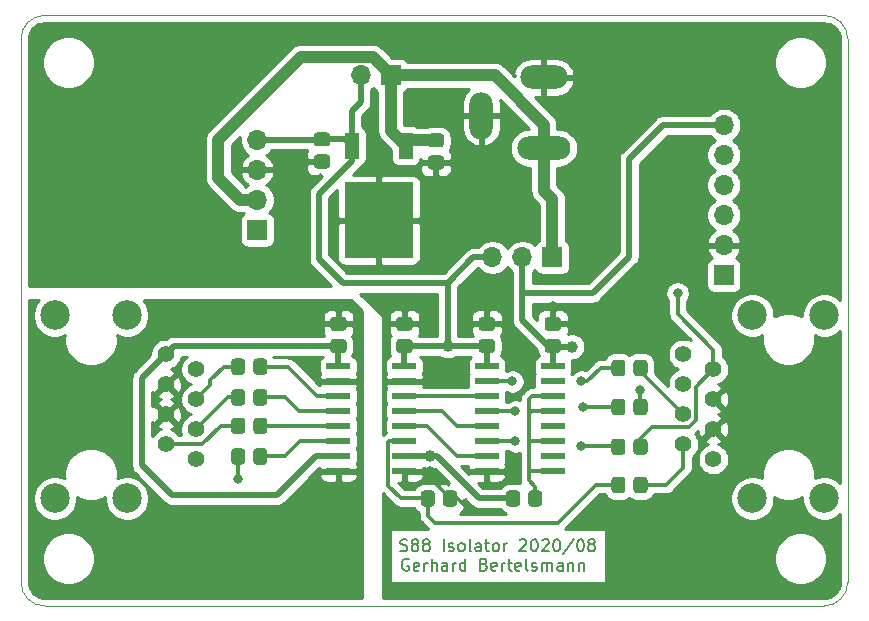
<source format=gtl>
G04 #@! TF.GenerationSoftware,KiCad,Pcbnew,5.1.6-c6e7f7d~87~ubuntu18.04.1*
G04 #@! TF.CreationDate,2020-08-30T13:04:45+02:00*
G04 #@! TF.ProjectId,s88iso,73383869-736f-42e6-9b69-6361645f7063,2020/08*
G04 #@! TF.SameCoordinates,Original*
G04 #@! TF.FileFunction,Copper,L1,Top*
G04 #@! TF.FilePolarity,Positive*
%FSLAX46Y46*%
G04 Gerber Fmt 4.6, Leading zero omitted, Abs format (unit mm)*
G04 Created by KiCad (PCBNEW 5.1.6-c6e7f7d~87~ubuntu18.04.1) date 2020-08-30 13:04:45*
%MOMM*%
%LPD*%
G01*
G04 APERTURE LIST*
G04 #@! TA.AperFunction,NonConductor*
%ADD10C,0.150000*%
G04 #@! TD*
G04 #@! TA.AperFunction,Profile*
%ADD11C,0.050000*%
G04 #@! TD*
G04 #@! TA.AperFunction,ComponentPad*
%ADD12O,1.700000X1.700000*%
G04 #@! TD*
G04 #@! TA.AperFunction,ComponentPad*
%ADD13R,1.700000X1.700000*%
G04 #@! TD*
G04 #@! TA.AperFunction,ComponentPad*
%ADD14C,2.500000*%
G04 #@! TD*
G04 #@! TA.AperFunction,ComponentPad*
%ADD15C,1.400000*%
G04 #@! TD*
G04 #@! TA.AperFunction,SMDPad,CuDef*
%ADD16R,1.998980X0.599440*%
G04 #@! TD*
G04 #@! TA.AperFunction,ComponentPad*
%ADD17O,1.998980X4.000500*%
G04 #@! TD*
G04 #@! TA.AperFunction,ComponentPad*
%ADD18O,4.000500X1.998980*%
G04 #@! TD*
G04 #@! TA.AperFunction,ComponentPad*
%ADD19O,4.500880X1.998980*%
G04 #@! TD*
G04 #@! TA.AperFunction,SMDPad,CuDef*
%ADD20R,1.200000X2.200000*%
G04 #@! TD*
G04 #@! TA.AperFunction,SMDPad,CuDef*
%ADD21R,5.800000X6.400000*%
G04 #@! TD*
G04 #@! TA.AperFunction,ViaPad*
%ADD22C,0.800000*%
G04 #@! TD*
G04 #@! TA.AperFunction,ViaPad*
%ADD23C,1.000000*%
G04 #@! TD*
G04 #@! TA.AperFunction,Conductor*
%ADD24C,0.300000*%
G04 #@! TD*
G04 #@! TA.AperFunction,Conductor*
%ADD25C,0.500000*%
G04 #@! TD*
G04 #@! TA.AperFunction,Conductor*
%ADD26C,0.250000*%
G04 #@! TD*
G04 #@! TA.AperFunction,Conductor*
%ADD27C,1.000000*%
G04 #@! TD*
G04 #@! TA.AperFunction,Conductor*
%ADD28C,0.254000*%
G04 #@! TD*
G04 APERTURE END LIST*
D10*
X132122304Y-125309761D02*
X132265161Y-125357380D01*
X132503257Y-125357380D01*
X132598495Y-125309761D01*
X132646114Y-125262142D01*
X132693733Y-125166904D01*
X132693733Y-125071666D01*
X132646114Y-124976428D01*
X132598495Y-124928809D01*
X132503257Y-124881190D01*
X132312780Y-124833571D01*
X132217542Y-124785952D01*
X132169923Y-124738333D01*
X132122304Y-124643095D01*
X132122304Y-124547857D01*
X132169923Y-124452619D01*
X132217542Y-124405000D01*
X132312780Y-124357380D01*
X132550876Y-124357380D01*
X132693733Y-124405000D01*
X133265161Y-124785952D02*
X133169923Y-124738333D01*
X133122304Y-124690714D01*
X133074685Y-124595476D01*
X133074685Y-124547857D01*
X133122304Y-124452619D01*
X133169923Y-124405000D01*
X133265161Y-124357380D01*
X133455638Y-124357380D01*
X133550876Y-124405000D01*
X133598495Y-124452619D01*
X133646114Y-124547857D01*
X133646114Y-124595476D01*
X133598495Y-124690714D01*
X133550876Y-124738333D01*
X133455638Y-124785952D01*
X133265161Y-124785952D01*
X133169923Y-124833571D01*
X133122304Y-124881190D01*
X133074685Y-124976428D01*
X133074685Y-125166904D01*
X133122304Y-125262142D01*
X133169923Y-125309761D01*
X133265161Y-125357380D01*
X133455638Y-125357380D01*
X133550876Y-125309761D01*
X133598495Y-125262142D01*
X133646114Y-125166904D01*
X133646114Y-124976428D01*
X133598495Y-124881190D01*
X133550876Y-124833571D01*
X133455638Y-124785952D01*
X134217542Y-124785952D02*
X134122304Y-124738333D01*
X134074685Y-124690714D01*
X134027066Y-124595476D01*
X134027066Y-124547857D01*
X134074685Y-124452619D01*
X134122304Y-124405000D01*
X134217542Y-124357380D01*
X134408019Y-124357380D01*
X134503257Y-124405000D01*
X134550876Y-124452619D01*
X134598495Y-124547857D01*
X134598495Y-124595476D01*
X134550876Y-124690714D01*
X134503257Y-124738333D01*
X134408019Y-124785952D01*
X134217542Y-124785952D01*
X134122304Y-124833571D01*
X134074685Y-124881190D01*
X134027066Y-124976428D01*
X134027066Y-125166904D01*
X134074685Y-125262142D01*
X134122304Y-125309761D01*
X134217542Y-125357380D01*
X134408019Y-125357380D01*
X134503257Y-125309761D01*
X134550876Y-125262142D01*
X134598495Y-125166904D01*
X134598495Y-124976428D01*
X134550876Y-124881190D01*
X134503257Y-124833571D01*
X134408019Y-124785952D01*
X135788971Y-125357380D02*
X135788971Y-124357380D01*
X136217542Y-125309761D02*
X136312780Y-125357380D01*
X136503257Y-125357380D01*
X136598495Y-125309761D01*
X136646114Y-125214523D01*
X136646114Y-125166904D01*
X136598495Y-125071666D01*
X136503257Y-125024047D01*
X136360400Y-125024047D01*
X136265161Y-124976428D01*
X136217542Y-124881190D01*
X136217542Y-124833571D01*
X136265161Y-124738333D01*
X136360400Y-124690714D01*
X136503257Y-124690714D01*
X136598495Y-124738333D01*
X137217542Y-125357380D02*
X137122304Y-125309761D01*
X137074685Y-125262142D01*
X137027066Y-125166904D01*
X137027066Y-124881190D01*
X137074685Y-124785952D01*
X137122304Y-124738333D01*
X137217542Y-124690714D01*
X137360400Y-124690714D01*
X137455638Y-124738333D01*
X137503257Y-124785952D01*
X137550876Y-124881190D01*
X137550876Y-125166904D01*
X137503257Y-125262142D01*
X137455638Y-125309761D01*
X137360400Y-125357380D01*
X137217542Y-125357380D01*
X138122304Y-125357380D02*
X138027066Y-125309761D01*
X137979447Y-125214523D01*
X137979447Y-124357380D01*
X138931828Y-125357380D02*
X138931828Y-124833571D01*
X138884209Y-124738333D01*
X138788971Y-124690714D01*
X138598495Y-124690714D01*
X138503257Y-124738333D01*
X138931828Y-125309761D02*
X138836590Y-125357380D01*
X138598495Y-125357380D01*
X138503257Y-125309761D01*
X138455638Y-125214523D01*
X138455638Y-125119285D01*
X138503257Y-125024047D01*
X138598495Y-124976428D01*
X138836590Y-124976428D01*
X138931828Y-124928809D01*
X139265161Y-124690714D02*
X139646114Y-124690714D01*
X139408019Y-124357380D02*
X139408019Y-125214523D01*
X139455638Y-125309761D01*
X139550876Y-125357380D01*
X139646114Y-125357380D01*
X140122304Y-125357380D02*
X140027066Y-125309761D01*
X139979447Y-125262142D01*
X139931828Y-125166904D01*
X139931828Y-124881190D01*
X139979447Y-124785952D01*
X140027066Y-124738333D01*
X140122304Y-124690714D01*
X140265161Y-124690714D01*
X140360400Y-124738333D01*
X140408019Y-124785952D01*
X140455638Y-124881190D01*
X140455638Y-125166904D01*
X140408019Y-125262142D01*
X140360400Y-125309761D01*
X140265161Y-125357380D01*
X140122304Y-125357380D01*
X140884209Y-125357380D02*
X140884209Y-124690714D01*
X140884209Y-124881190D02*
X140931828Y-124785952D01*
X140979447Y-124738333D01*
X141074685Y-124690714D01*
X141169923Y-124690714D01*
X142217542Y-124452619D02*
X142265161Y-124405000D01*
X142360400Y-124357380D01*
X142598495Y-124357380D01*
X142693733Y-124405000D01*
X142741352Y-124452619D01*
X142788971Y-124547857D01*
X142788971Y-124643095D01*
X142741352Y-124785952D01*
X142169923Y-125357380D01*
X142788971Y-125357380D01*
X143408019Y-124357380D02*
X143503257Y-124357380D01*
X143598495Y-124405000D01*
X143646114Y-124452619D01*
X143693733Y-124547857D01*
X143741352Y-124738333D01*
X143741352Y-124976428D01*
X143693733Y-125166904D01*
X143646114Y-125262142D01*
X143598495Y-125309761D01*
X143503257Y-125357380D01*
X143408019Y-125357380D01*
X143312780Y-125309761D01*
X143265161Y-125262142D01*
X143217542Y-125166904D01*
X143169923Y-124976428D01*
X143169923Y-124738333D01*
X143217542Y-124547857D01*
X143265161Y-124452619D01*
X143312780Y-124405000D01*
X143408019Y-124357380D01*
X144122304Y-124452619D02*
X144169923Y-124405000D01*
X144265161Y-124357380D01*
X144503257Y-124357380D01*
X144598495Y-124405000D01*
X144646114Y-124452619D01*
X144693733Y-124547857D01*
X144693733Y-124643095D01*
X144646114Y-124785952D01*
X144074685Y-125357380D01*
X144693733Y-125357380D01*
X145312780Y-124357380D02*
X145408019Y-124357380D01*
X145503257Y-124405000D01*
X145550876Y-124452619D01*
X145598495Y-124547857D01*
X145646114Y-124738333D01*
X145646114Y-124976428D01*
X145598495Y-125166904D01*
X145550876Y-125262142D01*
X145503257Y-125309761D01*
X145408019Y-125357380D01*
X145312780Y-125357380D01*
X145217542Y-125309761D01*
X145169923Y-125262142D01*
X145122304Y-125166904D01*
X145074685Y-124976428D01*
X145074685Y-124738333D01*
X145122304Y-124547857D01*
X145169923Y-124452619D01*
X145217542Y-124405000D01*
X145312780Y-124357380D01*
X146788971Y-124309761D02*
X145931828Y-125595476D01*
X147312780Y-124357380D02*
X147408019Y-124357380D01*
X147503257Y-124405000D01*
X147550876Y-124452619D01*
X147598495Y-124547857D01*
X147646114Y-124738333D01*
X147646114Y-124976428D01*
X147598495Y-125166904D01*
X147550876Y-125262142D01*
X147503257Y-125309761D01*
X147408019Y-125357380D01*
X147312780Y-125357380D01*
X147217542Y-125309761D01*
X147169923Y-125262142D01*
X147122304Y-125166904D01*
X147074685Y-124976428D01*
X147074685Y-124738333D01*
X147122304Y-124547857D01*
X147169923Y-124452619D01*
X147217542Y-124405000D01*
X147312780Y-124357380D01*
X148217542Y-124785952D02*
X148122304Y-124738333D01*
X148074685Y-124690714D01*
X148027066Y-124595476D01*
X148027066Y-124547857D01*
X148074685Y-124452619D01*
X148122304Y-124405000D01*
X148217542Y-124357380D01*
X148408019Y-124357380D01*
X148503257Y-124405000D01*
X148550876Y-124452619D01*
X148598495Y-124547857D01*
X148598495Y-124595476D01*
X148550876Y-124690714D01*
X148503257Y-124738333D01*
X148408019Y-124785952D01*
X148217542Y-124785952D01*
X148122304Y-124833571D01*
X148074685Y-124881190D01*
X148027066Y-124976428D01*
X148027066Y-125166904D01*
X148074685Y-125262142D01*
X148122304Y-125309761D01*
X148217542Y-125357380D01*
X148408019Y-125357380D01*
X148503257Y-125309761D01*
X148550876Y-125262142D01*
X148598495Y-125166904D01*
X148598495Y-124976428D01*
X148550876Y-124881190D01*
X148503257Y-124833571D01*
X148408019Y-124785952D01*
X132812780Y-126055000D02*
X132717542Y-126007380D01*
X132574685Y-126007380D01*
X132431828Y-126055000D01*
X132336590Y-126150238D01*
X132288971Y-126245476D01*
X132241352Y-126435952D01*
X132241352Y-126578809D01*
X132288971Y-126769285D01*
X132336590Y-126864523D01*
X132431828Y-126959761D01*
X132574685Y-127007380D01*
X132669923Y-127007380D01*
X132812780Y-126959761D01*
X132860400Y-126912142D01*
X132860400Y-126578809D01*
X132669923Y-126578809D01*
X133669923Y-126959761D02*
X133574685Y-127007380D01*
X133384209Y-127007380D01*
X133288971Y-126959761D01*
X133241352Y-126864523D01*
X133241352Y-126483571D01*
X133288971Y-126388333D01*
X133384209Y-126340714D01*
X133574685Y-126340714D01*
X133669923Y-126388333D01*
X133717542Y-126483571D01*
X133717542Y-126578809D01*
X133241352Y-126674047D01*
X134146114Y-127007380D02*
X134146114Y-126340714D01*
X134146114Y-126531190D02*
X134193733Y-126435952D01*
X134241352Y-126388333D01*
X134336590Y-126340714D01*
X134431828Y-126340714D01*
X134765161Y-127007380D02*
X134765161Y-126007380D01*
X135193733Y-127007380D02*
X135193733Y-126483571D01*
X135146114Y-126388333D01*
X135050876Y-126340714D01*
X134908019Y-126340714D01*
X134812780Y-126388333D01*
X134765161Y-126435952D01*
X136098495Y-127007380D02*
X136098495Y-126483571D01*
X136050876Y-126388333D01*
X135955638Y-126340714D01*
X135765161Y-126340714D01*
X135669923Y-126388333D01*
X136098495Y-126959761D02*
X136003257Y-127007380D01*
X135765161Y-127007380D01*
X135669923Y-126959761D01*
X135622304Y-126864523D01*
X135622304Y-126769285D01*
X135669923Y-126674047D01*
X135765161Y-126626428D01*
X136003257Y-126626428D01*
X136098495Y-126578809D01*
X136574685Y-127007380D02*
X136574685Y-126340714D01*
X136574685Y-126531190D02*
X136622304Y-126435952D01*
X136669923Y-126388333D01*
X136765161Y-126340714D01*
X136860400Y-126340714D01*
X137622304Y-127007380D02*
X137622304Y-126007380D01*
X137622304Y-126959761D02*
X137527066Y-127007380D01*
X137336590Y-127007380D01*
X137241352Y-126959761D01*
X137193733Y-126912142D01*
X137146114Y-126816904D01*
X137146114Y-126531190D01*
X137193733Y-126435952D01*
X137241352Y-126388333D01*
X137336590Y-126340714D01*
X137527066Y-126340714D01*
X137622304Y-126388333D01*
X139193733Y-126483571D02*
X139336590Y-126531190D01*
X139384209Y-126578809D01*
X139431828Y-126674047D01*
X139431828Y-126816904D01*
X139384209Y-126912142D01*
X139336590Y-126959761D01*
X139241352Y-127007380D01*
X138860400Y-127007380D01*
X138860400Y-126007380D01*
X139193733Y-126007380D01*
X139288971Y-126055000D01*
X139336590Y-126102619D01*
X139384209Y-126197857D01*
X139384209Y-126293095D01*
X139336590Y-126388333D01*
X139288971Y-126435952D01*
X139193733Y-126483571D01*
X138860400Y-126483571D01*
X140241352Y-126959761D02*
X140146114Y-127007380D01*
X139955638Y-127007380D01*
X139860400Y-126959761D01*
X139812780Y-126864523D01*
X139812780Y-126483571D01*
X139860400Y-126388333D01*
X139955638Y-126340714D01*
X140146114Y-126340714D01*
X140241352Y-126388333D01*
X140288971Y-126483571D01*
X140288971Y-126578809D01*
X139812780Y-126674047D01*
X140717542Y-127007380D02*
X140717542Y-126340714D01*
X140717542Y-126531190D02*
X140765161Y-126435952D01*
X140812780Y-126388333D01*
X140908019Y-126340714D01*
X141003257Y-126340714D01*
X141193733Y-126340714D02*
X141574685Y-126340714D01*
X141336590Y-126007380D02*
X141336590Y-126864523D01*
X141384209Y-126959761D01*
X141479447Y-127007380D01*
X141574685Y-127007380D01*
X142288971Y-126959761D02*
X142193733Y-127007380D01*
X142003257Y-127007380D01*
X141908019Y-126959761D01*
X141860400Y-126864523D01*
X141860400Y-126483571D01*
X141908019Y-126388333D01*
X142003257Y-126340714D01*
X142193733Y-126340714D01*
X142288971Y-126388333D01*
X142336590Y-126483571D01*
X142336590Y-126578809D01*
X141860400Y-126674047D01*
X142908019Y-127007380D02*
X142812780Y-126959761D01*
X142765161Y-126864523D01*
X142765161Y-126007380D01*
X143241352Y-126959761D02*
X143336590Y-127007380D01*
X143527066Y-127007380D01*
X143622304Y-126959761D01*
X143669923Y-126864523D01*
X143669923Y-126816904D01*
X143622304Y-126721666D01*
X143527066Y-126674047D01*
X143384209Y-126674047D01*
X143288971Y-126626428D01*
X143241352Y-126531190D01*
X143241352Y-126483571D01*
X143288971Y-126388333D01*
X143384209Y-126340714D01*
X143527066Y-126340714D01*
X143622304Y-126388333D01*
X144098495Y-127007380D02*
X144098495Y-126340714D01*
X144098495Y-126435952D02*
X144146114Y-126388333D01*
X144241352Y-126340714D01*
X144384209Y-126340714D01*
X144479447Y-126388333D01*
X144527066Y-126483571D01*
X144527066Y-127007380D01*
X144527066Y-126483571D02*
X144574685Y-126388333D01*
X144669923Y-126340714D01*
X144812780Y-126340714D01*
X144908019Y-126388333D01*
X144955638Y-126483571D01*
X144955638Y-127007380D01*
X145860400Y-127007380D02*
X145860400Y-126483571D01*
X145812780Y-126388333D01*
X145717542Y-126340714D01*
X145527066Y-126340714D01*
X145431828Y-126388333D01*
X145860400Y-126959761D02*
X145765161Y-127007380D01*
X145527066Y-127007380D01*
X145431828Y-126959761D01*
X145384209Y-126864523D01*
X145384209Y-126769285D01*
X145431828Y-126674047D01*
X145527066Y-126626428D01*
X145765161Y-126626428D01*
X145860400Y-126578809D01*
X146336590Y-126340714D02*
X146336590Y-127007380D01*
X146336590Y-126435952D02*
X146384209Y-126388333D01*
X146479447Y-126340714D01*
X146622304Y-126340714D01*
X146717542Y-126388333D01*
X146765161Y-126483571D01*
X146765161Y-127007380D01*
X147241352Y-126340714D02*
X147241352Y-127007380D01*
X147241352Y-126435952D02*
X147288971Y-126388333D01*
X147384209Y-126340714D01*
X147527066Y-126340714D01*
X147622304Y-126388333D01*
X147669923Y-126483571D01*
X147669923Y-127007380D01*
D11*
X100000000Y-128000000D02*
X100000000Y-82000000D01*
X168000000Y-130000000D02*
X102000000Y-130000000D01*
X170000000Y-82000000D02*
X170000000Y-128000000D01*
X168000000Y-80000000D02*
X102000000Y-80000000D01*
X100000000Y-82000000D02*
G75*
G02*
X102000000Y-80000000I2000000J0D01*
G01*
X168000000Y-80000000D02*
G75*
G02*
X170000000Y-82000000I0J-2000000D01*
G01*
X170000000Y-128000000D02*
G75*
G02*
X168000000Y-130000000I-2000000J0D01*
G01*
X102000000Y-130000000D02*
G75*
G02*
X100000000Y-128000000I0J2000000D01*
G01*
D12*
X139920000Y-100500000D03*
X142460000Y-100500000D03*
D13*
X145000000Y-100500000D03*
D14*
X108979000Y-120899000D03*
X108979000Y-105399000D03*
D15*
X114809000Y-117594000D03*
X112269000Y-116324000D03*
X114809000Y-115054000D03*
X112269000Y-113784000D03*
X114809000Y-112514000D03*
X114809000Y-109974000D03*
X112269000Y-108704000D03*
X112269000Y-111244000D03*
D14*
X102879000Y-120899000D03*
X102879000Y-105399000D03*
G04 #@! TA.AperFunction,SMDPad,CuDef*
G36*
G01*
X118991500Y-116949000D02*
X118991500Y-117749000D01*
G75*
G02*
X118691500Y-118049000I-300000J0D01*
G01*
X118091500Y-118049000D01*
G75*
G02*
X117791500Y-117749000I0J300000D01*
G01*
X117791500Y-116949000D01*
G75*
G02*
X118091500Y-116649000I300000J0D01*
G01*
X118691500Y-116649000D01*
G75*
G02*
X118991500Y-116949000I0J-300000D01*
G01*
G37*
G04 #@! TD.AperFunction*
G04 #@! TA.AperFunction,SMDPad,CuDef*
G36*
G01*
X120866500Y-116949000D02*
X120866500Y-117749000D01*
G75*
G02*
X120566500Y-118049000I-300000J0D01*
G01*
X119966500Y-118049000D01*
G75*
G02*
X119666500Y-117749000I0J300000D01*
G01*
X119666500Y-116949000D01*
G75*
G02*
X119966500Y-116649000I300000J0D01*
G01*
X120566500Y-116649000D01*
G75*
G02*
X120866500Y-116949000I0J-300000D01*
G01*
G37*
G04 #@! TD.AperFunction*
D16*
X126873000Y-109728000D03*
X126873000Y-110998000D03*
X126873000Y-112268000D03*
X126873000Y-113538000D03*
X126873000Y-114808000D03*
X126873000Y-116078000D03*
X126873000Y-117348000D03*
X126873000Y-118618000D03*
X132461000Y-118618000D03*
X132461000Y-117348000D03*
X132461000Y-116078000D03*
X132461000Y-114808000D03*
X132461000Y-113538000D03*
X132461000Y-112268000D03*
X132461000Y-110998000D03*
X132461000Y-109728000D03*
D12*
X120015000Y-90551000D03*
X120015000Y-93091000D03*
X120015000Y-95631000D03*
D13*
X120015000Y-98171000D03*
G04 #@! TA.AperFunction,SMDPad,CuDef*
G36*
G01*
X134728000Y-91856000D02*
X135528000Y-91856000D01*
G75*
G02*
X135828000Y-92156000I0J-300000D01*
G01*
X135828000Y-92756000D01*
G75*
G02*
X135528000Y-93056000I-300000J0D01*
G01*
X134728000Y-93056000D01*
G75*
G02*
X134428000Y-92756000I0J300000D01*
G01*
X134428000Y-92156000D01*
G75*
G02*
X134728000Y-91856000I300000J0D01*
G01*
G37*
G04 #@! TD.AperFunction*
G04 #@! TA.AperFunction,SMDPad,CuDef*
G36*
G01*
X134728000Y-89981000D02*
X135528000Y-89981000D01*
G75*
G02*
X135828000Y-90281000I0J-300000D01*
G01*
X135828000Y-90881000D01*
G75*
G02*
X135528000Y-91181000I-300000J0D01*
G01*
X134728000Y-91181000D01*
G75*
G02*
X134428000Y-90881000I0J300000D01*
G01*
X134428000Y-90281000D01*
G75*
G02*
X134728000Y-89981000I300000J0D01*
G01*
G37*
G04 #@! TD.AperFunction*
G04 #@! TA.AperFunction,SMDPad,CuDef*
G36*
G01*
X125076000Y-89902500D02*
X125876000Y-89902500D01*
G75*
G02*
X126176000Y-90202500I0J-300000D01*
G01*
X126176000Y-90802500D01*
G75*
G02*
X125876000Y-91102500I-300000J0D01*
G01*
X125076000Y-91102500D01*
G75*
G02*
X124776000Y-90802500I0J300000D01*
G01*
X124776000Y-90202500D01*
G75*
G02*
X125076000Y-89902500I300000J0D01*
G01*
G37*
G04 #@! TD.AperFunction*
G04 #@! TA.AperFunction,SMDPad,CuDef*
G36*
G01*
X125076000Y-91777500D02*
X125876000Y-91777500D01*
G75*
G02*
X126176000Y-92077500I0J-300000D01*
G01*
X126176000Y-92677500D01*
G75*
G02*
X125876000Y-92977500I-300000J0D01*
G01*
X125076000Y-92977500D01*
G75*
G02*
X124776000Y-92677500I0J300000D01*
G01*
X124776000Y-92077500D01*
G75*
G02*
X125076000Y-91777500I300000J0D01*
G01*
G37*
G04 #@! TD.AperFunction*
G04 #@! TA.AperFunction,SMDPad,CuDef*
G36*
G01*
X139846000Y-108598500D02*
X139046000Y-108598500D01*
G75*
G02*
X138746000Y-108298500I0J300000D01*
G01*
X138746000Y-107698500D01*
G75*
G02*
X139046000Y-107398500I300000J0D01*
G01*
X139846000Y-107398500D01*
G75*
G02*
X140146000Y-107698500I0J-300000D01*
G01*
X140146000Y-108298500D01*
G75*
G02*
X139846000Y-108598500I-300000J0D01*
G01*
G37*
G04 #@! TD.AperFunction*
G04 #@! TA.AperFunction,SMDPad,CuDef*
G36*
G01*
X139846000Y-106723500D02*
X139046000Y-106723500D01*
G75*
G02*
X138746000Y-106423500I0J300000D01*
G01*
X138746000Y-105823500D01*
G75*
G02*
X139046000Y-105523500I300000J0D01*
G01*
X139846000Y-105523500D01*
G75*
G02*
X140146000Y-105823500I0J-300000D01*
G01*
X140146000Y-106423500D01*
G75*
G02*
X139846000Y-106723500I-300000J0D01*
G01*
G37*
G04 #@! TD.AperFunction*
G04 #@! TA.AperFunction,SMDPad,CuDef*
G36*
G01*
X127273000Y-108598500D02*
X126473000Y-108598500D01*
G75*
G02*
X126173000Y-108298500I0J300000D01*
G01*
X126173000Y-107698500D01*
G75*
G02*
X126473000Y-107398500I300000J0D01*
G01*
X127273000Y-107398500D01*
G75*
G02*
X127573000Y-107698500I0J-300000D01*
G01*
X127573000Y-108298500D01*
G75*
G02*
X127273000Y-108598500I-300000J0D01*
G01*
G37*
G04 #@! TD.AperFunction*
G04 #@! TA.AperFunction,SMDPad,CuDef*
G36*
G01*
X127273000Y-106723500D02*
X126473000Y-106723500D01*
G75*
G02*
X126173000Y-106423500I0J300000D01*
G01*
X126173000Y-105823500D01*
G75*
G02*
X126473000Y-105523500I300000J0D01*
G01*
X127273000Y-105523500D01*
G75*
G02*
X127573000Y-105823500I0J-300000D01*
G01*
X127573000Y-106423500D01*
G75*
G02*
X127273000Y-106723500I-300000J0D01*
G01*
G37*
G04 #@! TD.AperFunction*
G04 #@! TA.AperFunction,SMDPad,CuDef*
G36*
G01*
X135719500Y-121304000D02*
X135719500Y-120504000D01*
G75*
G02*
X136019500Y-120204000I300000J0D01*
G01*
X136619500Y-120204000D01*
G75*
G02*
X136919500Y-120504000I0J-300000D01*
G01*
X136919500Y-121304000D01*
G75*
G02*
X136619500Y-121604000I-300000J0D01*
G01*
X136019500Y-121604000D01*
G75*
G02*
X135719500Y-121304000I0J300000D01*
G01*
G37*
G04 #@! TD.AperFunction*
G04 #@! TA.AperFunction,SMDPad,CuDef*
G36*
G01*
X133844500Y-121304000D02*
X133844500Y-120504000D01*
G75*
G02*
X134144500Y-120204000I300000J0D01*
G01*
X134744500Y-120204000D01*
G75*
G02*
X135044500Y-120504000I0J-300000D01*
G01*
X135044500Y-121304000D01*
G75*
G02*
X134744500Y-121604000I-300000J0D01*
G01*
X134144500Y-121604000D01*
G75*
G02*
X133844500Y-121304000I0J300000D01*
G01*
G37*
G04 #@! TD.AperFunction*
D14*
X168012000Y-120899000D03*
X168012000Y-105399000D03*
D15*
X158622000Y-115054000D03*
X158622000Y-117594000D03*
X156082000Y-116324000D03*
X156082000Y-113784000D03*
X158622000Y-112514000D03*
X156082000Y-111244000D03*
X158622000Y-109974000D03*
X156082000Y-108704000D03*
D14*
X161912000Y-120899000D03*
X161912000Y-105399000D03*
D17*
X138971020Y-88500120D03*
D18*
X144272000Y-85248920D03*
D19*
X144272000Y-91250940D03*
G04 #@! TA.AperFunction,SMDPad,CuDef*
G36*
G01*
X153048500Y-109455000D02*
X153048500Y-110255000D01*
G75*
G02*
X152748500Y-110555000I-300000J0D01*
G01*
X152148500Y-110555000D01*
G75*
G02*
X151848500Y-110255000I0J300000D01*
G01*
X151848500Y-109455000D01*
G75*
G02*
X152148500Y-109155000I300000J0D01*
G01*
X152748500Y-109155000D01*
G75*
G02*
X153048500Y-109455000I0J-300000D01*
G01*
G37*
G04 #@! TD.AperFunction*
G04 #@! TA.AperFunction,SMDPad,CuDef*
G36*
G01*
X151173500Y-109455000D02*
X151173500Y-110255000D01*
G75*
G02*
X150873500Y-110555000I-300000J0D01*
G01*
X150273500Y-110555000D01*
G75*
G02*
X149973500Y-110255000I0J300000D01*
G01*
X149973500Y-109455000D01*
G75*
G02*
X150273500Y-109155000I300000J0D01*
G01*
X150873500Y-109155000D01*
G75*
G02*
X151173500Y-109455000I0J-300000D01*
G01*
G37*
G04 #@! TD.AperFunction*
G04 #@! TA.AperFunction,SMDPad,CuDef*
G36*
G01*
X151173500Y-112757000D02*
X151173500Y-113557000D01*
G75*
G02*
X150873500Y-113857000I-300000J0D01*
G01*
X150273500Y-113857000D01*
G75*
G02*
X149973500Y-113557000I0J300000D01*
G01*
X149973500Y-112757000D01*
G75*
G02*
X150273500Y-112457000I300000J0D01*
G01*
X150873500Y-112457000D01*
G75*
G02*
X151173500Y-112757000I0J-300000D01*
G01*
G37*
G04 #@! TD.AperFunction*
G04 #@! TA.AperFunction,SMDPad,CuDef*
G36*
G01*
X153048500Y-112757000D02*
X153048500Y-113557000D01*
G75*
G02*
X152748500Y-113857000I-300000J0D01*
G01*
X152148500Y-113857000D01*
G75*
G02*
X151848500Y-113557000I0J300000D01*
G01*
X151848500Y-112757000D01*
G75*
G02*
X152148500Y-112457000I300000J0D01*
G01*
X152748500Y-112457000D01*
G75*
G02*
X153048500Y-112757000I0J-300000D01*
G01*
G37*
G04 #@! TD.AperFunction*
G04 #@! TA.AperFunction,SMDPad,CuDef*
G36*
G01*
X153048500Y-116126000D02*
X153048500Y-116926000D01*
G75*
G02*
X152748500Y-117226000I-300000J0D01*
G01*
X152148500Y-117226000D01*
G75*
G02*
X151848500Y-116926000I0J300000D01*
G01*
X151848500Y-116126000D01*
G75*
G02*
X152148500Y-115826000I300000J0D01*
G01*
X152748500Y-115826000D01*
G75*
G02*
X153048500Y-116126000I0J-300000D01*
G01*
G37*
G04 #@! TD.AperFunction*
G04 #@! TA.AperFunction,SMDPad,CuDef*
G36*
G01*
X151173500Y-116126000D02*
X151173500Y-116926000D01*
G75*
G02*
X150873500Y-117226000I-300000J0D01*
G01*
X150273500Y-117226000D01*
G75*
G02*
X149973500Y-116926000I0J300000D01*
G01*
X149973500Y-116126000D01*
G75*
G02*
X150273500Y-115826000I300000J0D01*
G01*
X150873500Y-115826000D01*
G75*
G02*
X151173500Y-116126000I0J-300000D01*
G01*
G37*
G04 #@! TD.AperFunction*
G04 #@! TA.AperFunction,SMDPad,CuDef*
G36*
G01*
X153048500Y-119361000D02*
X153048500Y-120161000D01*
G75*
G02*
X152748500Y-120461000I-300000J0D01*
G01*
X152148500Y-120461000D01*
G75*
G02*
X151848500Y-120161000I0J300000D01*
G01*
X151848500Y-119361000D01*
G75*
G02*
X152148500Y-119061000I300000J0D01*
G01*
X152748500Y-119061000D01*
G75*
G02*
X153048500Y-119361000I0J-300000D01*
G01*
G37*
G04 #@! TD.AperFunction*
G04 #@! TA.AperFunction,SMDPad,CuDef*
G36*
G01*
X151173500Y-119361000D02*
X151173500Y-120161000D01*
G75*
G02*
X150873500Y-120461000I-300000J0D01*
G01*
X150273500Y-120461000D01*
G75*
G02*
X149973500Y-120161000I0J300000D01*
G01*
X149973500Y-119361000D01*
G75*
G02*
X150273500Y-119061000I300000J0D01*
G01*
X150873500Y-119061000D01*
G75*
G02*
X151173500Y-119361000I0J-300000D01*
G01*
G37*
G04 #@! TD.AperFunction*
G04 #@! TA.AperFunction,SMDPad,CuDef*
G36*
G01*
X142933100Y-121304000D02*
X142933100Y-120504000D01*
G75*
G02*
X143233100Y-120204000I300000J0D01*
G01*
X143833100Y-120204000D01*
G75*
G02*
X144133100Y-120504000I0J-300000D01*
G01*
X144133100Y-121304000D01*
G75*
G02*
X143833100Y-121604000I-300000J0D01*
G01*
X143233100Y-121604000D01*
G75*
G02*
X142933100Y-121304000I0J300000D01*
G01*
G37*
G04 #@! TD.AperFunction*
G04 #@! TA.AperFunction,SMDPad,CuDef*
G36*
G01*
X141058100Y-121304000D02*
X141058100Y-120504000D01*
G75*
G02*
X141358100Y-120204000I300000J0D01*
G01*
X141958100Y-120204000D01*
G75*
G02*
X142258100Y-120504000I0J-300000D01*
G01*
X142258100Y-121304000D01*
G75*
G02*
X141958100Y-121604000I-300000J0D01*
G01*
X141358100Y-121604000D01*
G75*
G02*
X141058100Y-121304000I0J300000D01*
G01*
G37*
G04 #@! TD.AperFunction*
G04 #@! TA.AperFunction,SMDPad,CuDef*
G36*
G01*
X118991500Y-109349000D02*
X118991500Y-110149000D01*
G75*
G02*
X118691500Y-110449000I-300000J0D01*
G01*
X118091500Y-110449000D01*
G75*
G02*
X117791500Y-110149000I0J300000D01*
G01*
X117791500Y-109349000D01*
G75*
G02*
X118091500Y-109049000I300000J0D01*
G01*
X118691500Y-109049000D01*
G75*
G02*
X118991500Y-109349000I0J-300000D01*
G01*
G37*
G04 #@! TD.AperFunction*
G04 #@! TA.AperFunction,SMDPad,CuDef*
G36*
G01*
X120866500Y-109349000D02*
X120866500Y-110149000D01*
G75*
G02*
X120566500Y-110449000I-300000J0D01*
G01*
X119966500Y-110449000D01*
G75*
G02*
X119666500Y-110149000I0J300000D01*
G01*
X119666500Y-109349000D01*
G75*
G02*
X119966500Y-109049000I300000J0D01*
G01*
X120566500Y-109049000D01*
G75*
G02*
X120866500Y-109349000I0J-300000D01*
G01*
G37*
G04 #@! TD.AperFunction*
G04 #@! TA.AperFunction,SMDPad,CuDef*
G36*
G01*
X120866500Y-111949000D02*
X120866500Y-112749000D01*
G75*
G02*
X120566500Y-113049000I-300000J0D01*
G01*
X119966500Y-113049000D01*
G75*
G02*
X119666500Y-112749000I0J300000D01*
G01*
X119666500Y-111949000D01*
G75*
G02*
X119966500Y-111649000I300000J0D01*
G01*
X120566500Y-111649000D01*
G75*
G02*
X120866500Y-111949000I0J-300000D01*
G01*
G37*
G04 #@! TD.AperFunction*
G04 #@! TA.AperFunction,SMDPad,CuDef*
G36*
G01*
X118991500Y-111949000D02*
X118991500Y-112749000D01*
G75*
G02*
X118691500Y-113049000I-300000J0D01*
G01*
X118091500Y-113049000D01*
G75*
G02*
X117791500Y-112749000I0J300000D01*
G01*
X117791500Y-111949000D01*
G75*
G02*
X118091500Y-111649000I300000J0D01*
G01*
X118691500Y-111649000D01*
G75*
G02*
X118991500Y-111949000I0J-300000D01*
G01*
G37*
G04 #@! TD.AperFunction*
G04 #@! TA.AperFunction,SMDPad,CuDef*
G36*
G01*
X120866500Y-114357200D02*
X120866500Y-115157200D01*
G75*
G02*
X120566500Y-115457200I-300000J0D01*
G01*
X119966500Y-115457200D01*
G75*
G02*
X119666500Y-115157200I0J300000D01*
G01*
X119666500Y-114357200D01*
G75*
G02*
X119966500Y-114057200I300000J0D01*
G01*
X120566500Y-114057200D01*
G75*
G02*
X120866500Y-114357200I0J-300000D01*
G01*
G37*
G04 #@! TD.AperFunction*
G04 #@! TA.AperFunction,SMDPad,CuDef*
G36*
G01*
X118991500Y-114357200D02*
X118991500Y-115157200D01*
G75*
G02*
X118691500Y-115457200I-300000J0D01*
G01*
X118091500Y-115457200D01*
G75*
G02*
X117791500Y-115157200I0J300000D01*
G01*
X117791500Y-114357200D01*
G75*
G02*
X118091500Y-114057200I300000J0D01*
G01*
X118691500Y-114057200D01*
G75*
G02*
X118991500Y-114357200I0J-300000D01*
G01*
G37*
G04 #@! TD.AperFunction*
D13*
X159512000Y-102000000D03*
D12*
X159512000Y-99460000D03*
X159512000Y-96920000D03*
X159512000Y-94380000D03*
X159512000Y-91840000D03*
X159512000Y-89300000D03*
D20*
X132582000Y-91050000D03*
X128022000Y-91050000D03*
D21*
X130302000Y-97350000D03*
D16*
X139446000Y-109728000D03*
X139446000Y-110998000D03*
X139446000Y-112268000D03*
X139446000Y-113538000D03*
X139446000Y-114808000D03*
X139446000Y-116078000D03*
X139446000Y-117348000D03*
X139446000Y-118618000D03*
X145034000Y-118618000D03*
X145034000Y-117348000D03*
X145034000Y-116078000D03*
X145034000Y-114808000D03*
X145034000Y-113538000D03*
X145034000Y-112268000D03*
X145034000Y-110998000D03*
X145034000Y-109728000D03*
G04 #@! TA.AperFunction,SMDPad,CuDef*
G36*
G01*
X145434000Y-108598500D02*
X144634000Y-108598500D01*
G75*
G02*
X144334000Y-108298500I0J300000D01*
G01*
X144334000Y-107698500D01*
G75*
G02*
X144634000Y-107398500I300000J0D01*
G01*
X145434000Y-107398500D01*
G75*
G02*
X145734000Y-107698500I0J-300000D01*
G01*
X145734000Y-108298500D01*
G75*
G02*
X145434000Y-108598500I-300000J0D01*
G01*
G37*
G04 #@! TD.AperFunction*
G04 #@! TA.AperFunction,SMDPad,CuDef*
G36*
G01*
X145434000Y-106723500D02*
X144634000Y-106723500D01*
G75*
G02*
X144334000Y-106423500I0J300000D01*
G01*
X144334000Y-105823500D01*
G75*
G02*
X144634000Y-105523500I300000J0D01*
G01*
X145434000Y-105523500D01*
G75*
G02*
X145734000Y-105823500I0J-300000D01*
G01*
X145734000Y-106423500D01*
G75*
G02*
X145434000Y-106723500I-300000J0D01*
G01*
G37*
G04 #@! TD.AperFunction*
G04 #@! TA.AperFunction,SMDPad,CuDef*
G36*
G01*
X132861000Y-106723500D02*
X132061000Y-106723500D01*
G75*
G02*
X131761000Y-106423500I0J300000D01*
G01*
X131761000Y-105823500D01*
G75*
G02*
X132061000Y-105523500I300000J0D01*
G01*
X132861000Y-105523500D01*
G75*
G02*
X133161000Y-105823500I0J-300000D01*
G01*
X133161000Y-106423500D01*
G75*
G02*
X132861000Y-106723500I-300000J0D01*
G01*
G37*
G04 #@! TD.AperFunction*
G04 #@! TA.AperFunction,SMDPad,CuDef*
G36*
G01*
X132861000Y-108598500D02*
X132061000Y-108598500D01*
G75*
G02*
X131761000Y-108298500I0J300000D01*
G01*
X131761000Y-107698500D01*
G75*
G02*
X132061000Y-107398500I300000J0D01*
G01*
X132861000Y-107398500D01*
G75*
G02*
X133161000Y-107698500I0J-300000D01*
G01*
X133161000Y-108298500D01*
G75*
G02*
X132861000Y-108598500I-300000J0D01*
G01*
G37*
G04 #@! TD.AperFunction*
D13*
X131318000Y-85090000D03*
D12*
X128778000Y-85090000D03*
D22*
X137820400Y-121818400D03*
X141224000Y-118618000D03*
X134620000Y-118618000D03*
X133350000Y-104394000D03*
X139446000Y-104394000D03*
X145034000Y-104648000D03*
D23*
X146659600Y-108051600D03*
X134670800Y-117348000D03*
X136141700Y-107998500D03*
D22*
X125000000Y-110000000D03*
X125000000Y-119000000D03*
X152400000Y-111709200D03*
X155600400Y-103530400D03*
X141605000Y-110998000D03*
X147447000Y-110998000D03*
X141859000Y-113538000D03*
X147574000Y-113157000D03*
X141859000Y-116078000D03*
X147447000Y-116459000D03*
X118364000Y-119253000D03*
D24*
X136906000Y-120904000D02*
X137820400Y-121818400D01*
X136319500Y-120904000D02*
X136906000Y-120904000D01*
X139446000Y-118618000D02*
X141224000Y-118618000D01*
X132461000Y-118618000D02*
X134620000Y-118618000D01*
X134620000Y-119204500D02*
X136319500Y-120904000D01*
X134620000Y-118618000D02*
X134620000Y-119204500D01*
X132461000Y-105283000D02*
X133350000Y-104394000D01*
X132461000Y-106123500D02*
X132461000Y-105283000D01*
X139446000Y-106123500D02*
X139446000Y-104394000D01*
X145034000Y-106123500D02*
X145034000Y-104648000D01*
D25*
X145034000Y-107998500D02*
X145034000Y-109728000D01*
X145034000Y-107998500D02*
X144625300Y-107998500D01*
X144625300Y-107998500D02*
X142460000Y-105833200D01*
X142460000Y-103513600D02*
X148403600Y-103513600D01*
X142460000Y-105833200D02*
X142460000Y-103513600D01*
X142460000Y-103513600D02*
X142460000Y-100500000D01*
X148403600Y-103513600D02*
X151485600Y-100431600D01*
X151485600Y-100431600D02*
X151485600Y-92202000D01*
X154387600Y-89300000D02*
X159512000Y-89300000D01*
X151485600Y-92202000D02*
X154387600Y-89300000D01*
X145087100Y-108051600D02*
X145034000Y-107998500D01*
X146659600Y-108051600D02*
X145087100Y-108051600D01*
X132461000Y-107998500D02*
X132461000Y-109728000D01*
X139446000Y-107998500D02*
X139446000Y-109728000D01*
X136141700Y-107998500D02*
X136141700Y-102669100D01*
X132461000Y-107998500D02*
X136141700Y-107998500D01*
X136141700Y-107998500D02*
X139446000Y-107998500D01*
X138310800Y-100500000D02*
X139920000Y-100500000D01*
X136141700Y-102669100D02*
X138310800Y-100500000D01*
X125427500Y-90551000D02*
X125476000Y-90502500D01*
X120015000Y-90551000D02*
X125427500Y-90551000D01*
X127474500Y-90502500D02*
X128022000Y-91050000D01*
X125476000Y-90502500D02*
X127474500Y-90502500D01*
X128022000Y-91050000D02*
X128022000Y-88132000D01*
X128778000Y-87376000D02*
X128778000Y-85090000D01*
X128022000Y-88132000D02*
X128778000Y-87376000D01*
X128022000Y-92312657D02*
X125231589Y-95103068D01*
X128022000Y-91050000D02*
X128022000Y-92312657D01*
X127271358Y-102669100D02*
X136141700Y-102669100D01*
X125231589Y-95103068D02*
X125231589Y-100629331D01*
X125231589Y-100629331D02*
X127271358Y-102669100D01*
X138785600Y-120904000D02*
X141658100Y-120904000D01*
X135229600Y-117348000D02*
X138785600Y-120904000D01*
X132461000Y-117348000D02*
X134670800Y-117348000D01*
X134670800Y-117348000D02*
X135229600Y-117348000D01*
X112974500Y-107998500D02*
X112269000Y-108704000D01*
X126873000Y-107998500D02*
X112974500Y-107998500D01*
X126873000Y-107998500D02*
X126873000Y-109728000D01*
X126873000Y-117348000D02*
X124968000Y-117348000D01*
X124968000Y-117348000D02*
X121666000Y-120650000D01*
X121666000Y-120650000D02*
X112776000Y-120650000D01*
X112776000Y-120650000D02*
X110236000Y-118110000D01*
X110236000Y-110737000D02*
X112269000Y-108704000D01*
X110236000Y-118110000D02*
X110236000Y-110737000D01*
D24*
X126873000Y-110998000D02*
X125998000Y-110998000D01*
X125382000Y-118618000D02*
X125000000Y-119000000D01*
X126873000Y-118618000D02*
X125382000Y-118618000D01*
X126873000Y-110998000D02*
X125222000Y-110998000D01*
X125000000Y-110776000D02*
X125000000Y-110000000D01*
X125222000Y-110998000D02*
X125000000Y-110776000D01*
X150573500Y-119761000D02*
X148666200Y-119761000D01*
X148666200Y-119761000D02*
X145440400Y-122986800D01*
X145440400Y-122986800D02*
X135077200Y-122986800D01*
X134444500Y-122354100D02*
X134444500Y-120904000D01*
X135077200Y-122986800D02*
X134444500Y-122354100D01*
X131111509Y-116128001D02*
X131111509Y-119833909D01*
X131161510Y-116078000D02*
X131111509Y-116128001D01*
X132461000Y-116078000D02*
X131161510Y-116078000D01*
X132181600Y-120904000D02*
X134444500Y-120904000D01*
X131111509Y-119833909D02*
X132181600Y-120904000D01*
X152448500Y-119761000D02*
X154609800Y-119761000D01*
X156082000Y-118288800D02*
X156082000Y-116324000D01*
X154609800Y-119761000D02*
X156082000Y-118288800D01*
X152448500Y-110150500D02*
X156082000Y-113784000D01*
X152448500Y-109855000D02*
X152448500Y-110150500D01*
X152448500Y-111757700D02*
X152400000Y-111709200D01*
X152448500Y-113157000D02*
X152448500Y-111757700D01*
X157132001Y-111463999D02*
X158622000Y-109974000D01*
X157132001Y-114288001D02*
X157132001Y-111463999D01*
X156586001Y-114834001D02*
X157132001Y-114288001D01*
X153440499Y-114834001D02*
X156586001Y-114834001D01*
X152448500Y-115826000D02*
X153440499Y-114834001D01*
X152448500Y-116526000D02*
X152448500Y-115826000D01*
X158622000Y-108330000D02*
X158622000Y-109974000D01*
X155600400Y-105308400D02*
X158622000Y-108330000D01*
X155600400Y-103530400D02*
X155600400Y-105308400D01*
X139446000Y-110998000D02*
X141605000Y-110998000D01*
X150573500Y-109855000D02*
X149098000Y-109855000D01*
X147955000Y-110998000D02*
X147447000Y-110998000D01*
X149098000Y-109855000D02*
X147955000Y-110998000D01*
X139446000Y-113538000D02*
X141859000Y-113538000D01*
X147574000Y-113157000D02*
X150573500Y-113157000D01*
X139446000Y-116078000D02*
X141859000Y-116078000D01*
D26*
X150506500Y-116459000D02*
X150573500Y-116526000D01*
D24*
X147447000Y-116459000D02*
X150506500Y-116459000D01*
X145034000Y-112268000D02*
X143256000Y-112268000D01*
X143256000Y-112268000D02*
X143002000Y-112522000D01*
X143533100Y-119911100D02*
X143533100Y-120904000D01*
X143002000Y-119380000D02*
X143533100Y-119911100D01*
X145034000Y-118618000D02*
X143002000Y-118618000D01*
X143002000Y-118618000D02*
X143002000Y-119380000D01*
X145034000Y-116078000D02*
X143002000Y-116078000D01*
X143002000Y-116078000D02*
X143002000Y-118618000D01*
X143256000Y-113538000D02*
X143002000Y-113792000D01*
X145034000Y-113538000D02*
X143256000Y-113538000D01*
X143002000Y-113792000D02*
X143002000Y-116078000D01*
X143002000Y-112522000D02*
X143002000Y-113792000D01*
X114809000Y-112514000D02*
X116020200Y-111302800D01*
X116020200Y-111302800D02*
X116020200Y-110903400D01*
X117174600Y-109749000D02*
X118391500Y-109749000D01*
X116020200Y-110903400D02*
X117174600Y-109749000D01*
X126873000Y-112268000D02*
X125095000Y-112268000D01*
X122576000Y-109749000D02*
X121433000Y-109749000D01*
X125095000Y-112268000D02*
X122576000Y-109749000D01*
X121433000Y-109749000D02*
X120266500Y-109749000D01*
X120266500Y-112349000D02*
X122382000Y-112349000D01*
X123571000Y-113538000D02*
X126873000Y-113538000D01*
X122382000Y-112349000D02*
X123571000Y-113538000D01*
X117514000Y-112349000D02*
X118391500Y-112349000D01*
X114809000Y-115054000D02*
X117514000Y-112349000D01*
D26*
X126814000Y-114749000D02*
X126873000Y-114808000D01*
D24*
X126822200Y-114757200D02*
X126873000Y-114808000D01*
X120266500Y-114757200D02*
X126822200Y-114757200D01*
X112269000Y-116324000D02*
X115324000Y-116324000D01*
X116899000Y-114749000D02*
X118391500Y-114749000D01*
X115324000Y-116324000D02*
X116899000Y-114749000D01*
D26*
X118391500Y-119225500D02*
X118364000Y-119253000D01*
D24*
X118391500Y-117349000D02*
X118391500Y-119225500D01*
X120266500Y-117349000D02*
X122376200Y-117349000D01*
X123647200Y-116078000D02*
X126873000Y-116078000D01*
X122376200Y-117349000D02*
X123647200Y-116078000D01*
X132461000Y-112268000D02*
X139446000Y-112268000D01*
X139446000Y-114808000D02*
X136904590Y-114808000D01*
X136904590Y-114808000D02*
X135634590Y-113538000D01*
X135634590Y-113538000D02*
X132461000Y-113538000D01*
X132461000Y-114808000D02*
X134366000Y-114808000D01*
X136906000Y-117348000D02*
X139446000Y-117348000D01*
X134366000Y-114808000D02*
X136906000Y-117348000D01*
D27*
X144272000Y-91250940D02*
X144272000Y-94843600D01*
X145000000Y-95571600D02*
X145000000Y-100500000D01*
X144272000Y-94843600D02*
X145000000Y-95571600D01*
X140110550Y-85090000D02*
X131318000Y-85090000D01*
X144272000Y-89251450D02*
X140110550Y-85090000D01*
X144272000Y-91250940D02*
X144272000Y-89251450D01*
X131318000Y-89786000D02*
X132582000Y-91050000D01*
X131318000Y-85090000D02*
X131318000Y-89786000D01*
X123701283Y-83539999D02*
X116702789Y-90538493D01*
X131318000Y-85090000D02*
X129767999Y-83539999D01*
X116702789Y-93763907D02*
X118569882Y-95631000D01*
X129767999Y-83539999D02*
X123701283Y-83539999D01*
X116702789Y-90538493D02*
X116702789Y-93763907D01*
X118569882Y-95631000D02*
X120015000Y-95631000D01*
X133051000Y-90581000D02*
X132582000Y-91050000D01*
X135128000Y-90581000D02*
X133051000Y-90581000D01*
D28*
G36*
X168259659Y-80688625D02*
G01*
X168509429Y-80764035D01*
X168739792Y-80886522D01*
X168941980Y-81051422D01*
X169108286Y-81252450D01*
X169232378Y-81481954D01*
X169309531Y-81731195D01*
X169340000Y-82021088D01*
X169340000Y-104061207D01*
X169213618Y-103934825D01*
X168904882Y-103728534D01*
X168561834Y-103586439D01*
X168197656Y-103514000D01*
X167826344Y-103514000D01*
X167462166Y-103586439D01*
X167119118Y-103728534D01*
X166810382Y-103934825D01*
X166547825Y-104197382D01*
X166341534Y-104506118D01*
X166199439Y-104849166D01*
X166127000Y-105213344D01*
X166127000Y-105494350D01*
X166032511Y-105431214D01*
X165621218Y-105260851D01*
X165184591Y-105174000D01*
X164739409Y-105174000D01*
X164302782Y-105260851D01*
X163891489Y-105431214D01*
X163797000Y-105494350D01*
X163797000Y-105213344D01*
X163724561Y-104849166D01*
X163582466Y-104506118D01*
X163376175Y-104197382D01*
X163113618Y-103934825D01*
X162804882Y-103728534D01*
X162461834Y-103586439D01*
X162097656Y-103514000D01*
X161726344Y-103514000D01*
X161362166Y-103586439D01*
X161019118Y-103728534D01*
X160710382Y-103934825D01*
X160447825Y-104197382D01*
X160241534Y-104506118D01*
X160099439Y-104849166D01*
X160027000Y-105213344D01*
X160027000Y-105584656D01*
X160099439Y-105948834D01*
X160241534Y-106291882D01*
X160447825Y-106600618D01*
X160710382Y-106863175D01*
X161019118Y-107069466D01*
X161362166Y-107211561D01*
X161726344Y-107284000D01*
X162097656Y-107284000D01*
X162461834Y-107211561D01*
X162723532Y-107103162D01*
X162702000Y-107211409D01*
X162702000Y-107656591D01*
X162788851Y-108093218D01*
X162959214Y-108504511D01*
X163206544Y-108874666D01*
X163521334Y-109189456D01*
X163891489Y-109436786D01*
X164302782Y-109607149D01*
X164739409Y-109694000D01*
X165184591Y-109694000D01*
X165621218Y-109607149D01*
X166032511Y-109436786D01*
X166402666Y-109189456D01*
X166717456Y-108874666D01*
X166964786Y-108504511D01*
X167135149Y-108093218D01*
X167222000Y-107656591D01*
X167222000Y-107211409D01*
X167200468Y-107103162D01*
X167462166Y-107211561D01*
X167826344Y-107284000D01*
X168197656Y-107284000D01*
X168561834Y-107211561D01*
X168904882Y-107069466D01*
X169213618Y-106863175D01*
X169340001Y-106736792D01*
X169340001Y-119561208D01*
X169213618Y-119434825D01*
X168904882Y-119228534D01*
X168561834Y-119086439D01*
X168197656Y-119014000D01*
X167826344Y-119014000D01*
X167462166Y-119086439D01*
X167200468Y-119194838D01*
X167222000Y-119086591D01*
X167222000Y-118641409D01*
X167135149Y-118204782D01*
X166964786Y-117793489D01*
X166717456Y-117423334D01*
X166402666Y-117108544D01*
X166032511Y-116861214D01*
X165621218Y-116690851D01*
X165184591Y-116604000D01*
X164739409Y-116604000D01*
X164302782Y-116690851D01*
X163891489Y-116861214D01*
X163521334Y-117108544D01*
X163206544Y-117423334D01*
X162959214Y-117793489D01*
X162788851Y-118204782D01*
X162702000Y-118641409D01*
X162702000Y-119086591D01*
X162723532Y-119194838D01*
X162461834Y-119086439D01*
X162097656Y-119014000D01*
X161726344Y-119014000D01*
X161362166Y-119086439D01*
X161019118Y-119228534D01*
X160710382Y-119434825D01*
X160447825Y-119697382D01*
X160241534Y-120006118D01*
X160099439Y-120349166D01*
X160027000Y-120713344D01*
X160027000Y-121084656D01*
X160099439Y-121448834D01*
X160241534Y-121791882D01*
X160447825Y-122100618D01*
X160710382Y-122363175D01*
X161019118Y-122569466D01*
X161362166Y-122711561D01*
X161726344Y-122784000D01*
X162097656Y-122784000D01*
X162461834Y-122711561D01*
X162804882Y-122569466D01*
X163113618Y-122363175D01*
X163376175Y-122100618D01*
X163582466Y-121791882D01*
X163724561Y-121448834D01*
X163797000Y-121084656D01*
X163797000Y-120803650D01*
X163891489Y-120866786D01*
X164302782Y-121037149D01*
X164739409Y-121124000D01*
X165184591Y-121124000D01*
X165621218Y-121037149D01*
X166032511Y-120866786D01*
X166127000Y-120803650D01*
X166127000Y-121084656D01*
X166199439Y-121448834D01*
X166341534Y-121791882D01*
X166547825Y-122100618D01*
X166810382Y-122363175D01*
X167119118Y-122569466D01*
X167462166Y-122711561D01*
X167826344Y-122784000D01*
X168197656Y-122784000D01*
X168561834Y-122711561D01*
X168904882Y-122569466D01*
X169213618Y-122363175D01*
X169340001Y-122236792D01*
X169340001Y-127967711D01*
X169311375Y-128259660D01*
X169235965Y-128509429D01*
X169113477Y-128739794D01*
X168948579Y-128941979D01*
X168747546Y-129108288D01*
X168518046Y-129232378D01*
X168268805Y-129309531D01*
X167978911Y-129340000D01*
X130627000Y-129340000D01*
X130627000Y-120459557D01*
X131599257Y-121431815D01*
X131623836Y-121461764D01*
X131653784Y-121486342D01*
X131653787Y-121486345D01*
X131683159Y-121510450D01*
X131743367Y-121559862D01*
X131879740Y-121632754D01*
X132027712Y-121677641D01*
X132042090Y-121679057D01*
X132143039Y-121689000D01*
X132143046Y-121689000D01*
X132181599Y-121692797D01*
X132220152Y-121689000D01*
X133291739Y-121689000D01*
X133364522Y-121825165D01*
X133481183Y-121967317D01*
X133623335Y-122083978D01*
X133659500Y-122103309D01*
X133659500Y-122315547D01*
X133655703Y-122354100D01*
X133659500Y-122392653D01*
X133659500Y-122392660D01*
X133670859Y-122507986D01*
X133715746Y-122655959D01*
X133788638Y-122792332D01*
X133886736Y-122911864D01*
X133916689Y-122936446D01*
X134492742Y-123512500D01*
X131221829Y-123512500D01*
X131221829Y-128082500D01*
X149498972Y-128082500D01*
X149498972Y-125779872D01*
X163765000Y-125779872D01*
X163765000Y-126220128D01*
X163850890Y-126651925D01*
X164019369Y-127058669D01*
X164263962Y-127424729D01*
X164575271Y-127736038D01*
X164941331Y-127980631D01*
X165348075Y-128149110D01*
X165779872Y-128235000D01*
X166220128Y-128235000D01*
X166651925Y-128149110D01*
X167058669Y-127980631D01*
X167424729Y-127736038D01*
X167736038Y-127424729D01*
X167980631Y-127058669D01*
X168149110Y-126651925D01*
X168235000Y-126220128D01*
X168235000Y-125779872D01*
X168149110Y-125348075D01*
X167980631Y-124941331D01*
X167736038Y-124575271D01*
X167424729Y-124263962D01*
X167058669Y-124019369D01*
X166651925Y-123850890D01*
X166220128Y-123765000D01*
X165779872Y-123765000D01*
X165348075Y-123850890D01*
X164941331Y-124019369D01*
X164575271Y-124263962D01*
X164263962Y-124575271D01*
X164019369Y-124941331D01*
X163850890Y-125348075D01*
X163765000Y-125779872D01*
X149498972Y-125779872D01*
X149498972Y-123512500D01*
X146024857Y-123512500D01*
X148991358Y-120546000D01*
X149420739Y-120546000D01*
X149493522Y-120682165D01*
X149610183Y-120824317D01*
X149752335Y-120940978D01*
X149914515Y-121027666D01*
X150090491Y-121081047D01*
X150273500Y-121099072D01*
X150873500Y-121099072D01*
X151056509Y-121081047D01*
X151232485Y-121027666D01*
X151394665Y-120940978D01*
X151511000Y-120845504D01*
X151627335Y-120940978D01*
X151789515Y-121027666D01*
X151965491Y-121081047D01*
X152148500Y-121099072D01*
X152748500Y-121099072D01*
X152931509Y-121081047D01*
X153107485Y-121027666D01*
X153269665Y-120940978D01*
X153411817Y-120824317D01*
X153528478Y-120682165D01*
X153601261Y-120546000D01*
X154571247Y-120546000D01*
X154609800Y-120549797D01*
X154648353Y-120546000D01*
X154648361Y-120546000D01*
X154763687Y-120534641D01*
X154911660Y-120489754D01*
X155048033Y-120416862D01*
X155167564Y-120318764D01*
X155192147Y-120288810D01*
X156609817Y-118871141D01*
X156639764Y-118846564D01*
X156737862Y-118727033D01*
X156810754Y-118590660D01*
X156829465Y-118528978D01*
X156855641Y-118442688D01*
X156858632Y-118412317D01*
X156867000Y-118327361D01*
X156867000Y-118327354D01*
X156870797Y-118288801D01*
X156867000Y-118250248D01*
X156867000Y-117462514D01*
X157287000Y-117462514D01*
X157287000Y-117725486D01*
X157338304Y-117983405D01*
X157438939Y-118226359D01*
X157585038Y-118445013D01*
X157770987Y-118630962D01*
X157989641Y-118777061D01*
X158232595Y-118877696D01*
X158490514Y-118929000D01*
X158753486Y-118929000D01*
X159011405Y-118877696D01*
X159254359Y-118777061D01*
X159473013Y-118630962D01*
X159658962Y-118445013D01*
X159805061Y-118226359D01*
X159905696Y-117983405D01*
X159957000Y-117725486D01*
X159957000Y-117462514D01*
X159905696Y-117204595D01*
X159805061Y-116961641D01*
X159658962Y-116742987D01*
X159473013Y-116557038D01*
X159254359Y-116410939D01*
X159040556Y-116322379D01*
X159203366Y-116262935D01*
X159304203Y-116209037D01*
X159363664Y-115975269D01*
X158622000Y-115233605D01*
X157880336Y-115975269D01*
X157939797Y-116209037D01*
X158178242Y-116319934D01*
X158197827Y-116324706D01*
X157989641Y-116410939D01*
X157770987Y-116557038D01*
X157585038Y-116742987D01*
X157438939Y-116961641D01*
X157338304Y-117204595D01*
X157287000Y-117462514D01*
X156867000Y-117462514D01*
X156867000Y-117405070D01*
X156933013Y-117360962D01*
X157118962Y-117175013D01*
X157265061Y-116956359D01*
X157365696Y-116713405D01*
X157417000Y-116455486D01*
X157417000Y-116192514D01*
X157365696Y-115934595D01*
X157265061Y-115691641D01*
X157118962Y-115472987D01*
X157085532Y-115439557D01*
X157143765Y-115391765D01*
X157168348Y-115361811D01*
X157298585Y-115231574D01*
X157322875Y-115388344D01*
X157413065Y-115635366D01*
X157466963Y-115736203D01*
X157700731Y-115795664D01*
X158442395Y-115054000D01*
X158801605Y-115054000D01*
X159543269Y-115795664D01*
X159777037Y-115736203D01*
X159887934Y-115497758D01*
X159950183Y-115242260D01*
X159961390Y-114979527D01*
X159921125Y-114719656D01*
X159830935Y-114472634D01*
X159777037Y-114371797D01*
X159543269Y-114312336D01*
X158801605Y-115054000D01*
X158442395Y-115054000D01*
X158428253Y-115039858D01*
X158607858Y-114860253D01*
X158622000Y-114874395D01*
X159363664Y-114132731D01*
X159304203Y-113898963D01*
X159065758Y-113788066D01*
X159041299Y-113782107D01*
X159203366Y-113722935D01*
X159304203Y-113669037D01*
X159363664Y-113435269D01*
X158622000Y-112693605D01*
X158607858Y-112707748D01*
X158428253Y-112528143D01*
X158442395Y-112514000D01*
X158801605Y-112514000D01*
X159543269Y-113255664D01*
X159777037Y-113196203D01*
X159887934Y-112957758D01*
X159950183Y-112702260D01*
X159961390Y-112439527D01*
X159921125Y-112179656D01*
X159830935Y-111932634D01*
X159777037Y-111831797D01*
X159543269Y-111772336D01*
X158801605Y-112514000D01*
X158442395Y-112514000D01*
X158428253Y-112499858D01*
X158607858Y-112320253D01*
X158622000Y-112334395D01*
X159363664Y-111592731D01*
X159304203Y-111358963D01*
X159065758Y-111248066D01*
X159046173Y-111243294D01*
X159254359Y-111157061D01*
X159473013Y-111010962D01*
X159658962Y-110825013D01*
X159805061Y-110606359D01*
X159905696Y-110363405D01*
X159957000Y-110105486D01*
X159957000Y-109842514D01*
X159905696Y-109584595D01*
X159805061Y-109341641D01*
X159658962Y-109122987D01*
X159473013Y-108937038D01*
X159407000Y-108892930D01*
X159407000Y-108368556D01*
X159410797Y-108330000D01*
X159407000Y-108291440D01*
X159407000Y-108291439D01*
X159400465Y-108225090D01*
X159395642Y-108176113D01*
X159350754Y-108028140D01*
X159311673Y-107955024D01*
X159277862Y-107891767D01*
X159179764Y-107772236D01*
X159149811Y-107747654D01*
X156385400Y-104983243D01*
X156385400Y-104209111D01*
X156404337Y-104190174D01*
X156517605Y-104020656D01*
X156595626Y-103832298D01*
X156635400Y-103632339D01*
X156635400Y-103428461D01*
X156595626Y-103228502D01*
X156517605Y-103040144D01*
X156404337Y-102870626D01*
X156260174Y-102726463D01*
X156090656Y-102613195D01*
X155902298Y-102535174D01*
X155702339Y-102495400D01*
X155498461Y-102495400D01*
X155298502Y-102535174D01*
X155110144Y-102613195D01*
X154940626Y-102726463D01*
X154796463Y-102870626D01*
X154683195Y-103040144D01*
X154605174Y-103228502D01*
X154565400Y-103428461D01*
X154565400Y-103632339D01*
X154605174Y-103832298D01*
X154683195Y-104020656D01*
X154796463Y-104190174D01*
X154815400Y-104209111D01*
X154815401Y-105269838D01*
X154811603Y-105308400D01*
X154826759Y-105462286D01*
X154871646Y-105610259D01*
X154898078Y-105659710D01*
X154944539Y-105746633D01*
X154985090Y-105796044D01*
X155018055Y-105836212D01*
X155018059Y-105836216D01*
X155042637Y-105866164D01*
X155072585Y-105890742D01*
X156694596Y-107512753D01*
X156471405Y-107420304D01*
X156213486Y-107369000D01*
X155950514Y-107369000D01*
X155692595Y-107420304D01*
X155449641Y-107520939D01*
X155230987Y-107667038D01*
X155045038Y-107852987D01*
X154898939Y-108071641D01*
X154798304Y-108314595D01*
X154747000Y-108572514D01*
X154747000Y-108835486D01*
X154798304Y-109093405D01*
X154898939Y-109336359D01*
X155045038Y-109555013D01*
X155230987Y-109740962D01*
X155449641Y-109887061D01*
X155659530Y-109974000D01*
X155449641Y-110060939D01*
X155230987Y-110207038D01*
X155045038Y-110392987D01*
X154898939Y-110611641D01*
X154798304Y-110854595D01*
X154747000Y-111112514D01*
X154747000Y-111338843D01*
X153684473Y-110276315D01*
X153686572Y-110255000D01*
X153686572Y-109455000D01*
X153668547Y-109271991D01*
X153615166Y-109096015D01*
X153528478Y-108933835D01*
X153411817Y-108791683D01*
X153269665Y-108675022D01*
X153107485Y-108588334D01*
X152931509Y-108534953D01*
X152748500Y-108516928D01*
X152148500Y-108516928D01*
X151965491Y-108534953D01*
X151789515Y-108588334D01*
X151627335Y-108675022D01*
X151511000Y-108770496D01*
X151394665Y-108675022D01*
X151232485Y-108588334D01*
X151056509Y-108534953D01*
X150873500Y-108516928D01*
X150273500Y-108516928D01*
X150090491Y-108534953D01*
X149914515Y-108588334D01*
X149752335Y-108675022D01*
X149610183Y-108791683D01*
X149493522Y-108933835D01*
X149420739Y-109070000D01*
X149136552Y-109070000D01*
X149097999Y-109066203D01*
X149059446Y-109070000D01*
X149059439Y-109070000D01*
X148958490Y-109079943D01*
X148944112Y-109081359D01*
X148796140Y-109126246D01*
X148659767Y-109199138D01*
X148603585Y-109245246D01*
X148570187Y-109272655D01*
X148570184Y-109272658D01*
X148540236Y-109297236D01*
X148515658Y-109327185D01*
X147813365Y-110029477D01*
X147748898Y-110002774D01*
X147548939Y-109963000D01*
X147345061Y-109963000D01*
X147145102Y-110002774D01*
X146956744Y-110080795D01*
X146787226Y-110194063D01*
X146643063Y-110338226D01*
X146597502Y-110406413D01*
X146574297Y-110363000D01*
X146622992Y-110271900D01*
X146659302Y-110152202D01*
X146671562Y-110027720D01*
X146671562Y-109428280D01*
X146659302Y-109303798D01*
X146623750Y-109186600D01*
X146771388Y-109186600D01*
X146990667Y-109142983D01*
X147197224Y-109057424D01*
X147383120Y-108933212D01*
X147541212Y-108775120D01*
X147665424Y-108589224D01*
X147750983Y-108382667D01*
X147794600Y-108163388D01*
X147794600Y-107939812D01*
X147750983Y-107720533D01*
X147665424Y-107513976D01*
X147541212Y-107328080D01*
X147383120Y-107169988D01*
X147197224Y-107045776D01*
X146990667Y-106960217D01*
X146771388Y-106916600D01*
X146547812Y-106916600D01*
X146328533Y-106960217D01*
X146325368Y-106961528D01*
X146359812Y-106847982D01*
X146372072Y-106723500D01*
X146369000Y-106409250D01*
X146210250Y-106250500D01*
X145161000Y-106250500D01*
X145161000Y-106270500D01*
X144907000Y-106270500D01*
X144907000Y-106250500D01*
X144887000Y-106250500D01*
X144887000Y-105996500D01*
X144907000Y-105996500D01*
X144907000Y-105047250D01*
X145161000Y-105047250D01*
X145161000Y-105996500D01*
X146210250Y-105996500D01*
X146369000Y-105837750D01*
X146372072Y-105523500D01*
X146359812Y-105399018D01*
X146323502Y-105279320D01*
X146264537Y-105169006D01*
X146185185Y-105072315D01*
X146088494Y-104992963D01*
X145978180Y-104933998D01*
X145858482Y-104897688D01*
X145734000Y-104885428D01*
X145319750Y-104888500D01*
X145161000Y-105047250D01*
X144907000Y-105047250D01*
X144748250Y-104888500D01*
X144334000Y-104885428D01*
X144209518Y-104897688D01*
X144089820Y-104933998D01*
X143979506Y-104992963D01*
X143882815Y-105072315D01*
X143803463Y-105169006D01*
X143744498Y-105279320D01*
X143708188Y-105399018D01*
X143695928Y-105523500D01*
X143698831Y-105820453D01*
X143345000Y-105466622D01*
X143345000Y-104398600D01*
X148360131Y-104398600D01*
X148403600Y-104402881D01*
X148447069Y-104398600D01*
X148447077Y-104398600D01*
X148577090Y-104385795D01*
X148743913Y-104335189D01*
X148897659Y-104253011D01*
X149032417Y-104142417D01*
X149060134Y-104108644D01*
X152018778Y-101150000D01*
X158023928Y-101150000D01*
X158023928Y-102850000D01*
X158036188Y-102974482D01*
X158072498Y-103094180D01*
X158131463Y-103204494D01*
X158210815Y-103301185D01*
X158307506Y-103380537D01*
X158417820Y-103439502D01*
X158537518Y-103475812D01*
X158662000Y-103488072D01*
X160362000Y-103488072D01*
X160486482Y-103475812D01*
X160606180Y-103439502D01*
X160716494Y-103380537D01*
X160813185Y-103301185D01*
X160892537Y-103204494D01*
X160951502Y-103094180D01*
X160987812Y-102974482D01*
X161000072Y-102850000D01*
X161000072Y-101150000D01*
X160987812Y-101025518D01*
X160951502Y-100905820D01*
X160892537Y-100795506D01*
X160813185Y-100698815D01*
X160716494Y-100619463D01*
X160606180Y-100560498D01*
X160525534Y-100536034D01*
X160609588Y-100460269D01*
X160783641Y-100226920D01*
X160908825Y-99964099D01*
X160953476Y-99816890D01*
X160832155Y-99587000D01*
X159639000Y-99587000D01*
X159639000Y-99607000D01*
X159385000Y-99607000D01*
X159385000Y-99587000D01*
X158191845Y-99587000D01*
X158070524Y-99816890D01*
X158115175Y-99964099D01*
X158240359Y-100226920D01*
X158414412Y-100460269D01*
X158498466Y-100536034D01*
X158417820Y-100560498D01*
X158307506Y-100619463D01*
X158210815Y-100698815D01*
X158131463Y-100795506D01*
X158072498Y-100905820D01*
X158036188Y-101025518D01*
X158023928Y-101150000D01*
X152018778Y-101150000D01*
X152080650Y-101088129D01*
X152114417Y-101060417D01*
X152142458Y-101026250D01*
X152225010Y-100925660D01*
X152225011Y-100925659D01*
X152307189Y-100771913D01*
X152357795Y-100605090D01*
X152370600Y-100475077D01*
X152370600Y-100475067D01*
X152374881Y-100431601D01*
X152370600Y-100388135D01*
X152370600Y-92568578D01*
X154754179Y-90185000D01*
X158317344Y-90185000D01*
X158358525Y-90246632D01*
X158565368Y-90453475D01*
X158739760Y-90570000D01*
X158565368Y-90686525D01*
X158358525Y-90893368D01*
X158196010Y-91136589D01*
X158084068Y-91406842D01*
X158027000Y-91693740D01*
X158027000Y-91986260D01*
X158084068Y-92273158D01*
X158196010Y-92543411D01*
X158358525Y-92786632D01*
X158565368Y-92993475D01*
X158739760Y-93110000D01*
X158565368Y-93226525D01*
X158358525Y-93433368D01*
X158196010Y-93676589D01*
X158084068Y-93946842D01*
X158027000Y-94233740D01*
X158027000Y-94526260D01*
X158084068Y-94813158D01*
X158196010Y-95083411D01*
X158358525Y-95326632D01*
X158565368Y-95533475D01*
X158739760Y-95650000D01*
X158565368Y-95766525D01*
X158358525Y-95973368D01*
X158196010Y-96216589D01*
X158084068Y-96486842D01*
X158027000Y-96773740D01*
X158027000Y-97066260D01*
X158084068Y-97353158D01*
X158196010Y-97623411D01*
X158358525Y-97866632D01*
X158565368Y-98073475D01*
X158747534Y-98195195D01*
X158630645Y-98264822D01*
X158414412Y-98459731D01*
X158240359Y-98693080D01*
X158115175Y-98955901D01*
X158070524Y-99103110D01*
X158191845Y-99333000D01*
X159385000Y-99333000D01*
X159385000Y-99313000D01*
X159639000Y-99313000D01*
X159639000Y-99333000D01*
X160832155Y-99333000D01*
X160953476Y-99103110D01*
X160908825Y-98955901D01*
X160783641Y-98693080D01*
X160609588Y-98459731D01*
X160393355Y-98264822D01*
X160276466Y-98195195D01*
X160458632Y-98073475D01*
X160665475Y-97866632D01*
X160827990Y-97623411D01*
X160939932Y-97353158D01*
X160997000Y-97066260D01*
X160997000Y-96773740D01*
X160939932Y-96486842D01*
X160827990Y-96216589D01*
X160665475Y-95973368D01*
X160458632Y-95766525D01*
X160284240Y-95650000D01*
X160458632Y-95533475D01*
X160665475Y-95326632D01*
X160827990Y-95083411D01*
X160939932Y-94813158D01*
X160997000Y-94526260D01*
X160997000Y-94233740D01*
X160939932Y-93946842D01*
X160827990Y-93676589D01*
X160665475Y-93433368D01*
X160458632Y-93226525D01*
X160284240Y-93110000D01*
X160458632Y-92993475D01*
X160665475Y-92786632D01*
X160827990Y-92543411D01*
X160939932Y-92273158D01*
X160997000Y-91986260D01*
X160997000Y-91693740D01*
X160939932Y-91406842D01*
X160827990Y-91136589D01*
X160665475Y-90893368D01*
X160458632Y-90686525D01*
X160284240Y-90570000D01*
X160458632Y-90453475D01*
X160665475Y-90246632D01*
X160827990Y-90003411D01*
X160939932Y-89733158D01*
X160997000Y-89446260D01*
X160997000Y-89153740D01*
X160939932Y-88866842D01*
X160827990Y-88596589D01*
X160665475Y-88353368D01*
X160458632Y-88146525D01*
X160215411Y-87984010D01*
X159945158Y-87872068D01*
X159658260Y-87815000D01*
X159365740Y-87815000D01*
X159078842Y-87872068D01*
X158808589Y-87984010D01*
X158565368Y-88146525D01*
X158358525Y-88353368D01*
X158317344Y-88415000D01*
X154431069Y-88415000D01*
X154387600Y-88410719D01*
X154344131Y-88415000D01*
X154344123Y-88415000D01*
X154214110Y-88427805D01*
X154047287Y-88478411D01*
X154028775Y-88488306D01*
X153893541Y-88560589D01*
X153792553Y-88643468D01*
X153792551Y-88643470D01*
X153758783Y-88671183D01*
X153731070Y-88704951D01*
X150890551Y-91545471D01*
X150856784Y-91573183D01*
X150829071Y-91606951D01*
X150829068Y-91606954D01*
X150746190Y-91707941D01*
X150664012Y-91861687D01*
X150613405Y-92028510D01*
X150596319Y-92202000D01*
X150600601Y-92245479D01*
X150600600Y-100065021D01*
X148037022Y-102628600D01*
X143345000Y-102628600D01*
X143345000Y-101694656D01*
X143406632Y-101653475D01*
X143538487Y-101521620D01*
X143560498Y-101594180D01*
X143619463Y-101704494D01*
X143698815Y-101801185D01*
X143795506Y-101880537D01*
X143905820Y-101939502D01*
X144025518Y-101975812D01*
X144150000Y-101988072D01*
X145850000Y-101988072D01*
X145974482Y-101975812D01*
X146094180Y-101939502D01*
X146204494Y-101880537D01*
X146301185Y-101801185D01*
X146380537Y-101704494D01*
X146439502Y-101594180D01*
X146475812Y-101474482D01*
X146488072Y-101350000D01*
X146488072Y-99650000D01*
X146475812Y-99525518D01*
X146439502Y-99405820D01*
X146380537Y-99295506D01*
X146301185Y-99198815D01*
X146204494Y-99119463D01*
X146135000Y-99082317D01*
X146135000Y-95627341D01*
X146140490Y-95571599D01*
X146135000Y-95515857D01*
X146135000Y-95515848D01*
X146118577Y-95349101D01*
X146053676Y-95135153D01*
X145948284Y-94937977D01*
X145806449Y-94765151D01*
X145763135Y-94729604D01*
X145407000Y-94373469D01*
X145407000Y-92885430D01*
X145603242Y-92885430D01*
X145843366Y-92861780D01*
X146151469Y-92768318D01*
X146435417Y-92616544D01*
X146684301Y-92412291D01*
X146888554Y-92163407D01*
X147040328Y-91879459D01*
X147133790Y-91571356D01*
X147165348Y-91250940D01*
X147133790Y-90930524D01*
X147040328Y-90622421D01*
X146888554Y-90338473D01*
X146684301Y-90089589D01*
X146435417Y-89885336D01*
X146151469Y-89733562D01*
X145843366Y-89640100D01*
X145603242Y-89616450D01*
X145407000Y-89616450D01*
X145407000Y-89307201D01*
X145412491Y-89251449D01*
X145390577Y-89028951D01*
X145325676Y-88815003D01*
X145281483Y-88732324D01*
X145220284Y-88617827D01*
X145078449Y-88445001D01*
X145035141Y-88409459D01*
X143509092Y-86883410D01*
X144145000Y-86883410D01*
X144145000Y-85375920D01*
X144399000Y-85375920D01*
X144399000Y-86883410D01*
X145399760Y-86883410D01*
X145716193Y-86827227D01*
X146015585Y-86710391D01*
X146286431Y-86537391D01*
X146518322Y-86314876D01*
X146702347Y-86051397D01*
X146831433Y-85757079D01*
X146862379Y-85629274D01*
X146743025Y-85375920D01*
X144399000Y-85375920D01*
X144145000Y-85375920D01*
X144125000Y-85375920D01*
X144125000Y-85121920D01*
X144145000Y-85121920D01*
X144145000Y-83614430D01*
X144399000Y-83614430D01*
X144399000Y-85121920D01*
X146743025Y-85121920D01*
X146862379Y-84868566D01*
X146831433Y-84740761D01*
X146702347Y-84446443D01*
X146518322Y-84182964D01*
X146286431Y-83960449D01*
X146015585Y-83787449D01*
X145996169Y-83779872D01*
X163765000Y-83779872D01*
X163765000Y-84220128D01*
X163850890Y-84651925D01*
X164019369Y-85058669D01*
X164263962Y-85424729D01*
X164575271Y-85736038D01*
X164941331Y-85980631D01*
X165348075Y-86149110D01*
X165779872Y-86235000D01*
X166220128Y-86235000D01*
X166651925Y-86149110D01*
X167058669Y-85980631D01*
X167424729Y-85736038D01*
X167736038Y-85424729D01*
X167980631Y-85058669D01*
X168149110Y-84651925D01*
X168235000Y-84220128D01*
X168235000Y-83779872D01*
X168149110Y-83348075D01*
X167980631Y-82941331D01*
X167736038Y-82575271D01*
X167424729Y-82263962D01*
X167058669Y-82019369D01*
X166651925Y-81850890D01*
X166220128Y-81765000D01*
X165779872Y-81765000D01*
X165348075Y-81850890D01*
X164941331Y-82019369D01*
X164575271Y-82263962D01*
X164263962Y-82575271D01*
X164019369Y-82941331D01*
X163850890Y-83348075D01*
X163765000Y-83779872D01*
X145996169Y-83779872D01*
X145716193Y-83670613D01*
X145399760Y-83614430D01*
X144399000Y-83614430D01*
X144145000Y-83614430D01*
X143144240Y-83614430D01*
X142827807Y-83670613D01*
X142528415Y-83787449D01*
X142257569Y-83960449D01*
X142025678Y-84182964D01*
X141841653Y-84446443D01*
X141712567Y-84740761D01*
X141681621Y-84868566D01*
X141800974Y-85121918D01*
X141747599Y-85121918D01*
X140952546Y-84326865D01*
X140916999Y-84283551D01*
X140744173Y-84141716D01*
X140546997Y-84036324D01*
X140333049Y-83971423D01*
X140166302Y-83955000D01*
X140166301Y-83955000D01*
X140110550Y-83949509D01*
X140054799Y-83955000D01*
X132735683Y-83955000D01*
X132698537Y-83885506D01*
X132619185Y-83788815D01*
X132522494Y-83709463D01*
X132412180Y-83650498D01*
X132292482Y-83614188D01*
X132168000Y-83601928D01*
X131435060Y-83601928D01*
X130609995Y-82776864D01*
X130574448Y-82733550D01*
X130401622Y-82591715D01*
X130204446Y-82486323D01*
X129990498Y-82421422D01*
X129823751Y-82404999D01*
X129823750Y-82404999D01*
X129767999Y-82399508D01*
X129712248Y-82404999D01*
X123757034Y-82404999D01*
X123701282Y-82399508D01*
X123478783Y-82421422D01*
X123469494Y-82424240D01*
X123264836Y-82486323D01*
X123067660Y-82591715D01*
X122894834Y-82733550D01*
X122859292Y-82776858D01*
X115939654Y-89696497D01*
X115896340Y-89732044D01*
X115754505Y-89904870D01*
X115672711Y-90057898D01*
X115649113Y-90102047D01*
X115584212Y-90315995D01*
X115562298Y-90538493D01*
X115567789Y-90594245D01*
X115567790Y-93708146D01*
X115562298Y-93763907D01*
X115584212Y-93986405D01*
X115649113Y-94200353D01*
X115666959Y-94233740D01*
X115754506Y-94397530D01*
X115896341Y-94570356D01*
X115939649Y-94605898D01*
X117727891Y-96394141D01*
X117763433Y-96437449D01*
X117936259Y-96579284D01*
X118133435Y-96684676D01*
X118347383Y-96749577D01*
X118514130Y-96766000D01*
X118514139Y-96766000D01*
X118569881Y-96771490D01*
X118625623Y-96766000D01*
X118856272Y-96766000D01*
X118810506Y-96790463D01*
X118713815Y-96869815D01*
X118634463Y-96966506D01*
X118575498Y-97076820D01*
X118539188Y-97196518D01*
X118526928Y-97321000D01*
X118526928Y-99021000D01*
X118539188Y-99145482D01*
X118575498Y-99265180D01*
X118634463Y-99375494D01*
X118713815Y-99472185D01*
X118810506Y-99551537D01*
X118920820Y-99610502D01*
X119040518Y-99646812D01*
X119165000Y-99659072D01*
X120865000Y-99659072D01*
X120989482Y-99646812D01*
X121109180Y-99610502D01*
X121219494Y-99551537D01*
X121316185Y-99472185D01*
X121395537Y-99375494D01*
X121454502Y-99265180D01*
X121490812Y-99145482D01*
X121503072Y-99021000D01*
X121503072Y-97321000D01*
X121490812Y-97196518D01*
X121454502Y-97076820D01*
X121395537Y-96966506D01*
X121316185Y-96869815D01*
X121219494Y-96790463D01*
X121109180Y-96731498D01*
X121036620Y-96709487D01*
X121168475Y-96577632D01*
X121330990Y-96334411D01*
X121442932Y-96064158D01*
X121500000Y-95777260D01*
X121500000Y-95484740D01*
X121442932Y-95197842D01*
X121330990Y-94927589D01*
X121168475Y-94684368D01*
X120961632Y-94477525D01*
X120779466Y-94355805D01*
X120896355Y-94286178D01*
X121112588Y-94091269D01*
X121286641Y-93857920D01*
X121411825Y-93595099D01*
X121456476Y-93447890D01*
X121335155Y-93218000D01*
X120142000Y-93218000D01*
X120142000Y-93238000D01*
X119888000Y-93238000D01*
X119888000Y-93218000D01*
X118694845Y-93218000D01*
X118573524Y-93447890D01*
X118618175Y-93595099D01*
X118743359Y-93857920D01*
X118917412Y-94091269D01*
X119133645Y-94286178D01*
X119250534Y-94355805D01*
X119068368Y-94477525D01*
X119049893Y-94496000D01*
X119040014Y-94496000D01*
X117837789Y-93293776D01*
X117837789Y-91008624D01*
X118551932Y-90294481D01*
X118530000Y-90404740D01*
X118530000Y-90697260D01*
X118587068Y-90984158D01*
X118699010Y-91254411D01*
X118861525Y-91497632D01*
X119068368Y-91704475D01*
X119250534Y-91826195D01*
X119133645Y-91895822D01*
X118917412Y-92090731D01*
X118743359Y-92324080D01*
X118618175Y-92586901D01*
X118573524Y-92734110D01*
X118694845Y-92964000D01*
X119888000Y-92964000D01*
X119888000Y-92944000D01*
X120142000Y-92944000D01*
X120142000Y-92964000D01*
X121335155Y-92964000D01*
X121456476Y-92734110D01*
X121411825Y-92586901D01*
X121286641Y-92324080D01*
X121112588Y-92090731D01*
X120896355Y-91895822D01*
X120779466Y-91826195D01*
X120961632Y-91704475D01*
X121168475Y-91497632D01*
X121209656Y-91436000D01*
X124238517Y-91436000D01*
X124186498Y-91533320D01*
X124150188Y-91653018D01*
X124137928Y-91777500D01*
X124141000Y-92091750D01*
X124299750Y-92250500D01*
X125349000Y-92250500D01*
X125349000Y-92230500D01*
X125603000Y-92230500D01*
X125603000Y-92250500D01*
X125623000Y-92250500D01*
X125623000Y-92504500D01*
X125603000Y-92504500D01*
X125603000Y-92524500D01*
X125349000Y-92524500D01*
X125349000Y-92504500D01*
X124299750Y-92504500D01*
X124141000Y-92663250D01*
X124137928Y-92977500D01*
X124150188Y-93101982D01*
X124186498Y-93221680D01*
X124245463Y-93331994D01*
X124324815Y-93428685D01*
X124421506Y-93508037D01*
X124531820Y-93567002D01*
X124651518Y-93603312D01*
X124776000Y-93615572D01*
X125190250Y-93612500D01*
X125348998Y-93453752D01*
X125348998Y-93612500D01*
X125470578Y-93612500D01*
X124636545Y-94446534D01*
X124602772Y-94474251D01*
X124492178Y-94609010D01*
X124410000Y-94762756D01*
X124385476Y-94843600D01*
X124359998Y-94927589D01*
X124359394Y-94929579D01*
X124346589Y-95059592D01*
X124346589Y-95059599D01*
X124342308Y-95103068D01*
X124346589Y-95146537D01*
X124346590Y-100585852D01*
X124342308Y-100629331D01*
X124359394Y-100802821D01*
X124410001Y-100969644D01*
X124492179Y-101123390D01*
X124575057Y-101224377D01*
X124575060Y-101224380D01*
X124602773Y-101258148D01*
X124636540Y-101285860D01*
X126223679Y-102873000D01*
X100660000Y-102873000D01*
X100660000Y-83779872D01*
X101765000Y-83779872D01*
X101765000Y-84220128D01*
X101850890Y-84651925D01*
X102019369Y-85058669D01*
X102263962Y-85424729D01*
X102575271Y-85736038D01*
X102941331Y-85980631D01*
X103348075Y-86149110D01*
X103779872Y-86235000D01*
X104220128Y-86235000D01*
X104651925Y-86149110D01*
X105058669Y-85980631D01*
X105424729Y-85736038D01*
X105736038Y-85424729D01*
X105980631Y-85058669D01*
X106149110Y-84651925D01*
X106235000Y-84220128D01*
X106235000Y-83779872D01*
X106149110Y-83348075D01*
X105980631Y-82941331D01*
X105736038Y-82575271D01*
X105424729Y-82263962D01*
X105058669Y-82019369D01*
X104651925Y-81850890D01*
X104220128Y-81765000D01*
X103779872Y-81765000D01*
X103348075Y-81850890D01*
X102941331Y-82019369D01*
X102575271Y-82263962D01*
X102263962Y-82575271D01*
X102019369Y-82941331D01*
X101850890Y-83348075D01*
X101765000Y-83779872D01*
X100660000Y-83779872D01*
X100660000Y-82032279D01*
X100688625Y-81740341D01*
X100764035Y-81490571D01*
X100886522Y-81260208D01*
X101051422Y-81058020D01*
X101252450Y-80891714D01*
X101481954Y-80767622D01*
X101731195Y-80690469D01*
X102021088Y-80660000D01*
X167967721Y-80660000D01*
X168259659Y-80688625D01*
G37*
X168259659Y-80688625D02*
X168509429Y-80764035D01*
X168739792Y-80886522D01*
X168941980Y-81051422D01*
X169108286Y-81252450D01*
X169232378Y-81481954D01*
X169309531Y-81731195D01*
X169340000Y-82021088D01*
X169340000Y-104061207D01*
X169213618Y-103934825D01*
X168904882Y-103728534D01*
X168561834Y-103586439D01*
X168197656Y-103514000D01*
X167826344Y-103514000D01*
X167462166Y-103586439D01*
X167119118Y-103728534D01*
X166810382Y-103934825D01*
X166547825Y-104197382D01*
X166341534Y-104506118D01*
X166199439Y-104849166D01*
X166127000Y-105213344D01*
X166127000Y-105494350D01*
X166032511Y-105431214D01*
X165621218Y-105260851D01*
X165184591Y-105174000D01*
X164739409Y-105174000D01*
X164302782Y-105260851D01*
X163891489Y-105431214D01*
X163797000Y-105494350D01*
X163797000Y-105213344D01*
X163724561Y-104849166D01*
X163582466Y-104506118D01*
X163376175Y-104197382D01*
X163113618Y-103934825D01*
X162804882Y-103728534D01*
X162461834Y-103586439D01*
X162097656Y-103514000D01*
X161726344Y-103514000D01*
X161362166Y-103586439D01*
X161019118Y-103728534D01*
X160710382Y-103934825D01*
X160447825Y-104197382D01*
X160241534Y-104506118D01*
X160099439Y-104849166D01*
X160027000Y-105213344D01*
X160027000Y-105584656D01*
X160099439Y-105948834D01*
X160241534Y-106291882D01*
X160447825Y-106600618D01*
X160710382Y-106863175D01*
X161019118Y-107069466D01*
X161362166Y-107211561D01*
X161726344Y-107284000D01*
X162097656Y-107284000D01*
X162461834Y-107211561D01*
X162723532Y-107103162D01*
X162702000Y-107211409D01*
X162702000Y-107656591D01*
X162788851Y-108093218D01*
X162959214Y-108504511D01*
X163206544Y-108874666D01*
X163521334Y-109189456D01*
X163891489Y-109436786D01*
X164302782Y-109607149D01*
X164739409Y-109694000D01*
X165184591Y-109694000D01*
X165621218Y-109607149D01*
X166032511Y-109436786D01*
X166402666Y-109189456D01*
X166717456Y-108874666D01*
X166964786Y-108504511D01*
X167135149Y-108093218D01*
X167222000Y-107656591D01*
X167222000Y-107211409D01*
X167200468Y-107103162D01*
X167462166Y-107211561D01*
X167826344Y-107284000D01*
X168197656Y-107284000D01*
X168561834Y-107211561D01*
X168904882Y-107069466D01*
X169213618Y-106863175D01*
X169340001Y-106736792D01*
X169340001Y-119561208D01*
X169213618Y-119434825D01*
X168904882Y-119228534D01*
X168561834Y-119086439D01*
X168197656Y-119014000D01*
X167826344Y-119014000D01*
X167462166Y-119086439D01*
X167200468Y-119194838D01*
X167222000Y-119086591D01*
X167222000Y-118641409D01*
X167135149Y-118204782D01*
X166964786Y-117793489D01*
X166717456Y-117423334D01*
X166402666Y-117108544D01*
X166032511Y-116861214D01*
X165621218Y-116690851D01*
X165184591Y-116604000D01*
X164739409Y-116604000D01*
X164302782Y-116690851D01*
X163891489Y-116861214D01*
X163521334Y-117108544D01*
X163206544Y-117423334D01*
X162959214Y-117793489D01*
X162788851Y-118204782D01*
X162702000Y-118641409D01*
X162702000Y-119086591D01*
X162723532Y-119194838D01*
X162461834Y-119086439D01*
X162097656Y-119014000D01*
X161726344Y-119014000D01*
X161362166Y-119086439D01*
X161019118Y-119228534D01*
X160710382Y-119434825D01*
X160447825Y-119697382D01*
X160241534Y-120006118D01*
X160099439Y-120349166D01*
X160027000Y-120713344D01*
X160027000Y-121084656D01*
X160099439Y-121448834D01*
X160241534Y-121791882D01*
X160447825Y-122100618D01*
X160710382Y-122363175D01*
X161019118Y-122569466D01*
X161362166Y-122711561D01*
X161726344Y-122784000D01*
X162097656Y-122784000D01*
X162461834Y-122711561D01*
X162804882Y-122569466D01*
X163113618Y-122363175D01*
X163376175Y-122100618D01*
X163582466Y-121791882D01*
X163724561Y-121448834D01*
X163797000Y-121084656D01*
X163797000Y-120803650D01*
X163891489Y-120866786D01*
X164302782Y-121037149D01*
X164739409Y-121124000D01*
X165184591Y-121124000D01*
X165621218Y-121037149D01*
X166032511Y-120866786D01*
X166127000Y-120803650D01*
X166127000Y-121084656D01*
X166199439Y-121448834D01*
X166341534Y-121791882D01*
X166547825Y-122100618D01*
X166810382Y-122363175D01*
X167119118Y-122569466D01*
X167462166Y-122711561D01*
X167826344Y-122784000D01*
X168197656Y-122784000D01*
X168561834Y-122711561D01*
X168904882Y-122569466D01*
X169213618Y-122363175D01*
X169340001Y-122236792D01*
X169340001Y-127967711D01*
X169311375Y-128259660D01*
X169235965Y-128509429D01*
X169113477Y-128739794D01*
X168948579Y-128941979D01*
X168747546Y-129108288D01*
X168518046Y-129232378D01*
X168268805Y-129309531D01*
X167978911Y-129340000D01*
X130627000Y-129340000D01*
X130627000Y-120459557D01*
X131599257Y-121431815D01*
X131623836Y-121461764D01*
X131653784Y-121486342D01*
X131653787Y-121486345D01*
X131683159Y-121510450D01*
X131743367Y-121559862D01*
X131879740Y-121632754D01*
X132027712Y-121677641D01*
X132042090Y-121679057D01*
X132143039Y-121689000D01*
X132143046Y-121689000D01*
X132181599Y-121692797D01*
X132220152Y-121689000D01*
X133291739Y-121689000D01*
X133364522Y-121825165D01*
X133481183Y-121967317D01*
X133623335Y-122083978D01*
X133659500Y-122103309D01*
X133659500Y-122315547D01*
X133655703Y-122354100D01*
X133659500Y-122392653D01*
X133659500Y-122392660D01*
X133670859Y-122507986D01*
X133715746Y-122655959D01*
X133788638Y-122792332D01*
X133886736Y-122911864D01*
X133916689Y-122936446D01*
X134492742Y-123512500D01*
X131221829Y-123512500D01*
X131221829Y-128082500D01*
X149498972Y-128082500D01*
X149498972Y-125779872D01*
X163765000Y-125779872D01*
X163765000Y-126220128D01*
X163850890Y-126651925D01*
X164019369Y-127058669D01*
X164263962Y-127424729D01*
X164575271Y-127736038D01*
X164941331Y-127980631D01*
X165348075Y-128149110D01*
X165779872Y-128235000D01*
X166220128Y-128235000D01*
X166651925Y-128149110D01*
X167058669Y-127980631D01*
X167424729Y-127736038D01*
X167736038Y-127424729D01*
X167980631Y-127058669D01*
X168149110Y-126651925D01*
X168235000Y-126220128D01*
X168235000Y-125779872D01*
X168149110Y-125348075D01*
X167980631Y-124941331D01*
X167736038Y-124575271D01*
X167424729Y-124263962D01*
X167058669Y-124019369D01*
X166651925Y-123850890D01*
X166220128Y-123765000D01*
X165779872Y-123765000D01*
X165348075Y-123850890D01*
X164941331Y-124019369D01*
X164575271Y-124263962D01*
X164263962Y-124575271D01*
X164019369Y-124941331D01*
X163850890Y-125348075D01*
X163765000Y-125779872D01*
X149498972Y-125779872D01*
X149498972Y-123512500D01*
X146024857Y-123512500D01*
X148991358Y-120546000D01*
X149420739Y-120546000D01*
X149493522Y-120682165D01*
X149610183Y-120824317D01*
X149752335Y-120940978D01*
X149914515Y-121027666D01*
X150090491Y-121081047D01*
X150273500Y-121099072D01*
X150873500Y-121099072D01*
X151056509Y-121081047D01*
X151232485Y-121027666D01*
X151394665Y-120940978D01*
X151511000Y-120845504D01*
X151627335Y-120940978D01*
X151789515Y-121027666D01*
X151965491Y-121081047D01*
X152148500Y-121099072D01*
X152748500Y-121099072D01*
X152931509Y-121081047D01*
X153107485Y-121027666D01*
X153269665Y-120940978D01*
X153411817Y-120824317D01*
X153528478Y-120682165D01*
X153601261Y-120546000D01*
X154571247Y-120546000D01*
X154609800Y-120549797D01*
X154648353Y-120546000D01*
X154648361Y-120546000D01*
X154763687Y-120534641D01*
X154911660Y-120489754D01*
X155048033Y-120416862D01*
X155167564Y-120318764D01*
X155192147Y-120288810D01*
X156609817Y-118871141D01*
X156639764Y-118846564D01*
X156737862Y-118727033D01*
X156810754Y-118590660D01*
X156829465Y-118528978D01*
X156855641Y-118442688D01*
X156858632Y-118412317D01*
X156867000Y-118327361D01*
X156867000Y-118327354D01*
X156870797Y-118288801D01*
X156867000Y-118250248D01*
X156867000Y-117462514D01*
X157287000Y-117462514D01*
X157287000Y-117725486D01*
X157338304Y-117983405D01*
X157438939Y-118226359D01*
X157585038Y-118445013D01*
X157770987Y-118630962D01*
X157989641Y-118777061D01*
X158232595Y-118877696D01*
X158490514Y-118929000D01*
X158753486Y-118929000D01*
X159011405Y-118877696D01*
X159254359Y-118777061D01*
X159473013Y-118630962D01*
X159658962Y-118445013D01*
X159805061Y-118226359D01*
X159905696Y-117983405D01*
X159957000Y-117725486D01*
X159957000Y-117462514D01*
X159905696Y-117204595D01*
X159805061Y-116961641D01*
X159658962Y-116742987D01*
X159473013Y-116557038D01*
X159254359Y-116410939D01*
X159040556Y-116322379D01*
X159203366Y-116262935D01*
X159304203Y-116209037D01*
X159363664Y-115975269D01*
X158622000Y-115233605D01*
X157880336Y-115975269D01*
X157939797Y-116209037D01*
X158178242Y-116319934D01*
X158197827Y-116324706D01*
X157989641Y-116410939D01*
X157770987Y-116557038D01*
X157585038Y-116742987D01*
X157438939Y-116961641D01*
X157338304Y-117204595D01*
X157287000Y-117462514D01*
X156867000Y-117462514D01*
X156867000Y-117405070D01*
X156933013Y-117360962D01*
X157118962Y-117175013D01*
X157265061Y-116956359D01*
X157365696Y-116713405D01*
X157417000Y-116455486D01*
X157417000Y-116192514D01*
X157365696Y-115934595D01*
X157265061Y-115691641D01*
X157118962Y-115472987D01*
X157085532Y-115439557D01*
X157143765Y-115391765D01*
X157168348Y-115361811D01*
X157298585Y-115231574D01*
X157322875Y-115388344D01*
X157413065Y-115635366D01*
X157466963Y-115736203D01*
X157700731Y-115795664D01*
X158442395Y-115054000D01*
X158801605Y-115054000D01*
X159543269Y-115795664D01*
X159777037Y-115736203D01*
X159887934Y-115497758D01*
X159950183Y-115242260D01*
X159961390Y-114979527D01*
X159921125Y-114719656D01*
X159830935Y-114472634D01*
X159777037Y-114371797D01*
X159543269Y-114312336D01*
X158801605Y-115054000D01*
X158442395Y-115054000D01*
X158428253Y-115039858D01*
X158607858Y-114860253D01*
X158622000Y-114874395D01*
X159363664Y-114132731D01*
X159304203Y-113898963D01*
X159065758Y-113788066D01*
X159041299Y-113782107D01*
X159203366Y-113722935D01*
X159304203Y-113669037D01*
X159363664Y-113435269D01*
X158622000Y-112693605D01*
X158607858Y-112707748D01*
X158428253Y-112528143D01*
X158442395Y-112514000D01*
X158801605Y-112514000D01*
X159543269Y-113255664D01*
X159777037Y-113196203D01*
X159887934Y-112957758D01*
X159950183Y-112702260D01*
X159961390Y-112439527D01*
X159921125Y-112179656D01*
X159830935Y-111932634D01*
X159777037Y-111831797D01*
X159543269Y-111772336D01*
X158801605Y-112514000D01*
X158442395Y-112514000D01*
X158428253Y-112499858D01*
X158607858Y-112320253D01*
X158622000Y-112334395D01*
X159363664Y-111592731D01*
X159304203Y-111358963D01*
X159065758Y-111248066D01*
X159046173Y-111243294D01*
X159254359Y-111157061D01*
X159473013Y-111010962D01*
X159658962Y-110825013D01*
X159805061Y-110606359D01*
X159905696Y-110363405D01*
X159957000Y-110105486D01*
X159957000Y-109842514D01*
X159905696Y-109584595D01*
X159805061Y-109341641D01*
X159658962Y-109122987D01*
X159473013Y-108937038D01*
X159407000Y-108892930D01*
X159407000Y-108368556D01*
X159410797Y-108330000D01*
X159407000Y-108291440D01*
X159407000Y-108291439D01*
X159400465Y-108225090D01*
X159395642Y-108176113D01*
X159350754Y-108028140D01*
X159311673Y-107955024D01*
X159277862Y-107891767D01*
X159179764Y-107772236D01*
X159149811Y-107747654D01*
X156385400Y-104983243D01*
X156385400Y-104209111D01*
X156404337Y-104190174D01*
X156517605Y-104020656D01*
X156595626Y-103832298D01*
X156635400Y-103632339D01*
X156635400Y-103428461D01*
X156595626Y-103228502D01*
X156517605Y-103040144D01*
X156404337Y-102870626D01*
X156260174Y-102726463D01*
X156090656Y-102613195D01*
X155902298Y-102535174D01*
X155702339Y-102495400D01*
X155498461Y-102495400D01*
X155298502Y-102535174D01*
X155110144Y-102613195D01*
X154940626Y-102726463D01*
X154796463Y-102870626D01*
X154683195Y-103040144D01*
X154605174Y-103228502D01*
X154565400Y-103428461D01*
X154565400Y-103632339D01*
X154605174Y-103832298D01*
X154683195Y-104020656D01*
X154796463Y-104190174D01*
X154815400Y-104209111D01*
X154815401Y-105269838D01*
X154811603Y-105308400D01*
X154826759Y-105462286D01*
X154871646Y-105610259D01*
X154898078Y-105659710D01*
X154944539Y-105746633D01*
X154985090Y-105796044D01*
X155018055Y-105836212D01*
X155018059Y-105836216D01*
X155042637Y-105866164D01*
X155072585Y-105890742D01*
X156694596Y-107512753D01*
X156471405Y-107420304D01*
X156213486Y-107369000D01*
X155950514Y-107369000D01*
X155692595Y-107420304D01*
X155449641Y-107520939D01*
X155230987Y-107667038D01*
X155045038Y-107852987D01*
X154898939Y-108071641D01*
X154798304Y-108314595D01*
X154747000Y-108572514D01*
X154747000Y-108835486D01*
X154798304Y-109093405D01*
X154898939Y-109336359D01*
X155045038Y-109555013D01*
X155230987Y-109740962D01*
X155449641Y-109887061D01*
X155659530Y-109974000D01*
X155449641Y-110060939D01*
X155230987Y-110207038D01*
X155045038Y-110392987D01*
X154898939Y-110611641D01*
X154798304Y-110854595D01*
X154747000Y-111112514D01*
X154747000Y-111338843D01*
X153684473Y-110276315D01*
X153686572Y-110255000D01*
X153686572Y-109455000D01*
X153668547Y-109271991D01*
X153615166Y-109096015D01*
X153528478Y-108933835D01*
X153411817Y-108791683D01*
X153269665Y-108675022D01*
X153107485Y-108588334D01*
X152931509Y-108534953D01*
X152748500Y-108516928D01*
X152148500Y-108516928D01*
X151965491Y-108534953D01*
X151789515Y-108588334D01*
X151627335Y-108675022D01*
X151511000Y-108770496D01*
X151394665Y-108675022D01*
X151232485Y-108588334D01*
X151056509Y-108534953D01*
X150873500Y-108516928D01*
X150273500Y-108516928D01*
X150090491Y-108534953D01*
X149914515Y-108588334D01*
X149752335Y-108675022D01*
X149610183Y-108791683D01*
X149493522Y-108933835D01*
X149420739Y-109070000D01*
X149136552Y-109070000D01*
X149097999Y-109066203D01*
X149059446Y-109070000D01*
X149059439Y-109070000D01*
X148958490Y-109079943D01*
X148944112Y-109081359D01*
X148796140Y-109126246D01*
X148659767Y-109199138D01*
X148603585Y-109245246D01*
X148570187Y-109272655D01*
X148570184Y-109272658D01*
X148540236Y-109297236D01*
X148515658Y-109327185D01*
X147813365Y-110029477D01*
X147748898Y-110002774D01*
X147548939Y-109963000D01*
X147345061Y-109963000D01*
X147145102Y-110002774D01*
X146956744Y-110080795D01*
X146787226Y-110194063D01*
X146643063Y-110338226D01*
X146597502Y-110406413D01*
X146574297Y-110363000D01*
X146622992Y-110271900D01*
X146659302Y-110152202D01*
X146671562Y-110027720D01*
X146671562Y-109428280D01*
X146659302Y-109303798D01*
X146623750Y-109186600D01*
X146771388Y-109186600D01*
X146990667Y-109142983D01*
X147197224Y-109057424D01*
X147383120Y-108933212D01*
X147541212Y-108775120D01*
X147665424Y-108589224D01*
X147750983Y-108382667D01*
X147794600Y-108163388D01*
X147794600Y-107939812D01*
X147750983Y-107720533D01*
X147665424Y-107513976D01*
X147541212Y-107328080D01*
X147383120Y-107169988D01*
X147197224Y-107045776D01*
X146990667Y-106960217D01*
X146771388Y-106916600D01*
X146547812Y-106916600D01*
X146328533Y-106960217D01*
X146325368Y-106961528D01*
X146359812Y-106847982D01*
X146372072Y-106723500D01*
X146369000Y-106409250D01*
X146210250Y-106250500D01*
X145161000Y-106250500D01*
X145161000Y-106270500D01*
X144907000Y-106270500D01*
X144907000Y-106250500D01*
X144887000Y-106250500D01*
X144887000Y-105996500D01*
X144907000Y-105996500D01*
X144907000Y-105047250D01*
X145161000Y-105047250D01*
X145161000Y-105996500D01*
X146210250Y-105996500D01*
X146369000Y-105837750D01*
X146372072Y-105523500D01*
X146359812Y-105399018D01*
X146323502Y-105279320D01*
X146264537Y-105169006D01*
X146185185Y-105072315D01*
X146088494Y-104992963D01*
X145978180Y-104933998D01*
X145858482Y-104897688D01*
X145734000Y-104885428D01*
X145319750Y-104888500D01*
X145161000Y-105047250D01*
X144907000Y-105047250D01*
X144748250Y-104888500D01*
X144334000Y-104885428D01*
X144209518Y-104897688D01*
X144089820Y-104933998D01*
X143979506Y-104992963D01*
X143882815Y-105072315D01*
X143803463Y-105169006D01*
X143744498Y-105279320D01*
X143708188Y-105399018D01*
X143695928Y-105523500D01*
X143698831Y-105820453D01*
X143345000Y-105466622D01*
X143345000Y-104398600D01*
X148360131Y-104398600D01*
X148403600Y-104402881D01*
X148447069Y-104398600D01*
X148447077Y-104398600D01*
X148577090Y-104385795D01*
X148743913Y-104335189D01*
X148897659Y-104253011D01*
X149032417Y-104142417D01*
X149060134Y-104108644D01*
X152018778Y-101150000D01*
X158023928Y-101150000D01*
X158023928Y-102850000D01*
X158036188Y-102974482D01*
X158072498Y-103094180D01*
X158131463Y-103204494D01*
X158210815Y-103301185D01*
X158307506Y-103380537D01*
X158417820Y-103439502D01*
X158537518Y-103475812D01*
X158662000Y-103488072D01*
X160362000Y-103488072D01*
X160486482Y-103475812D01*
X160606180Y-103439502D01*
X160716494Y-103380537D01*
X160813185Y-103301185D01*
X160892537Y-103204494D01*
X160951502Y-103094180D01*
X160987812Y-102974482D01*
X161000072Y-102850000D01*
X161000072Y-101150000D01*
X160987812Y-101025518D01*
X160951502Y-100905820D01*
X160892537Y-100795506D01*
X160813185Y-100698815D01*
X160716494Y-100619463D01*
X160606180Y-100560498D01*
X160525534Y-100536034D01*
X160609588Y-100460269D01*
X160783641Y-100226920D01*
X160908825Y-99964099D01*
X160953476Y-99816890D01*
X160832155Y-99587000D01*
X159639000Y-99587000D01*
X159639000Y-99607000D01*
X159385000Y-99607000D01*
X159385000Y-99587000D01*
X158191845Y-99587000D01*
X158070524Y-99816890D01*
X158115175Y-99964099D01*
X158240359Y-100226920D01*
X158414412Y-100460269D01*
X158498466Y-100536034D01*
X158417820Y-100560498D01*
X158307506Y-100619463D01*
X158210815Y-100698815D01*
X158131463Y-100795506D01*
X158072498Y-100905820D01*
X158036188Y-101025518D01*
X158023928Y-101150000D01*
X152018778Y-101150000D01*
X152080650Y-101088129D01*
X152114417Y-101060417D01*
X152142458Y-101026250D01*
X152225010Y-100925660D01*
X152225011Y-100925659D01*
X152307189Y-100771913D01*
X152357795Y-100605090D01*
X152370600Y-100475077D01*
X152370600Y-100475067D01*
X152374881Y-100431601D01*
X152370600Y-100388135D01*
X152370600Y-92568578D01*
X154754179Y-90185000D01*
X158317344Y-90185000D01*
X158358525Y-90246632D01*
X158565368Y-90453475D01*
X158739760Y-90570000D01*
X158565368Y-90686525D01*
X158358525Y-90893368D01*
X158196010Y-91136589D01*
X158084068Y-91406842D01*
X158027000Y-91693740D01*
X158027000Y-91986260D01*
X158084068Y-92273158D01*
X158196010Y-92543411D01*
X158358525Y-92786632D01*
X158565368Y-92993475D01*
X158739760Y-93110000D01*
X158565368Y-93226525D01*
X158358525Y-93433368D01*
X158196010Y-93676589D01*
X158084068Y-93946842D01*
X158027000Y-94233740D01*
X158027000Y-94526260D01*
X158084068Y-94813158D01*
X158196010Y-95083411D01*
X158358525Y-95326632D01*
X158565368Y-95533475D01*
X158739760Y-95650000D01*
X158565368Y-95766525D01*
X158358525Y-95973368D01*
X158196010Y-96216589D01*
X158084068Y-96486842D01*
X158027000Y-96773740D01*
X158027000Y-97066260D01*
X158084068Y-97353158D01*
X158196010Y-97623411D01*
X158358525Y-97866632D01*
X158565368Y-98073475D01*
X158747534Y-98195195D01*
X158630645Y-98264822D01*
X158414412Y-98459731D01*
X158240359Y-98693080D01*
X158115175Y-98955901D01*
X158070524Y-99103110D01*
X158191845Y-99333000D01*
X159385000Y-99333000D01*
X159385000Y-99313000D01*
X159639000Y-99313000D01*
X159639000Y-99333000D01*
X160832155Y-99333000D01*
X160953476Y-99103110D01*
X160908825Y-98955901D01*
X160783641Y-98693080D01*
X160609588Y-98459731D01*
X160393355Y-98264822D01*
X160276466Y-98195195D01*
X160458632Y-98073475D01*
X160665475Y-97866632D01*
X160827990Y-97623411D01*
X160939932Y-97353158D01*
X160997000Y-97066260D01*
X160997000Y-96773740D01*
X160939932Y-96486842D01*
X160827990Y-96216589D01*
X160665475Y-95973368D01*
X160458632Y-95766525D01*
X160284240Y-95650000D01*
X160458632Y-95533475D01*
X160665475Y-95326632D01*
X160827990Y-95083411D01*
X160939932Y-94813158D01*
X160997000Y-94526260D01*
X160997000Y-94233740D01*
X160939932Y-93946842D01*
X160827990Y-93676589D01*
X160665475Y-93433368D01*
X160458632Y-93226525D01*
X160284240Y-93110000D01*
X160458632Y-92993475D01*
X160665475Y-92786632D01*
X160827990Y-92543411D01*
X160939932Y-92273158D01*
X160997000Y-91986260D01*
X160997000Y-91693740D01*
X160939932Y-91406842D01*
X160827990Y-91136589D01*
X160665475Y-90893368D01*
X160458632Y-90686525D01*
X160284240Y-90570000D01*
X160458632Y-90453475D01*
X160665475Y-90246632D01*
X160827990Y-90003411D01*
X160939932Y-89733158D01*
X160997000Y-89446260D01*
X160997000Y-89153740D01*
X160939932Y-88866842D01*
X160827990Y-88596589D01*
X160665475Y-88353368D01*
X160458632Y-88146525D01*
X160215411Y-87984010D01*
X159945158Y-87872068D01*
X159658260Y-87815000D01*
X159365740Y-87815000D01*
X159078842Y-87872068D01*
X158808589Y-87984010D01*
X158565368Y-88146525D01*
X158358525Y-88353368D01*
X158317344Y-88415000D01*
X154431069Y-88415000D01*
X154387600Y-88410719D01*
X154344131Y-88415000D01*
X154344123Y-88415000D01*
X154214110Y-88427805D01*
X154047287Y-88478411D01*
X154028775Y-88488306D01*
X153893541Y-88560589D01*
X153792553Y-88643468D01*
X153792551Y-88643470D01*
X153758783Y-88671183D01*
X153731070Y-88704951D01*
X150890551Y-91545471D01*
X150856784Y-91573183D01*
X150829071Y-91606951D01*
X150829068Y-91606954D01*
X150746190Y-91707941D01*
X150664012Y-91861687D01*
X150613405Y-92028510D01*
X150596319Y-92202000D01*
X150600601Y-92245479D01*
X150600600Y-100065021D01*
X148037022Y-102628600D01*
X143345000Y-102628600D01*
X143345000Y-101694656D01*
X143406632Y-101653475D01*
X143538487Y-101521620D01*
X143560498Y-101594180D01*
X143619463Y-101704494D01*
X143698815Y-101801185D01*
X143795506Y-101880537D01*
X143905820Y-101939502D01*
X144025518Y-101975812D01*
X144150000Y-101988072D01*
X145850000Y-101988072D01*
X145974482Y-101975812D01*
X146094180Y-101939502D01*
X146204494Y-101880537D01*
X146301185Y-101801185D01*
X146380537Y-101704494D01*
X146439502Y-101594180D01*
X146475812Y-101474482D01*
X146488072Y-101350000D01*
X146488072Y-99650000D01*
X146475812Y-99525518D01*
X146439502Y-99405820D01*
X146380537Y-99295506D01*
X146301185Y-99198815D01*
X146204494Y-99119463D01*
X146135000Y-99082317D01*
X146135000Y-95627341D01*
X146140490Y-95571599D01*
X146135000Y-95515857D01*
X146135000Y-95515848D01*
X146118577Y-95349101D01*
X146053676Y-95135153D01*
X145948284Y-94937977D01*
X145806449Y-94765151D01*
X145763135Y-94729604D01*
X145407000Y-94373469D01*
X145407000Y-92885430D01*
X145603242Y-92885430D01*
X145843366Y-92861780D01*
X146151469Y-92768318D01*
X146435417Y-92616544D01*
X146684301Y-92412291D01*
X146888554Y-92163407D01*
X147040328Y-91879459D01*
X147133790Y-91571356D01*
X147165348Y-91250940D01*
X147133790Y-90930524D01*
X147040328Y-90622421D01*
X146888554Y-90338473D01*
X146684301Y-90089589D01*
X146435417Y-89885336D01*
X146151469Y-89733562D01*
X145843366Y-89640100D01*
X145603242Y-89616450D01*
X145407000Y-89616450D01*
X145407000Y-89307201D01*
X145412491Y-89251449D01*
X145390577Y-89028951D01*
X145325676Y-88815003D01*
X145281483Y-88732324D01*
X145220284Y-88617827D01*
X145078449Y-88445001D01*
X145035141Y-88409459D01*
X143509092Y-86883410D01*
X144145000Y-86883410D01*
X144145000Y-85375920D01*
X144399000Y-85375920D01*
X144399000Y-86883410D01*
X145399760Y-86883410D01*
X145716193Y-86827227D01*
X146015585Y-86710391D01*
X146286431Y-86537391D01*
X146518322Y-86314876D01*
X146702347Y-86051397D01*
X146831433Y-85757079D01*
X146862379Y-85629274D01*
X146743025Y-85375920D01*
X144399000Y-85375920D01*
X144145000Y-85375920D01*
X144125000Y-85375920D01*
X144125000Y-85121920D01*
X144145000Y-85121920D01*
X144145000Y-83614430D01*
X144399000Y-83614430D01*
X144399000Y-85121920D01*
X146743025Y-85121920D01*
X146862379Y-84868566D01*
X146831433Y-84740761D01*
X146702347Y-84446443D01*
X146518322Y-84182964D01*
X146286431Y-83960449D01*
X146015585Y-83787449D01*
X145996169Y-83779872D01*
X163765000Y-83779872D01*
X163765000Y-84220128D01*
X163850890Y-84651925D01*
X164019369Y-85058669D01*
X164263962Y-85424729D01*
X164575271Y-85736038D01*
X164941331Y-85980631D01*
X165348075Y-86149110D01*
X165779872Y-86235000D01*
X166220128Y-86235000D01*
X166651925Y-86149110D01*
X167058669Y-85980631D01*
X167424729Y-85736038D01*
X167736038Y-85424729D01*
X167980631Y-85058669D01*
X168149110Y-84651925D01*
X168235000Y-84220128D01*
X168235000Y-83779872D01*
X168149110Y-83348075D01*
X167980631Y-82941331D01*
X167736038Y-82575271D01*
X167424729Y-82263962D01*
X167058669Y-82019369D01*
X166651925Y-81850890D01*
X166220128Y-81765000D01*
X165779872Y-81765000D01*
X165348075Y-81850890D01*
X164941331Y-82019369D01*
X164575271Y-82263962D01*
X164263962Y-82575271D01*
X164019369Y-82941331D01*
X163850890Y-83348075D01*
X163765000Y-83779872D01*
X145996169Y-83779872D01*
X145716193Y-83670613D01*
X145399760Y-83614430D01*
X144399000Y-83614430D01*
X144145000Y-83614430D01*
X143144240Y-83614430D01*
X142827807Y-83670613D01*
X142528415Y-83787449D01*
X142257569Y-83960449D01*
X142025678Y-84182964D01*
X141841653Y-84446443D01*
X141712567Y-84740761D01*
X141681621Y-84868566D01*
X141800974Y-85121918D01*
X141747599Y-85121918D01*
X140952546Y-84326865D01*
X140916999Y-84283551D01*
X140744173Y-84141716D01*
X140546997Y-84036324D01*
X140333049Y-83971423D01*
X140166302Y-83955000D01*
X140166301Y-83955000D01*
X140110550Y-83949509D01*
X140054799Y-83955000D01*
X132735683Y-83955000D01*
X132698537Y-83885506D01*
X132619185Y-83788815D01*
X132522494Y-83709463D01*
X132412180Y-83650498D01*
X132292482Y-83614188D01*
X132168000Y-83601928D01*
X131435060Y-83601928D01*
X130609995Y-82776864D01*
X130574448Y-82733550D01*
X130401622Y-82591715D01*
X130204446Y-82486323D01*
X129990498Y-82421422D01*
X129823751Y-82404999D01*
X129823750Y-82404999D01*
X129767999Y-82399508D01*
X129712248Y-82404999D01*
X123757034Y-82404999D01*
X123701282Y-82399508D01*
X123478783Y-82421422D01*
X123469494Y-82424240D01*
X123264836Y-82486323D01*
X123067660Y-82591715D01*
X122894834Y-82733550D01*
X122859292Y-82776858D01*
X115939654Y-89696497D01*
X115896340Y-89732044D01*
X115754505Y-89904870D01*
X115672711Y-90057898D01*
X115649113Y-90102047D01*
X115584212Y-90315995D01*
X115562298Y-90538493D01*
X115567789Y-90594245D01*
X115567790Y-93708146D01*
X115562298Y-93763907D01*
X115584212Y-93986405D01*
X115649113Y-94200353D01*
X115666959Y-94233740D01*
X115754506Y-94397530D01*
X115896341Y-94570356D01*
X115939649Y-94605898D01*
X117727891Y-96394141D01*
X117763433Y-96437449D01*
X117936259Y-96579284D01*
X118133435Y-96684676D01*
X118347383Y-96749577D01*
X118514130Y-96766000D01*
X118514139Y-96766000D01*
X118569881Y-96771490D01*
X118625623Y-96766000D01*
X118856272Y-96766000D01*
X118810506Y-96790463D01*
X118713815Y-96869815D01*
X118634463Y-96966506D01*
X118575498Y-97076820D01*
X118539188Y-97196518D01*
X118526928Y-97321000D01*
X118526928Y-99021000D01*
X118539188Y-99145482D01*
X118575498Y-99265180D01*
X118634463Y-99375494D01*
X118713815Y-99472185D01*
X118810506Y-99551537D01*
X118920820Y-99610502D01*
X119040518Y-99646812D01*
X119165000Y-99659072D01*
X120865000Y-99659072D01*
X120989482Y-99646812D01*
X121109180Y-99610502D01*
X121219494Y-99551537D01*
X121316185Y-99472185D01*
X121395537Y-99375494D01*
X121454502Y-99265180D01*
X121490812Y-99145482D01*
X121503072Y-99021000D01*
X121503072Y-97321000D01*
X121490812Y-97196518D01*
X121454502Y-97076820D01*
X121395537Y-96966506D01*
X121316185Y-96869815D01*
X121219494Y-96790463D01*
X121109180Y-96731498D01*
X121036620Y-96709487D01*
X121168475Y-96577632D01*
X121330990Y-96334411D01*
X121442932Y-96064158D01*
X121500000Y-95777260D01*
X121500000Y-95484740D01*
X121442932Y-95197842D01*
X121330990Y-94927589D01*
X121168475Y-94684368D01*
X120961632Y-94477525D01*
X120779466Y-94355805D01*
X120896355Y-94286178D01*
X121112588Y-94091269D01*
X121286641Y-93857920D01*
X121411825Y-93595099D01*
X121456476Y-93447890D01*
X121335155Y-93218000D01*
X120142000Y-93218000D01*
X120142000Y-93238000D01*
X119888000Y-93238000D01*
X119888000Y-93218000D01*
X118694845Y-93218000D01*
X118573524Y-93447890D01*
X118618175Y-93595099D01*
X118743359Y-93857920D01*
X118917412Y-94091269D01*
X119133645Y-94286178D01*
X119250534Y-94355805D01*
X119068368Y-94477525D01*
X119049893Y-94496000D01*
X119040014Y-94496000D01*
X117837789Y-93293776D01*
X117837789Y-91008624D01*
X118551932Y-90294481D01*
X118530000Y-90404740D01*
X118530000Y-90697260D01*
X118587068Y-90984158D01*
X118699010Y-91254411D01*
X118861525Y-91497632D01*
X119068368Y-91704475D01*
X119250534Y-91826195D01*
X119133645Y-91895822D01*
X118917412Y-92090731D01*
X118743359Y-92324080D01*
X118618175Y-92586901D01*
X118573524Y-92734110D01*
X118694845Y-92964000D01*
X119888000Y-92964000D01*
X119888000Y-92944000D01*
X120142000Y-92944000D01*
X120142000Y-92964000D01*
X121335155Y-92964000D01*
X121456476Y-92734110D01*
X121411825Y-92586901D01*
X121286641Y-92324080D01*
X121112588Y-92090731D01*
X120896355Y-91895822D01*
X120779466Y-91826195D01*
X120961632Y-91704475D01*
X121168475Y-91497632D01*
X121209656Y-91436000D01*
X124238517Y-91436000D01*
X124186498Y-91533320D01*
X124150188Y-91653018D01*
X124137928Y-91777500D01*
X124141000Y-92091750D01*
X124299750Y-92250500D01*
X125349000Y-92250500D01*
X125349000Y-92230500D01*
X125603000Y-92230500D01*
X125603000Y-92250500D01*
X125623000Y-92250500D01*
X125623000Y-92504500D01*
X125603000Y-92504500D01*
X125603000Y-92524500D01*
X125349000Y-92524500D01*
X125349000Y-92504500D01*
X124299750Y-92504500D01*
X124141000Y-92663250D01*
X124137928Y-92977500D01*
X124150188Y-93101982D01*
X124186498Y-93221680D01*
X124245463Y-93331994D01*
X124324815Y-93428685D01*
X124421506Y-93508037D01*
X124531820Y-93567002D01*
X124651518Y-93603312D01*
X124776000Y-93615572D01*
X125190250Y-93612500D01*
X125348998Y-93453752D01*
X125348998Y-93612500D01*
X125470578Y-93612500D01*
X124636545Y-94446534D01*
X124602772Y-94474251D01*
X124492178Y-94609010D01*
X124410000Y-94762756D01*
X124385476Y-94843600D01*
X124359998Y-94927589D01*
X124359394Y-94929579D01*
X124346589Y-95059592D01*
X124346589Y-95059599D01*
X124342308Y-95103068D01*
X124346589Y-95146537D01*
X124346590Y-100585852D01*
X124342308Y-100629331D01*
X124359394Y-100802821D01*
X124410001Y-100969644D01*
X124492179Y-101123390D01*
X124575057Y-101224377D01*
X124575060Y-101224380D01*
X124602773Y-101258148D01*
X124636540Y-101285860D01*
X126223679Y-102873000D01*
X100660000Y-102873000D01*
X100660000Y-83779872D01*
X101765000Y-83779872D01*
X101765000Y-84220128D01*
X101850890Y-84651925D01*
X102019369Y-85058669D01*
X102263962Y-85424729D01*
X102575271Y-85736038D01*
X102941331Y-85980631D01*
X103348075Y-86149110D01*
X103779872Y-86235000D01*
X104220128Y-86235000D01*
X104651925Y-86149110D01*
X105058669Y-85980631D01*
X105424729Y-85736038D01*
X105736038Y-85424729D01*
X105980631Y-85058669D01*
X106149110Y-84651925D01*
X106235000Y-84220128D01*
X106235000Y-83779872D01*
X106149110Y-83348075D01*
X105980631Y-82941331D01*
X105736038Y-82575271D01*
X105424729Y-82263962D01*
X105058669Y-82019369D01*
X104651925Y-81850890D01*
X104220128Y-81765000D01*
X103779872Y-81765000D01*
X103348075Y-81850890D01*
X102941331Y-82019369D01*
X102575271Y-82263962D01*
X102263962Y-82575271D01*
X102019369Y-82941331D01*
X101850890Y-83348075D01*
X101765000Y-83779872D01*
X100660000Y-83779872D01*
X100660000Y-82032279D01*
X100688625Y-81740341D01*
X100764035Y-81490571D01*
X100886522Y-81260208D01*
X101051422Y-81058020D01*
X101252450Y-80891714D01*
X101481954Y-80767622D01*
X101731195Y-80690469D01*
X102021088Y-80660000D01*
X167967721Y-80660000D01*
X168259659Y-80688625D01*
G36*
X138129070Y-121499049D02*
G01*
X138156783Y-121532817D01*
X138190551Y-121560530D01*
X138190553Y-121560532D01*
X138214834Y-121580459D01*
X138291541Y-121643411D01*
X138445287Y-121725589D01*
X138612110Y-121776195D01*
X138742123Y-121789000D01*
X138742133Y-121789000D01*
X138785599Y-121793281D01*
X138829065Y-121789000D01*
X140558791Y-121789000D01*
X140578122Y-121825165D01*
X140694783Y-121967317D01*
X140836935Y-122083978D01*
X140999115Y-122170666D01*
X141101751Y-122201800D01*
X137136325Y-122201800D01*
X137163680Y-122193502D01*
X137273994Y-122134537D01*
X137370685Y-122055185D01*
X137450037Y-121958494D01*
X137509002Y-121848180D01*
X137545312Y-121728482D01*
X137557572Y-121604000D01*
X137554500Y-121189750D01*
X137395752Y-121031002D01*
X137554500Y-121031002D01*
X137554500Y-120924478D01*
X138129070Y-121499049D01*
G37*
X138129070Y-121499049D02*
X138156783Y-121532817D01*
X138190551Y-121560530D01*
X138190553Y-121560532D01*
X138214834Y-121580459D01*
X138291541Y-121643411D01*
X138445287Y-121725589D01*
X138612110Y-121776195D01*
X138742123Y-121789000D01*
X138742133Y-121789000D01*
X138785599Y-121793281D01*
X138829065Y-121789000D01*
X140558791Y-121789000D01*
X140578122Y-121825165D01*
X140694783Y-121967317D01*
X140836935Y-122083978D01*
X140999115Y-122170666D01*
X141101751Y-122201800D01*
X137136325Y-122201800D01*
X137163680Y-122193502D01*
X137273994Y-122134537D01*
X137370685Y-122055185D01*
X137450037Y-121958494D01*
X137509002Y-121848180D01*
X137545312Y-121728482D01*
X137557572Y-121604000D01*
X137554500Y-121189750D01*
X137395752Y-121031002D01*
X137554500Y-121031002D01*
X137554500Y-120924478D01*
X138129070Y-121499049D01*
G36*
X136446500Y-120777000D02*
G01*
X136466500Y-120777000D01*
X136466500Y-121031000D01*
X136446500Y-121031000D01*
X136446500Y-121051000D01*
X136192500Y-121051000D01*
X136192500Y-121031000D01*
X136172500Y-121031000D01*
X136172500Y-120777000D01*
X136192500Y-120777000D01*
X136192500Y-120757000D01*
X136446500Y-120757000D01*
X136446500Y-120777000D01*
G37*
X136446500Y-120777000D02*
X136466500Y-120777000D01*
X136466500Y-121031000D01*
X136446500Y-121031000D01*
X136446500Y-121051000D01*
X136192500Y-121051000D01*
X136192500Y-121031000D01*
X136172500Y-121031000D01*
X136172500Y-120777000D01*
X136192500Y-120777000D01*
X136192500Y-120757000D01*
X136446500Y-120757000D01*
X136446500Y-120777000D01*
G36*
X134133176Y-118353824D02*
G01*
X134339733Y-118439383D01*
X134559012Y-118483000D01*
X134782588Y-118483000D01*
X135001867Y-118439383D01*
X135049623Y-118419602D01*
X136199021Y-119569000D01*
X136192498Y-119569000D01*
X136192498Y-119727748D01*
X136033750Y-119569000D01*
X135719500Y-119565928D01*
X135595018Y-119578188D01*
X135475320Y-119614498D01*
X135365006Y-119673463D01*
X135284532Y-119739506D01*
X135265665Y-119724022D01*
X135103485Y-119637334D01*
X134927509Y-119583953D01*
X134744500Y-119565928D01*
X134144500Y-119565928D01*
X133961491Y-119583953D01*
X133785515Y-119637334D01*
X133623335Y-119724022D01*
X133481183Y-119840683D01*
X133364522Y-119982835D01*
X133291739Y-120119000D01*
X132506758Y-120119000D01*
X131941483Y-119553726D01*
X132175250Y-119552720D01*
X132334000Y-119393970D01*
X132334000Y-118745000D01*
X132588000Y-118745000D01*
X132588000Y-119393970D01*
X132746750Y-119552720D01*
X133460490Y-119555792D01*
X133584972Y-119543532D01*
X133704670Y-119507222D01*
X133814984Y-119448257D01*
X133911675Y-119368905D01*
X133991027Y-119272214D01*
X134049992Y-119161900D01*
X134086302Y-119042202D01*
X134098562Y-118917720D01*
X134095490Y-118903750D01*
X133936740Y-118745000D01*
X132588000Y-118745000D01*
X132334000Y-118745000D01*
X132314000Y-118745000D01*
X132314000Y-118491000D01*
X132334000Y-118491000D01*
X132334000Y-118471000D01*
X132588000Y-118471000D01*
X132588000Y-118491000D01*
X133936740Y-118491000D01*
X134095490Y-118332250D01*
X134096182Y-118329105D01*
X134133176Y-118353824D01*
G37*
X134133176Y-118353824D02*
X134339733Y-118439383D01*
X134559012Y-118483000D01*
X134782588Y-118483000D01*
X135001867Y-118439383D01*
X135049623Y-118419602D01*
X136199021Y-119569000D01*
X136192498Y-119569000D01*
X136192498Y-119727748D01*
X136033750Y-119569000D01*
X135719500Y-119565928D01*
X135595018Y-119578188D01*
X135475320Y-119614498D01*
X135365006Y-119673463D01*
X135284532Y-119739506D01*
X135265665Y-119724022D01*
X135103485Y-119637334D01*
X134927509Y-119583953D01*
X134744500Y-119565928D01*
X134144500Y-119565928D01*
X133961491Y-119583953D01*
X133785515Y-119637334D01*
X133623335Y-119724022D01*
X133481183Y-119840683D01*
X133364522Y-119982835D01*
X133291739Y-120119000D01*
X132506758Y-120119000D01*
X131941483Y-119553726D01*
X132175250Y-119552720D01*
X132334000Y-119393970D01*
X132334000Y-118745000D01*
X132588000Y-118745000D01*
X132588000Y-119393970D01*
X132746750Y-119552720D01*
X133460490Y-119555792D01*
X133584972Y-119543532D01*
X133704670Y-119507222D01*
X133814984Y-119448257D01*
X133911675Y-119368905D01*
X133991027Y-119272214D01*
X134049992Y-119161900D01*
X134086302Y-119042202D01*
X134098562Y-118917720D01*
X134095490Y-118903750D01*
X133936740Y-118745000D01*
X132588000Y-118745000D01*
X132334000Y-118745000D01*
X132314000Y-118745000D01*
X132314000Y-118491000D01*
X132334000Y-118491000D01*
X132334000Y-118471000D01*
X132588000Y-118471000D01*
X132588000Y-118491000D01*
X133936740Y-118491000D01*
X134095490Y-118332250D01*
X134096182Y-118329105D01*
X134133176Y-118353824D01*
G36*
X141199226Y-116881937D02*
G01*
X141368744Y-116995205D01*
X141557102Y-117073226D01*
X141757061Y-117113000D01*
X141960939Y-117113000D01*
X142160898Y-117073226D01*
X142217000Y-117049987D01*
X142217001Y-118579430D01*
X142213202Y-118618000D01*
X142217000Y-118656561D01*
X142217000Y-119341447D01*
X142213203Y-119380000D01*
X142217000Y-119418553D01*
X142217000Y-119418561D01*
X142220997Y-119459140D01*
X142228359Y-119533886D01*
X142253928Y-119618176D01*
X142141109Y-119583953D01*
X141958100Y-119565928D01*
X141358100Y-119565928D01*
X141175091Y-119583953D01*
X140999115Y-119637334D01*
X140836935Y-119724022D01*
X140694783Y-119840683D01*
X140578122Y-119982835D01*
X140558791Y-120019000D01*
X139152179Y-120019000D01*
X138687932Y-119554753D01*
X139160250Y-119552720D01*
X139319000Y-119393970D01*
X139319000Y-118745000D01*
X139573000Y-118745000D01*
X139573000Y-119393970D01*
X139731750Y-119552720D01*
X140445490Y-119555792D01*
X140569972Y-119543532D01*
X140689670Y-119507222D01*
X140799984Y-119448257D01*
X140896675Y-119368905D01*
X140976027Y-119272214D01*
X141034992Y-119161900D01*
X141071302Y-119042202D01*
X141083562Y-118917720D01*
X141080490Y-118903750D01*
X140921740Y-118745000D01*
X139573000Y-118745000D01*
X139319000Y-118745000D01*
X137970260Y-118745000D01*
X137924219Y-118791041D01*
X137266178Y-118133000D01*
X137839141Y-118133000D01*
X137820698Y-118193798D01*
X137808438Y-118318280D01*
X137811510Y-118332250D01*
X137970260Y-118491000D01*
X139319000Y-118491000D01*
X139319000Y-118471000D01*
X139573000Y-118471000D01*
X139573000Y-118491000D01*
X140921740Y-118491000D01*
X141080490Y-118332250D01*
X141083562Y-118318280D01*
X141071302Y-118193798D01*
X141034992Y-118074100D01*
X140986297Y-117983000D01*
X141034992Y-117891900D01*
X141071302Y-117772202D01*
X141083562Y-117647720D01*
X141083562Y-117048280D01*
X141071302Y-116923798D01*
X141052859Y-116863000D01*
X141180289Y-116863000D01*
X141199226Y-116881937D01*
G37*
X141199226Y-116881937D02*
X141368744Y-116995205D01*
X141557102Y-117073226D01*
X141757061Y-117113000D01*
X141960939Y-117113000D01*
X142160898Y-117073226D01*
X142217000Y-117049987D01*
X142217001Y-118579430D01*
X142213202Y-118618000D01*
X142217000Y-118656561D01*
X142217000Y-119341447D01*
X142213203Y-119380000D01*
X142217000Y-119418553D01*
X142217000Y-119418561D01*
X142220997Y-119459140D01*
X142228359Y-119533886D01*
X142253928Y-119618176D01*
X142141109Y-119583953D01*
X141958100Y-119565928D01*
X141358100Y-119565928D01*
X141175091Y-119583953D01*
X140999115Y-119637334D01*
X140836935Y-119724022D01*
X140694783Y-119840683D01*
X140578122Y-119982835D01*
X140558791Y-120019000D01*
X139152179Y-120019000D01*
X138687932Y-119554753D01*
X139160250Y-119552720D01*
X139319000Y-119393970D01*
X139319000Y-118745000D01*
X139573000Y-118745000D01*
X139573000Y-119393970D01*
X139731750Y-119552720D01*
X140445490Y-119555792D01*
X140569972Y-119543532D01*
X140689670Y-119507222D01*
X140799984Y-119448257D01*
X140896675Y-119368905D01*
X140976027Y-119272214D01*
X141034992Y-119161900D01*
X141071302Y-119042202D01*
X141083562Y-118917720D01*
X141080490Y-118903750D01*
X140921740Y-118745000D01*
X139573000Y-118745000D01*
X139319000Y-118745000D01*
X137970260Y-118745000D01*
X137924219Y-118791041D01*
X137266178Y-118133000D01*
X137839141Y-118133000D01*
X137820698Y-118193798D01*
X137808438Y-118318280D01*
X137811510Y-118332250D01*
X137970260Y-118491000D01*
X139319000Y-118491000D01*
X139319000Y-118471000D01*
X139573000Y-118471000D01*
X139573000Y-118491000D01*
X140921740Y-118491000D01*
X141080490Y-118332250D01*
X141083562Y-118318280D01*
X141071302Y-118193798D01*
X141034992Y-118074100D01*
X140986297Y-117983000D01*
X141034992Y-117891900D01*
X141071302Y-117772202D01*
X141083562Y-117647720D01*
X141083562Y-117048280D01*
X141071302Y-116923798D01*
X141052859Y-116863000D01*
X141180289Y-116863000D01*
X141199226Y-116881937D01*
G36*
X135256700Y-107113500D02*
G01*
X133662398Y-107113500D01*
X133691537Y-107077994D01*
X133750502Y-106967680D01*
X133786812Y-106847982D01*
X133799072Y-106723500D01*
X133796000Y-106409250D01*
X133637250Y-106250500D01*
X132588000Y-106250500D01*
X132588000Y-106270500D01*
X132334000Y-106270500D01*
X132334000Y-106250500D01*
X131284750Y-106250500D01*
X131126000Y-106409250D01*
X131122928Y-106723500D01*
X131135188Y-106847982D01*
X131171498Y-106967680D01*
X131230463Y-107077994D01*
X131296506Y-107158468D01*
X131281022Y-107177335D01*
X131194334Y-107339515D01*
X131140953Y-107515491D01*
X131122928Y-107698500D01*
X131122928Y-108298500D01*
X131140953Y-108481509D01*
X131194334Y-108657485D01*
X131280926Y-108819486D01*
X131217330Y-108838778D01*
X131107016Y-108897743D01*
X131010325Y-108977095D01*
X130930973Y-109073786D01*
X130872008Y-109184100D01*
X130835698Y-109303798D01*
X130823438Y-109428280D01*
X130823438Y-110027720D01*
X130835698Y-110152202D01*
X130872008Y-110271900D01*
X130920703Y-110363000D01*
X130872008Y-110454100D01*
X130835698Y-110573798D01*
X130823438Y-110698280D01*
X130826510Y-110712250D01*
X130985260Y-110871000D01*
X132334000Y-110871000D01*
X132334000Y-110851000D01*
X132588000Y-110851000D01*
X132588000Y-110871000D01*
X133936740Y-110871000D01*
X134095490Y-110712250D01*
X134098562Y-110698280D01*
X134086302Y-110573798D01*
X134049992Y-110454100D01*
X134001297Y-110363000D01*
X134049992Y-110271900D01*
X134086302Y-110152202D01*
X134098562Y-110027720D01*
X134098562Y-109428280D01*
X134086302Y-109303798D01*
X134049992Y-109184100D01*
X133991027Y-109073786D01*
X133911675Y-108977095D01*
X133814984Y-108897743D01*
X133788338Y-108883500D01*
X135423250Y-108883500D01*
X135604076Y-109004324D01*
X135810633Y-109089883D01*
X136029912Y-109133500D01*
X136253488Y-109133500D01*
X136472767Y-109089883D01*
X136679324Y-109004324D01*
X136860150Y-108883500D01*
X138118662Y-108883500D01*
X138092016Y-108897743D01*
X137995325Y-108977095D01*
X137915973Y-109073786D01*
X137857008Y-109184100D01*
X137820698Y-109303798D01*
X137808438Y-109428280D01*
X137808438Y-110027720D01*
X137820698Y-110152202D01*
X137857008Y-110271900D01*
X137905703Y-110363000D01*
X137857008Y-110454100D01*
X137820698Y-110573798D01*
X137808438Y-110698280D01*
X137808438Y-111297720D01*
X137820698Y-111422202D01*
X137839141Y-111483000D01*
X134067859Y-111483000D01*
X134086302Y-111422202D01*
X134098562Y-111297720D01*
X134095490Y-111283750D01*
X133936740Y-111125000D01*
X132588000Y-111125000D01*
X132588000Y-111145000D01*
X132334000Y-111145000D01*
X132334000Y-111125000D01*
X130985260Y-111125000D01*
X130826510Y-111283750D01*
X130823438Y-111297720D01*
X130835698Y-111422202D01*
X130872008Y-111541900D01*
X130920703Y-111633000D01*
X130872008Y-111724100D01*
X130835698Y-111843798D01*
X130823438Y-111968280D01*
X130823438Y-112567720D01*
X130835698Y-112692202D01*
X130872008Y-112811900D01*
X130920703Y-112903000D01*
X130872008Y-112994100D01*
X130835698Y-113113798D01*
X130823438Y-113238280D01*
X130823438Y-113837720D01*
X130835698Y-113962202D01*
X130872008Y-114081900D01*
X130920703Y-114173000D01*
X130872008Y-114264100D01*
X130835698Y-114383798D01*
X130823438Y-114508280D01*
X130823438Y-115107720D01*
X130835698Y-115232202D01*
X130870229Y-115346037D01*
X130859650Y-115349246D01*
X130723277Y-115422138D01*
X130627000Y-115501152D01*
X130627000Y-105523500D01*
X131122928Y-105523500D01*
X131126000Y-105837750D01*
X131284750Y-105996500D01*
X132334000Y-105996500D01*
X132334000Y-105047250D01*
X132588000Y-105047250D01*
X132588000Y-105996500D01*
X133637250Y-105996500D01*
X133796000Y-105837750D01*
X133799072Y-105523500D01*
X133786812Y-105399018D01*
X133750502Y-105279320D01*
X133691537Y-105169006D01*
X133612185Y-105072315D01*
X133515494Y-104992963D01*
X133405180Y-104933998D01*
X133285482Y-104897688D01*
X133161000Y-104885428D01*
X132746750Y-104888500D01*
X132588000Y-105047250D01*
X132334000Y-105047250D01*
X132175250Y-104888500D01*
X131761000Y-104885428D01*
X131636518Y-104897688D01*
X131516820Y-104933998D01*
X131406506Y-104992963D01*
X131309815Y-105072315D01*
X131230463Y-105169006D01*
X131171498Y-105279320D01*
X131135188Y-105399018D01*
X131122928Y-105523500D01*
X130627000Y-105523500D01*
X130627000Y-105500000D01*
X130624560Y-105475224D01*
X130617333Y-105451399D01*
X130605597Y-105429443D01*
X130589803Y-105410197D01*
X128733706Y-103554100D01*
X135256701Y-103554100D01*
X135256700Y-107113500D01*
G37*
X135256700Y-107113500D02*
X133662398Y-107113500D01*
X133691537Y-107077994D01*
X133750502Y-106967680D01*
X133786812Y-106847982D01*
X133799072Y-106723500D01*
X133796000Y-106409250D01*
X133637250Y-106250500D01*
X132588000Y-106250500D01*
X132588000Y-106270500D01*
X132334000Y-106270500D01*
X132334000Y-106250500D01*
X131284750Y-106250500D01*
X131126000Y-106409250D01*
X131122928Y-106723500D01*
X131135188Y-106847982D01*
X131171498Y-106967680D01*
X131230463Y-107077994D01*
X131296506Y-107158468D01*
X131281022Y-107177335D01*
X131194334Y-107339515D01*
X131140953Y-107515491D01*
X131122928Y-107698500D01*
X131122928Y-108298500D01*
X131140953Y-108481509D01*
X131194334Y-108657485D01*
X131280926Y-108819486D01*
X131217330Y-108838778D01*
X131107016Y-108897743D01*
X131010325Y-108977095D01*
X130930973Y-109073786D01*
X130872008Y-109184100D01*
X130835698Y-109303798D01*
X130823438Y-109428280D01*
X130823438Y-110027720D01*
X130835698Y-110152202D01*
X130872008Y-110271900D01*
X130920703Y-110363000D01*
X130872008Y-110454100D01*
X130835698Y-110573798D01*
X130823438Y-110698280D01*
X130826510Y-110712250D01*
X130985260Y-110871000D01*
X132334000Y-110871000D01*
X132334000Y-110851000D01*
X132588000Y-110851000D01*
X132588000Y-110871000D01*
X133936740Y-110871000D01*
X134095490Y-110712250D01*
X134098562Y-110698280D01*
X134086302Y-110573798D01*
X134049992Y-110454100D01*
X134001297Y-110363000D01*
X134049992Y-110271900D01*
X134086302Y-110152202D01*
X134098562Y-110027720D01*
X134098562Y-109428280D01*
X134086302Y-109303798D01*
X134049992Y-109184100D01*
X133991027Y-109073786D01*
X133911675Y-108977095D01*
X133814984Y-108897743D01*
X133788338Y-108883500D01*
X135423250Y-108883500D01*
X135604076Y-109004324D01*
X135810633Y-109089883D01*
X136029912Y-109133500D01*
X136253488Y-109133500D01*
X136472767Y-109089883D01*
X136679324Y-109004324D01*
X136860150Y-108883500D01*
X138118662Y-108883500D01*
X138092016Y-108897743D01*
X137995325Y-108977095D01*
X137915973Y-109073786D01*
X137857008Y-109184100D01*
X137820698Y-109303798D01*
X137808438Y-109428280D01*
X137808438Y-110027720D01*
X137820698Y-110152202D01*
X137857008Y-110271900D01*
X137905703Y-110363000D01*
X137857008Y-110454100D01*
X137820698Y-110573798D01*
X137808438Y-110698280D01*
X137808438Y-111297720D01*
X137820698Y-111422202D01*
X137839141Y-111483000D01*
X134067859Y-111483000D01*
X134086302Y-111422202D01*
X134098562Y-111297720D01*
X134095490Y-111283750D01*
X133936740Y-111125000D01*
X132588000Y-111125000D01*
X132588000Y-111145000D01*
X132334000Y-111145000D01*
X132334000Y-111125000D01*
X130985260Y-111125000D01*
X130826510Y-111283750D01*
X130823438Y-111297720D01*
X130835698Y-111422202D01*
X130872008Y-111541900D01*
X130920703Y-111633000D01*
X130872008Y-111724100D01*
X130835698Y-111843798D01*
X130823438Y-111968280D01*
X130823438Y-112567720D01*
X130835698Y-112692202D01*
X130872008Y-112811900D01*
X130920703Y-112903000D01*
X130872008Y-112994100D01*
X130835698Y-113113798D01*
X130823438Y-113238280D01*
X130823438Y-113837720D01*
X130835698Y-113962202D01*
X130872008Y-114081900D01*
X130920703Y-114173000D01*
X130872008Y-114264100D01*
X130835698Y-114383798D01*
X130823438Y-114508280D01*
X130823438Y-115107720D01*
X130835698Y-115232202D01*
X130870229Y-115346037D01*
X130859650Y-115349246D01*
X130723277Y-115422138D01*
X130627000Y-115501152D01*
X130627000Y-105523500D01*
X131122928Y-105523500D01*
X131126000Y-105837750D01*
X131284750Y-105996500D01*
X132334000Y-105996500D01*
X132334000Y-105047250D01*
X132588000Y-105047250D01*
X132588000Y-105996500D01*
X133637250Y-105996500D01*
X133796000Y-105837750D01*
X133799072Y-105523500D01*
X133786812Y-105399018D01*
X133750502Y-105279320D01*
X133691537Y-105169006D01*
X133612185Y-105072315D01*
X133515494Y-104992963D01*
X133405180Y-104933998D01*
X133285482Y-104897688D01*
X133161000Y-104885428D01*
X132746750Y-104888500D01*
X132588000Y-105047250D01*
X132334000Y-105047250D01*
X132175250Y-104888500D01*
X131761000Y-104885428D01*
X131636518Y-104897688D01*
X131516820Y-104933998D01*
X131406506Y-104992963D01*
X131309815Y-105072315D01*
X131230463Y-105169006D01*
X131171498Y-105279320D01*
X131135188Y-105399018D01*
X131122928Y-105523500D01*
X130627000Y-105523500D01*
X130627000Y-105500000D01*
X130624560Y-105475224D01*
X130617333Y-105451399D01*
X130605597Y-105429443D01*
X130589803Y-105410197D01*
X128733706Y-103554100D01*
X135256701Y-103554100D01*
X135256700Y-107113500D01*
G36*
X141306525Y-101446632D02*
G01*
X141513368Y-101653475D01*
X141575001Y-101694657D01*
X141575000Y-103470123D01*
X141570718Y-103513600D01*
X141575001Y-103557086D01*
X141575000Y-105789731D01*
X141570719Y-105833200D01*
X141575000Y-105876669D01*
X141575000Y-105876676D01*
X141586212Y-105990514D01*
X141587805Y-106006690D01*
X141603157Y-106057296D01*
X141638411Y-106173512D01*
X141720589Y-106327258D01*
X141831183Y-106462017D01*
X141864956Y-106489734D01*
X143698354Y-108323133D01*
X143713953Y-108481509D01*
X143767334Y-108657485D01*
X143853926Y-108819486D01*
X143790330Y-108838778D01*
X143680016Y-108897743D01*
X143583325Y-108977095D01*
X143503973Y-109073786D01*
X143445008Y-109184100D01*
X143408698Y-109303798D01*
X143396438Y-109428280D01*
X143396438Y-110027720D01*
X143408698Y-110152202D01*
X143445008Y-110271900D01*
X143493703Y-110363000D01*
X143445008Y-110454100D01*
X143408698Y-110573798D01*
X143396438Y-110698280D01*
X143396438Y-111297720D01*
X143408698Y-111422202D01*
X143427141Y-111483000D01*
X143294552Y-111483000D01*
X143255999Y-111479203D01*
X143217446Y-111483000D01*
X143217439Y-111483000D01*
X143116490Y-111492943D01*
X143102112Y-111494359D01*
X143074175Y-111502834D01*
X142954140Y-111539246D01*
X142817767Y-111612138D01*
X142698236Y-111710236D01*
X142673653Y-111740190D01*
X142474190Y-111939653D01*
X142444236Y-111964236D01*
X142346138Y-112083768D01*
X142273246Y-112220141D01*
X142228359Y-112368114D01*
X142217000Y-112483440D01*
X142217000Y-112483447D01*
X142213203Y-112522000D01*
X142217000Y-112560553D01*
X142217000Y-112566012D01*
X142160898Y-112542774D01*
X141960939Y-112503000D01*
X141757061Y-112503000D01*
X141557102Y-112542774D01*
X141368744Y-112620795D01*
X141199226Y-112734063D01*
X141180289Y-112753000D01*
X141052859Y-112753000D01*
X141071302Y-112692202D01*
X141083562Y-112567720D01*
X141083562Y-111968280D01*
X141075770Y-111889163D01*
X141114744Y-111915205D01*
X141303102Y-111993226D01*
X141503061Y-112033000D01*
X141706939Y-112033000D01*
X141906898Y-111993226D01*
X142095256Y-111915205D01*
X142264774Y-111801937D01*
X142408937Y-111657774D01*
X142522205Y-111488256D01*
X142600226Y-111299898D01*
X142640000Y-111099939D01*
X142640000Y-110896061D01*
X142600226Y-110696102D01*
X142522205Y-110507744D01*
X142408937Y-110338226D01*
X142264774Y-110194063D01*
X142095256Y-110080795D01*
X141906898Y-110002774D01*
X141706939Y-109963000D01*
X141503061Y-109963000D01*
X141303102Y-110002774D01*
X141114744Y-110080795D01*
X141075770Y-110106837D01*
X141083562Y-110027720D01*
X141083562Y-109428280D01*
X141071302Y-109303798D01*
X141034992Y-109184100D01*
X140976027Y-109073786D01*
X140896675Y-108977095D01*
X140799984Y-108897743D01*
X140689670Y-108838778D01*
X140626074Y-108819486D01*
X140712666Y-108657485D01*
X140766047Y-108481509D01*
X140784072Y-108298500D01*
X140784072Y-107698500D01*
X140766047Y-107515491D01*
X140712666Y-107339515D01*
X140625978Y-107177335D01*
X140610494Y-107158468D01*
X140676537Y-107077994D01*
X140735502Y-106967680D01*
X140771812Y-106847982D01*
X140784072Y-106723500D01*
X140781000Y-106409250D01*
X140622250Y-106250500D01*
X139573000Y-106250500D01*
X139573000Y-106270500D01*
X139319000Y-106270500D01*
X139319000Y-106250500D01*
X138269750Y-106250500D01*
X138111000Y-106409250D01*
X138107928Y-106723500D01*
X138120188Y-106847982D01*
X138156498Y-106967680D01*
X138215463Y-107077994D01*
X138244602Y-107113500D01*
X137026700Y-107113500D01*
X137026700Y-105523500D01*
X138107928Y-105523500D01*
X138111000Y-105837750D01*
X138269750Y-105996500D01*
X139319000Y-105996500D01*
X139319000Y-105047250D01*
X139573000Y-105047250D01*
X139573000Y-105996500D01*
X140622250Y-105996500D01*
X140781000Y-105837750D01*
X140784072Y-105523500D01*
X140771812Y-105399018D01*
X140735502Y-105279320D01*
X140676537Y-105169006D01*
X140597185Y-105072315D01*
X140500494Y-104992963D01*
X140390180Y-104933998D01*
X140270482Y-104897688D01*
X140146000Y-104885428D01*
X139731750Y-104888500D01*
X139573000Y-105047250D01*
X139319000Y-105047250D01*
X139160250Y-104888500D01*
X138746000Y-104885428D01*
X138621518Y-104897688D01*
X138501820Y-104933998D01*
X138391506Y-104992963D01*
X138294815Y-105072315D01*
X138215463Y-105169006D01*
X138156498Y-105279320D01*
X138120188Y-105399018D01*
X138107928Y-105523500D01*
X137026700Y-105523500D01*
X137026700Y-103035678D01*
X138677379Y-101385000D01*
X138725344Y-101385000D01*
X138766525Y-101446632D01*
X138973368Y-101653475D01*
X139216589Y-101815990D01*
X139486842Y-101927932D01*
X139773740Y-101985000D01*
X140066260Y-101985000D01*
X140353158Y-101927932D01*
X140623411Y-101815990D01*
X140866632Y-101653475D01*
X141073475Y-101446632D01*
X141190000Y-101272240D01*
X141306525Y-101446632D01*
G37*
X141306525Y-101446632D02*
X141513368Y-101653475D01*
X141575001Y-101694657D01*
X141575000Y-103470123D01*
X141570718Y-103513600D01*
X141575001Y-103557086D01*
X141575000Y-105789731D01*
X141570719Y-105833200D01*
X141575000Y-105876669D01*
X141575000Y-105876676D01*
X141586212Y-105990514D01*
X141587805Y-106006690D01*
X141603157Y-106057296D01*
X141638411Y-106173512D01*
X141720589Y-106327258D01*
X141831183Y-106462017D01*
X141864956Y-106489734D01*
X143698354Y-108323133D01*
X143713953Y-108481509D01*
X143767334Y-108657485D01*
X143853926Y-108819486D01*
X143790330Y-108838778D01*
X143680016Y-108897743D01*
X143583325Y-108977095D01*
X143503973Y-109073786D01*
X143445008Y-109184100D01*
X143408698Y-109303798D01*
X143396438Y-109428280D01*
X143396438Y-110027720D01*
X143408698Y-110152202D01*
X143445008Y-110271900D01*
X143493703Y-110363000D01*
X143445008Y-110454100D01*
X143408698Y-110573798D01*
X143396438Y-110698280D01*
X143396438Y-111297720D01*
X143408698Y-111422202D01*
X143427141Y-111483000D01*
X143294552Y-111483000D01*
X143255999Y-111479203D01*
X143217446Y-111483000D01*
X143217439Y-111483000D01*
X143116490Y-111492943D01*
X143102112Y-111494359D01*
X143074175Y-111502834D01*
X142954140Y-111539246D01*
X142817767Y-111612138D01*
X142698236Y-111710236D01*
X142673653Y-111740190D01*
X142474190Y-111939653D01*
X142444236Y-111964236D01*
X142346138Y-112083768D01*
X142273246Y-112220141D01*
X142228359Y-112368114D01*
X142217000Y-112483440D01*
X142217000Y-112483447D01*
X142213203Y-112522000D01*
X142217000Y-112560553D01*
X142217000Y-112566012D01*
X142160898Y-112542774D01*
X141960939Y-112503000D01*
X141757061Y-112503000D01*
X141557102Y-112542774D01*
X141368744Y-112620795D01*
X141199226Y-112734063D01*
X141180289Y-112753000D01*
X141052859Y-112753000D01*
X141071302Y-112692202D01*
X141083562Y-112567720D01*
X141083562Y-111968280D01*
X141075770Y-111889163D01*
X141114744Y-111915205D01*
X141303102Y-111993226D01*
X141503061Y-112033000D01*
X141706939Y-112033000D01*
X141906898Y-111993226D01*
X142095256Y-111915205D01*
X142264774Y-111801937D01*
X142408937Y-111657774D01*
X142522205Y-111488256D01*
X142600226Y-111299898D01*
X142640000Y-111099939D01*
X142640000Y-110896061D01*
X142600226Y-110696102D01*
X142522205Y-110507744D01*
X142408937Y-110338226D01*
X142264774Y-110194063D01*
X142095256Y-110080795D01*
X141906898Y-110002774D01*
X141706939Y-109963000D01*
X141503061Y-109963000D01*
X141303102Y-110002774D01*
X141114744Y-110080795D01*
X141075770Y-110106837D01*
X141083562Y-110027720D01*
X141083562Y-109428280D01*
X141071302Y-109303798D01*
X141034992Y-109184100D01*
X140976027Y-109073786D01*
X140896675Y-108977095D01*
X140799984Y-108897743D01*
X140689670Y-108838778D01*
X140626074Y-108819486D01*
X140712666Y-108657485D01*
X140766047Y-108481509D01*
X140784072Y-108298500D01*
X140784072Y-107698500D01*
X140766047Y-107515491D01*
X140712666Y-107339515D01*
X140625978Y-107177335D01*
X140610494Y-107158468D01*
X140676537Y-107077994D01*
X140735502Y-106967680D01*
X140771812Y-106847982D01*
X140784072Y-106723500D01*
X140781000Y-106409250D01*
X140622250Y-106250500D01*
X139573000Y-106250500D01*
X139573000Y-106270500D01*
X139319000Y-106270500D01*
X139319000Y-106250500D01*
X138269750Y-106250500D01*
X138111000Y-106409250D01*
X138107928Y-106723500D01*
X138120188Y-106847982D01*
X138156498Y-106967680D01*
X138215463Y-107077994D01*
X138244602Y-107113500D01*
X137026700Y-107113500D01*
X137026700Y-105523500D01*
X138107928Y-105523500D01*
X138111000Y-105837750D01*
X138269750Y-105996500D01*
X139319000Y-105996500D01*
X139319000Y-105047250D01*
X139573000Y-105047250D01*
X139573000Y-105996500D01*
X140622250Y-105996500D01*
X140781000Y-105837750D01*
X140784072Y-105523500D01*
X140771812Y-105399018D01*
X140735502Y-105279320D01*
X140676537Y-105169006D01*
X140597185Y-105072315D01*
X140500494Y-104992963D01*
X140390180Y-104933998D01*
X140270482Y-104897688D01*
X140146000Y-104885428D01*
X139731750Y-104888500D01*
X139573000Y-105047250D01*
X139319000Y-105047250D01*
X139160250Y-104888500D01*
X138746000Y-104885428D01*
X138621518Y-104897688D01*
X138501820Y-104933998D01*
X138391506Y-104992963D01*
X138294815Y-105072315D01*
X138215463Y-105169006D01*
X138156498Y-105279320D01*
X138120188Y-105399018D01*
X138107928Y-105523500D01*
X137026700Y-105523500D01*
X137026700Y-103035678D01*
X138677379Y-101385000D01*
X138725344Y-101385000D01*
X138766525Y-101446632D01*
X138973368Y-101653475D01*
X139216589Y-101815990D01*
X139486842Y-101927932D01*
X139773740Y-101985000D01*
X140066260Y-101985000D01*
X140353158Y-101927932D01*
X140623411Y-101815990D01*
X140866632Y-101653475D01*
X141073475Y-101446632D01*
X141190000Y-101272240D01*
X141306525Y-101446632D01*
G36*
X129878498Y-86184180D02*
G01*
X129937463Y-86294494D01*
X130016815Y-86391185D01*
X130113506Y-86470537D01*
X130183000Y-86507683D01*
X130183001Y-89730239D01*
X130177509Y-89786000D01*
X130199423Y-90008498D01*
X130264324Y-90222446D01*
X130311438Y-90310589D01*
X130369717Y-90419623D01*
X130511552Y-90592449D01*
X130554860Y-90627991D01*
X131343928Y-91417060D01*
X131343928Y-92150000D01*
X131356188Y-92274482D01*
X131392498Y-92394180D01*
X131451463Y-92504494D01*
X131530815Y-92601185D01*
X131627506Y-92680537D01*
X131737820Y-92739502D01*
X131857518Y-92775812D01*
X131982000Y-92788072D01*
X133182000Y-92788072D01*
X133306482Y-92775812D01*
X133426180Y-92739502D01*
X133536494Y-92680537D01*
X133633185Y-92601185D01*
X133712537Y-92504494D01*
X133771502Y-92394180D01*
X133807812Y-92274482D01*
X133815829Y-92193079D01*
X133951750Y-92329000D01*
X135001000Y-92329000D01*
X135001000Y-92309000D01*
X135255000Y-92309000D01*
X135255000Y-92329000D01*
X136304250Y-92329000D01*
X136463000Y-92170250D01*
X136466072Y-91856000D01*
X136453812Y-91731518D01*
X136417502Y-91611820D01*
X136358537Y-91501506D01*
X136292494Y-91421032D01*
X136307978Y-91402165D01*
X136394666Y-91239985D01*
X136448047Y-91064009D01*
X136466072Y-90881000D01*
X136466072Y-90281000D01*
X136448047Y-90097991D01*
X136394666Y-89922015D01*
X136307978Y-89759835D01*
X136191317Y-89617683D01*
X136049165Y-89501022D01*
X135886985Y-89414334D01*
X135711009Y-89360953D01*
X135528000Y-89342928D01*
X134728000Y-89342928D01*
X134544991Y-89360953D01*
X134369015Y-89414334D01*
X134309773Y-89446000D01*
X133568830Y-89446000D01*
X133536494Y-89419463D01*
X133426180Y-89360498D01*
X133306482Y-89324188D01*
X133182000Y-89311928D01*
X132453000Y-89311928D01*
X132453000Y-88627120D01*
X137336530Y-88627120D01*
X137336530Y-89627880D01*
X137392713Y-89944313D01*
X137509549Y-90243705D01*
X137682549Y-90514551D01*
X137905064Y-90746442D01*
X138168543Y-90930467D01*
X138462861Y-91059553D01*
X138590666Y-91090499D01*
X138844020Y-90971145D01*
X138844020Y-88627120D01*
X139098020Y-88627120D01*
X139098020Y-90971145D01*
X139351374Y-91090499D01*
X139479179Y-91059553D01*
X139773497Y-90930467D01*
X140036976Y-90746442D01*
X140259491Y-90514551D01*
X140432491Y-90243705D01*
X140549327Y-89944313D01*
X140605510Y-89627880D01*
X140605510Y-88627120D01*
X139098020Y-88627120D01*
X138844020Y-88627120D01*
X137336530Y-88627120D01*
X132453000Y-88627120D01*
X132453000Y-86507683D01*
X132522494Y-86470537D01*
X132619185Y-86391185D01*
X132698537Y-86294494D01*
X132735683Y-86225000D01*
X137946296Y-86225000D01*
X137905064Y-86253798D01*
X137682549Y-86485689D01*
X137509549Y-86756535D01*
X137392713Y-87055927D01*
X137336530Y-87372360D01*
X137336530Y-88373120D01*
X138844020Y-88373120D01*
X138844020Y-88353120D01*
X139098020Y-88353120D01*
X139098020Y-88373120D01*
X140605510Y-88373120D01*
X140605510Y-87372360D01*
X140566162Y-87150743D01*
X143031868Y-89616450D01*
X142940758Y-89616450D01*
X142700634Y-89640100D01*
X142392531Y-89733562D01*
X142108583Y-89885336D01*
X141859699Y-90089589D01*
X141655446Y-90338473D01*
X141503672Y-90622421D01*
X141410210Y-90930524D01*
X141378652Y-91250940D01*
X141410210Y-91571356D01*
X141503672Y-91879459D01*
X141655446Y-92163407D01*
X141859699Y-92412291D01*
X142108583Y-92616544D01*
X142392531Y-92768318D01*
X142700634Y-92861780D01*
X142940758Y-92885430D01*
X143137000Y-92885430D01*
X143137001Y-94787839D01*
X143131509Y-94843600D01*
X143153423Y-95066098D01*
X143218324Y-95280046D01*
X143218325Y-95280047D01*
X143323717Y-95477223D01*
X143465552Y-95650049D01*
X143508860Y-95685591D01*
X143865000Y-96041731D01*
X143865001Y-99082317D01*
X143795506Y-99119463D01*
X143698815Y-99198815D01*
X143619463Y-99295506D01*
X143560498Y-99405820D01*
X143538487Y-99478380D01*
X143406632Y-99346525D01*
X143163411Y-99184010D01*
X142893158Y-99072068D01*
X142606260Y-99015000D01*
X142313740Y-99015000D01*
X142026842Y-99072068D01*
X141756589Y-99184010D01*
X141513368Y-99346525D01*
X141306525Y-99553368D01*
X141190000Y-99727760D01*
X141073475Y-99553368D01*
X140866632Y-99346525D01*
X140623411Y-99184010D01*
X140353158Y-99072068D01*
X140066260Y-99015000D01*
X139773740Y-99015000D01*
X139486842Y-99072068D01*
X139216589Y-99184010D01*
X138973368Y-99346525D01*
X138766525Y-99553368D01*
X138725344Y-99615000D01*
X138354269Y-99615000D01*
X138310800Y-99610719D01*
X138267331Y-99615000D01*
X138267323Y-99615000D01*
X138137310Y-99627805D01*
X137970486Y-99678411D01*
X137816741Y-99760589D01*
X137715753Y-99843468D01*
X137715751Y-99843470D01*
X137681983Y-99871183D01*
X137654270Y-99904951D01*
X135775122Y-101784100D01*
X127637937Y-101784100D01*
X126403837Y-100550000D01*
X126763928Y-100550000D01*
X126776188Y-100674482D01*
X126812498Y-100794180D01*
X126871463Y-100904494D01*
X126950815Y-101001185D01*
X127047506Y-101080537D01*
X127157820Y-101139502D01*
X127277518Y-101175812D01*
X127402000Y-101188072D01*
X130016250Y-101185000D01*
X130175000Y-101026250D01*
X130175000Y-97477000D01*
X130429000Y-97477000D01*
X130429000Y-101026250D01*
X130587750Y-101185000D01*
X133202000Y-101188072D01*
X133326482Y-101175812D01*
X133446180Y-101139502D01*
X133556494Y-101080537D01*
X133653185Y-101001185D01*
X133732537Y-100904494D01*
X133791502Y-100794180D01*
X133827812Y-100674482D01*
X133840072Y-100550000D01*
X133837000Y-97635750D01*
X133678250Y-97477000D01*
X130429000Y-97477000D01*
X130175000Y-97477000D01*
X126925750Y-97477000D01*
X126767000Y-97635750D01*
X126763928Y-100550000D01*
X126403837Y-100550000D01*
X126116589Y-100262753D01*
X126116589Y-95469646D01*
X126764636Y-94821599D01*
X126767000Y-97064250D01*
X126925750Y-97223000D01*
X130175000Y-97223000D01*
X130175000Y-93673750D01*
X130429000Y-93673750D01*
X130429000Y-97223000D01*
X133678250Y-97223000D01*
X133837000Y-97064250D01*
X133840072Y-94150000D01*
X133827812Y-94025518D01*
X133791502Y-93905820D01*
X133732537Y-93795506D01*
X133653185Y-93698815D01*
X133556494Y-93619463D01*
X133446180Y-93560498D01*
X133326482Y-93524188D01*
X133202000Y-93511928D01*
X130587750Y-93515000D01*
X130429000Y-93673750D01*
X130175000Y-93673750D01*
X130016250Y-93515000D01*
X128073519Y-93512717D01*
X128530236Y-93056000D01*
X133789928Y-93056000D01*
X133802188Y-93180482D01*
X133838498Y-93300180D01*
X133897463Y-93410494D01*
X133976815Y-93507185D01*
X134073506Y-93586537D01*
X134183820Y-93645502D01*
X134303518Y-93681812D01*
X134428000Y-93694072D01*
X134842250Y-93691000D01*
X135001000Y-93532250D01*
X135001000Y-92583000D01*
X135255000Y-92583000D01*
X135255000Y-93532250D01*
X135413750Y-93691000D01*
X135828000Y-93694072D01*
X135952482Y-93681812D01*
X136072180Y-93645502D01*
X136182494Y-93586537D01*
X136279185Y-93507185D01*
X136358537Y-93410494D01*
X136417502Y-93300180D01*
X136453812Y-93180482D01*
X136466072Y-93056000D01*
X136463000Y-92741750D01*
X136304250Y-92583000D01*
X135255000Y-92583000D01*
X135001000Y-92583000D01*
X133951750Y-92583000D01*
X133793000Y-92741750D01*
X133789928Y-93056000D01*
X128530236Y-93056000D01*
X128617049Y-92969187D01*
X128650817Y-92941474D01*
X128761411Y-92806716D01*
X128784015Y-92764427D01*
X128866180Y-92739502D01*
X128976494Y-92680537D01*
X129073185Y-92601185D01*
X129152537Y-92504494D01*
X129211502Y-92394180D01*
X129247812Y-92274482D01*
X129260072Y-92150000D01*
X129260072Y-89950000D01*
X129247812Y-89825518D01*
X129211502Y-89705820D01*
X129152537Y-89595506D01*
X129073185Y-89498815D01*
X128976494Y-89419463D01*
X128907000Y-89382317D01*
X128907000Y-88498578D01*
X129373050Y-88032529D01*
X129406817Y-88004817D01*
X129517411Y-87870059D01*
X129599589Y-87716313D01*
X129650195Y-87549490D01*
X129663000Y-87419477D01*
X129663000Y-87419467D01*
X129667281Y-87376001D01*
X129663000Y-87332535D01*
X129663000Y-86284656D01*
X129724632Y-86243475D01*
X129856487Y-86111620D01*
X129878498Y-86184180D01*
G37*
X129878498Y-86184180D02*
X129937463Y-86294494D01*
X130016815Y-86391185D01*
X130113506Y-86470537D01*
X130183000Y-86507683D01*
X130183001Y-89730239D01*
X130177509Y-89786000D01*
X130199423Y-90008498D01*
X130264324Y-90222446D01*
X130311438Y-90310589D01*
X130369717Y-90419623D01*
X130511552Y-90592449D01*
X130554860Y-90627991D01*
X131343928Y-91417060D01*
X131343928Y-92150000D01*
X131356188Y-92274482D01*
X131392498Y-92394180D01*
X131451463Y-92504494D01*
X131530815Y-92601185D01*
X131627506Y-92680537D01*
X131737820Y-92739502D01*
X131857518Y-92775812D01*
X131982000Y-92788072D01*
X133182000Y-92788072D01*
X133306482Y-92775812D01*
X133426180Y-92739502D01*
X133536494Y-92680537D01*
X133633185Y-92601185D01*
X133712537Y-92504494D01*
X133771502Y-92394180D01*
X133807812Y-92274482D01*
X133815829Y-92193079D01*
X133951750Y-92329000D01*
X135001000Y-92329000D01*
X135001000Y-92309000D01*
X135255000Y-92309000D01*
X135255000Y-92329000D01*
X136304250Y-92329000D01*
X136463000Y-92170250D01*
X136466072Y-91856000D01*
X136453812Y-91731518D01*
X136417502Y-91611820D01*
X136358537Y-91501506D01*
X136292494Y-91421032D01*
X136307978Y-91402165D01*
X136394666Y-91239985D01*
X136448047Y-91064009D01*
X136466072Y-90881000D01*
X136466072Y-90281000D01*
X136448047Y-90097991D01*
X136394666Y-89922015D01*
X136307978Y-89759835D01*
X136191317Y-89617683D01*
X136049165Y-89501022D01*
X135886985Y-89414334D01*
X135711009Y-89360953D01*
X135528000Y-89342928D01*
X134728000Y-89342928D01*
X134544991Y-89360953D01*
X134369015Y-89414334D01*
X134309773Y-89446000D01*
X133568830Y-89446000D01*
X133536494Y-89419463D01*
X133426180Y-89360498D01*
X133306482Y-89324188D01*
X133182000Y-89311928D01*
X132453000Y-89311928D01*
X132453000Y-88627120D01*
X137336530Y-88627120D01*
X137336530Y-89627880D01*
X137392713Y-89944313D01*
X137509549Y-90243705D01*
X137682549Y-90514551D01*
X137905064Y-90746442D01*
X138168543Y-90930467D01*
X138462861Y-91059553D01*
X138590666Y-91090499D01*
X138844020Y-90971145D01*
X138844020Y-88627120D01*
X139098020Y-88627120D01*
X139098020Y-90971145D01*
X139351374Y-91090499D01*
X139479179Y-91059553D01*
X139773497Y-90930467D01*
X140036976Y-90746442D01*
X140259491Y-90514551D01*
X140432491Y-90243705D01*
X140549327Y-89944313D01*
X140605510Y-89627880D01*
X140605510Y-88627120D01*
X139098020Y-88627120D01*
X138844020Y-88627120D01*
X137336530Y-88627120D01*
X132453000Y-88627120D01*
X132453000Y-86507683D01*
X132522494Y-86470537D01*
X132619185Y-86391185D01*
X132698537Y-86294494D01*
X132735683Y-86225000D01*
X137946296Y-86225000D01*
X137905064Y-86253798D01*
X137682549Y-86485689D01*
X137509549Y-86756535D01*
X137392713Y-87055927D01*
X137336530Y-87372360D01*
X137336530Y-88373120D01*
X138844020Y-88373120D01*
X138844020Y-88353120D01*
X139098020Y-88353120D01*
X139098020Y-88373120D01*
X140605510Y-88373120D01*
X140605510Y-87372360D01*
X140566162Y-87150743D01*
X143031868Y-89616450D01*
X142940758Y-89616450D01*
X142700634Y-89640100D01*
X142392531Y-89733562D01*
X142108583Y-89885336D01*
X141859699Y-90089589D01*
X141655446Y-90338473D01*
X141503672Y-90622421D01*
X141410210Y-90930524D01*
X141378652Y-91250940D01*
X141410210Y-91571356D01*
X141503672Y-91879459D01*
X141655446Y-92163407D01*
X141859699Y-92412291D01*
X142108583Y-92616544D01*
X142392531Y-92768318D01*
X142700634Y-92861780D01*
X142940758Y-92885430D01*
X143137000Y-92885430D01*
X143137001Y-94787839D01*
X143131509Y-94843600D01*
X143153423Y-95066098D01*
X143218324Y-95280046D01*
X143218325Y-95280047D01*
X143323717Y-95477223D01*
X143465552Y-95650049D01*
X143508860Y-95685591D01*
X143865000Y-96041731D01*
X143865001Y-99082317D01*
X143795506Y-99119463D01*
X143698815Y-99198815D01*
X143619463Y-99295506D01*
X143560498Y-99405820D01*
X143538487Y-99478380D01*
X143406632Y-99346525D01*
X143163411Y-99184010D01*
X142893158Y-99072068D01*
X142606260Y-99015000D01*
X142313740Y-99015000D01*
X142026842Y-99072068D01*
X141756589Y-99184010D01*
X141513368Y-99346525D01*
X141306525Y-99553368D01*
X141190000Y-99727760D01*
X141073475Y-99553368D01*
X140866632Y-99346525D01*
X140623411Y-99184010D01*
X140353158Y-99072068D01*
X140066260Y-99015000D01*
X139773740Y-99015000D01*
X139486842Y-99072068D01*
X139216589Y-99184010D01*
X138973368Y-99346525D01*
X138766525Y-99553368D01*
X138725344Y-99615000D01*
X138354269Y-99615000D01*
X138310800Y-99610719D01*
X138267331Y-99615000D01*
X138267323Y-99615000D01*
X138137310Y-99627805D01*
X137970486Y-99678411D01*
X137816741Y-99760589D01*
X137715753Y-99843468D01*
X137715751Y-99843470D01*
X137681983Y-99871183D01*
X137654270Y-99904951D01*
X135775122Y-101784100D01*
X127637937Y-101784100D01*
X126403837Y-100550000D01*
X126763928Y-100550000D01*
X126776188Y-100674482D01*
X126812498Y-100794180D01*
X126871463Y-100904494D01*
X126950815Y-101001185D01*
X127047506Y-101080537D01*
X127157820Y-101139502D01*
X127277518Y-101175812D01*
X127402000Y-101188072D01*
X130016250Y-101185000D01*
X130175000Y-101026250D01*
X130175000Y-97477000D01*
X130429000Y-97477000D01*
X130429000Y-101026250D01*
X130587750Y-101185000D01*
X133202000Y-101188072D01*
X133326482Y-101175812D01*
X133446180Y-101139502D01*
X133556494Y-101080537D01*
X133653185Y-101001185D01*
X133732537Y-100904494D01*
X133791502Y-100794180D01*
X133827812Y-100674482D01*
X133840072Y-100550000D01*
X133837000Y-97635750D01*
X133678250Y-97477000D01*
X130429000Y-97477000D01*
X130175000Y-97477000D01*
X126925750Y-97477000D01*
X126767000Y-97635750D01*
X126763928Y-100550000D01*
X126403837Y-100550000D01*
X126116589Y-100262753D01*
X126116589Y-95469646D01*
X126764636Y-94821599D01*
X126767000Y-97064250D01*
X126925750Y-97223000D01*
X130175000Y-97223000D01*
X130175000Y-93673750D01*
X130429000Y-93673750D01*
X130429000Y-97223000D01*
X133678250Y-97223000D01*
X133837000Y-97064250D01*
X133840072Y-94150000D01*
X133827812Y-94025518D01*
X133791502Y-93905820D01*
X133732537Y-93795506D01*
X133653185Y-93698815D01*
X133556494Y-93619463D01*
X133446180Y-93560498D01*
X133326482Y-93524188D01*
X133202000Y-93511928D01*
X130587750Y-93515000D01*
X130429000Y-93673750D01*
X130175000Y-93673750D01*
X130016250Y-93515000D01*
X128073519Y-93512717D01*
X128530236Y-93056000D01*
X133789928Y-93056000D01*
X133802188Y-93180482D01*
X133838498Y-93300180D01*
X133897463Y-93410494D01*
X133976815Y-93507185D01*
X134073506Y-93586537D01*
X134183820Y-93645502D01*
X134303518Y-93681812D01*
X134428000Y-93694072D01*
X134842250Y-93691000D01*
X135001000Y-93532250D01*
X135001000Y-92583000D01*
X135255000Y-92583000D01*
X135255000Y-93532250D01*
X135413750Y-93691000D01*
X135828000Y-93694072D01*
X135952482Y-93681812D01*
X136072180Y-93645502D01*
X136182494Y-93586537D01*
X136279185Y-93507185D01*
X136358537Y-93410494D01*
X136417502Y-93300180D01*
X136453812Y-93180482D01*
X136466072Y-93056000D01*
X136463000Y-92741750D01*
X136304250Y-92583000D01*
X135255000Y-92583000D01*
X135001000Y-92583000D01*
X133951750Y-92583000D01*
X133793000Y-92741750D01*
X133789928Y-93056000D01*
X128530236Y-93056000D01*
X128617049Y-92969187D01*
X128650817Y-92941474D01*
X128761411Y-92806716D01*
X128784015Y-92764427D01*
X128866180Y-92739502D01*
X128976494Y-92680537D01*
X129073185Y-92601185D01*
X129152537Y-92504494D01*
X129211502Y-92394180D01*
X129247812Y-92274482D01*
X129260072Y-92150000D01*
X129260072Y-89950000D01*
X129247812Y-89825518D01*
X129211502Y-89705820D01*
X129152537Y-89595506D01*
X129073185Y-89498815D01*
X128976494Y-89419463D01*
X128907000Y-89382317D01*
X128907000Y-88498578D01*
X129373050Y-88032529D01*
X129406817Y-88004817D01*
X129517411Y-87870059D01*
X129599589Y-87716313D01*
X129650195Y-87549490D01*
X129663000Y-87419477D01*
X129663000Y-87419467D01*
X129667281Y-87376001D01*
X129663000Y-87332535D01*
X129663000Y-86284656D01*
X129724632Y-86243475D01*
X129856487Y-86111620D01*
X129878498Y-86184180D01*
G36*
X101414825Y-104197382D02*
G01*
X101208534Y-104506118D01*
X101066439Y-104849166D01*
X100994000Y-105213344D01*
X100994000Y-105584656D01*
X101066439Y-105948834D01*
X101208534Y-106291882D01*
X101414825Y-106600618D01*
X101677382Y-106863175D01*
X101986118Y-107069466D01*
X102329166Y-107211561D01*
X102693344Y-107284000D01*
X103064656Y-107284000D01*
X103428834Y-107211561D01*
X103690532Y-107103162D01*
X103669000Y-107211409D01*
X103669000Y-107656591D01*
X103755851Y-108093218D01*
X103926214Y-108504511D01*
X104173544Y-108874666D01*
X104488334Y-109189456D01*
X104858489Y-109436786D01*
X105269782Y-109607149D01*
X105706409Y-109694000D01*
X106151591Y-109694000D01*
X106588218Y-109607149D01*
X106999511Y-109436786D01*
X107369666Y-109189456D01*
X107684456Y-108874666D01*
X107931786Y-108504511D01*
X108102149Y-108093218D01*
X108189000Y-107656591D01*
X108189000Y-107211409D01*
X108167468Y-107103162D01*
X108429166Y-107211561D01*
X108793344Y-107284000D01*
X109164656Y-107284000D01*
X109528834Y-107211561D01*
X109871882Y-107069466D01*
X110180618Y-106863175D01*
X110443175Y-106600618D01*
X110649466Y-106291882D01*
X110791561Y-105948834D01*
X110864000Y-105584656D01*
X110864000Y-105523500D01*
X125534928Y-105523500D01*
X125538000Y-105837750D01*
X125696750Y-105996500D01*
X126746000Y-105996500D01*
X126746000Y-105047250D01*
X127000000Y-105047250D01*
X127000000Y-105996500D01*
X128049250Y-105996500D01*
X128208000Y-105837750D01*
X128211072Y-105523500D01*
X128198812Y-105399018D01*
X128162502Y-105279320D01*
X128103537Y-105169006D01*
X128024185Y-105072315D01*
X127927494Y-104992963D01*
X127817180Y-104933998D01*
X127697482Y-104897688D01*
X127573000Y-104885428D01*
X127158750Y-104888500D01*
X127000000Y-105047250D01*
X126746000Y-105047250D01*
X126587250Y-104888500D01*
X126173000Y-104885428D01*
X126048518Y-104897688D01*
X125928820Y-104933998D01*
X125818506Y-104992963D01*
X125721815Y-105072315D01*
X125642463Y-105169006D01*
X125583498Y-105279320D01*
X125547188Y-105399018D01*
X125534928Y-105523500D01*
X110864000Y-105523500D01*
X110864000Y-105213344D01*
X110791561Y-104849166D01*
X110649466Y-104506118D01*
X110443175Y-104197382D01*
X110372793Y-104127000D01*
X127947394Y-104127000D01*
X128873000Y-105052606D01*
X128873000Y-129340000D01*
X102032279Y-129340000D01*
X101740340Y-129311375D01*
X101490571Y-129235965D01*
X101260206Y-129113477D01*
X101058021Y-128948579D01*
X100891712Y-128747546D01*
X100767622Y-128518046D01*
X100690469Y-128268805D01*
X100660000Y-127978911D01*
X100660000Y-125779872D01*
X101765000Y-125779872D01*
X101765000Y-126220128D01*
X101850890Y-126651925D01*
X102019369Y-127058669D01*
X102263962Y-127424729D01*
X102575271Y-127736038D01*
X102941331Y-127980631D01*
X103348075Y-128149110D01*
X103779872Y-128235000D01*
X104220128Y-128235000D01*
X104651925Y-128149110D01*
X105058669Y-127980631D01*
X105424729Y-127736038D01*
X105736038Y-127424729D01*
X105980631Y-127058669D01*
X106149110Y-126651925D01*
X106235000Y-126220128D01*
X106235000Y-125779872D01*
X106149110Y-125348075D01*
X105980631Y-124941331D01*
X105736038Y-124575271D01*
X105424729Y-124263962D01*
X105058669Y-124019369D01*
X104651925Y-123850890D01*
X104220128Y-123765000D01*
X103779872Y-123765000D01*
X103348075Y-123850890D01*
X102941331Y-124019369D01*
X102575271Y-124263962D01*
X102263962Y-124575271D01*
X102019369Y-124941331D01*
X101850890Y-125348075D01*
X101765000Y-125779872D01*
X100660000Y-125779872D01*
X100660000Y-120713344D01*
X100994000Y-120713344D01*
X100994000Y-121084656D01*
X101066439Y-121448834D01*
X101208534Y-121791882D01*
X101414825Y-122100618D01*
X101677382Y-122363175D01*
X101986118Y-122569466D01*
X102329166Y-122711561D01*
X102693344Y-122784000D01*
X103064656Y-122784000D01*
X103428834Y-122711561D01*
X103771882Y-122569466D01*
X104080618Y-122363175D01*
X104343175Y-122100618D01*
X104549466Y-121791882D01*
X104691561Y-121448834D01*
X104764000Y-121084656D01*
X104764000Y-120803650D01*
X104858489Y-120866786D01*
X105269782Y-121037149D01*
X105706409Y-121124000D01*
X106151591Y-121124000D01*
X106588218Y-121037149D01*
X106999511Y-120866786D01*
X107094000Y-120803650D01*
X107094000Y-121084656D01*
X107166439Y-121448834D01*
X107308534Y-121791882D01*
X107514825Y-122100618D01*
X107777382Y-122363175D01*
X108086118Y-122569466D01*
X108429166Y-122711561D01*
X108793344Y-122784000D01*
X109164656Y-122784000D01*
X109528834Y-122711561D01*
X109871882Y-122569466D01*
X110180618Y-122363175D01*
X110443175Y-122100618D01*
X110649466Y-121791882D01*
X110791561Y-121448834D01*
X110864000Y-121084656D01*
X110864000Y-120713344D01*
X110791561Y-120349166D01*
X110649466Y-120006118D01*
X110443175Y-119697382D01*
X110180618Y-119434825D01*
X109871882Y-119228534D01*
X109528834Y-119086439D01*
X109164656Y-119014000D01*
X108793344Y-119014000D01*
X108429166Y-119086439D01*
X108167468Y-119194838D01*
X108189000Y-119086591D01*
X108189000Y-118641409D01*
X108102149Y-118204782D01*
X107931786Y-117793489D01*
X107684456Y-117423334D01*
X107369666Y-117108544D01*
X106999511Y-116861214D01*
X106588218Y-116690851D01*
X106151591Y-116604000D01*
X105706409Y-116604000D01*
X105269782Y-116690851D01*
X104858489Y-116861214D01*
X104488334Y-117108544D01*
X104173544Y-117423334D01*
X103926214Y-117793489D01*
X103755851Y-118204782D01*
X103669000Y-118641409D01*
X103669000Y-119086591D01*
X103690532Y-119194838D01*
X103428834Y-119086439D01*
X103064656Y-119014000D01*
X102693344Y-119014000D01*
X102329166Y-119086439D01*
X101986118Y-119228534D01*
X101677382Y-119434825D01*
X101414825Y-119697382D01*
X101208534Y-120006118D01*
X101066439Y-120349166D01*
X100994000Y-120713344D01*
X100660000Y-120713344D01*
X100660000Y-110737000D01*
X109346719Y-110737000D01*
X109351001Y-110780479D01*
X109351000Y-118066531D01*
X109346719Y-118110000D01*
X109351000Y-118153469D01*
X109351000Y-118153476D01*
X109359248Y-118237222D01*
X109363805Y-118283490D01*
X109374359Y-118318280D01*
X109414411Y-118450312D01*
X109496589Y-118604058D01*
X109607183Y-118738817D01*
X109640956Y-118766534D01*
X112119470Y-121245049D01*
X112147183Y-121278817D01*
X112180951Y-121306530D01*
X112180953Y-121306532D01*
X112252452Y-121365210D01*
X112281941Y-121389411D01*
X112435687Y-121471589D01*
X112602510Y-121522195D01*
X112732523Y-121535000D01*
X112732533Y-121535000D01*
X112775999Y-121539281D01*
X112819465Y-121535000D01*
X121622531Y-121535000D01*
X121666000Y-121539281D01*
X121709469Y-121535000D01*
X121709477Y-121535000D01*
X121839490Y-121522195D01*
X122006313Y-121471589D01*
X122160059Y-121389411D01*
X122294817Y-121278817D01*
X122322534Y-121245044D01*
X124649858Y-118917720D01*
X125235438Y-118917720D01*
X125247698Y-119042202D01*
X125284008Y-119161900D01*
X125342973Y-119272214D01*
X125422325Y-119368905D01*
X125519016Y-119448257D01*
X125629330Y-119507222D01*
X125749028Y-119543532D01*
X125873510Y-119555792D01*
X126587250Y-119552720D01*
X126746000Y-119393970D01*
X126746000Y-118745000D01*
X127000000Y-118745000D01*
X127000000Y-119393970D01*
X127158750Y-119552720D01*
X127872490Y-119555792D01*
X127996972Y-119543532D01*
X128116670Y-119507222D01*
X128226984Y-119448257D01*
X128323675Y-119368905D01*
X128403027Y-119272214D01*
X128461992Y-119161900D01*
X128498302Y-119042202D01*
X128510562Y-118917720D01*
X128507490Y-118903750D01*
X128348740Y-118745000D01*
X127000000Y-118745000D01*
X126746000Y-118745000D01*
X125397260Y-118745000D01*
X125238510Y-118903750D01*
X125235438Y-118917720D01*
X124649858Y-118917720D01*
X125237937Y-118329642D01*
X125238510Y-118332250D01*
X125397260Y-118491000D01*
X126746000Y-118491000D01*
X126746000Y-118471000D01*
X127000000Y-118471000D01*
X127000000Y-118491000D01*
X128348740Y-118491000D01*
X128507490Y-118332250D01*
X128510562Y-118318280D01*
X128498302Y-118193798D01*
X128461992Y-118074100D01*
X128413297Y-117983000D01*
X128461992Y-117891900D01*
X128498302Y-117772202D01*
X128510562Y-117647720D01*
X128510562Y-117048280D01*
X128498302Y-116923798D01*
X128461992Y-116804100D01*
X128413297Y-116713000D01*
X128461992Y-116621900D01*
X128498302Y-116502202D01*
X128510562Y-116377720D01*
X128510562Y-115778280D01*
X128498302Y-115653798D01*
X128461992Y-115534100D01*
X128413297Y-115443000D01*
X128461992Y-115351900D01*
X128498302Y-115232202D01*
X128510562Y-115107720D01*
X128510562Y-114508280D01*
X128498302Y-114383798D01*
X128461992Y-114264100D01*
X128413297Y-114173000D01*
X128461992Y-114081900D01*
X128498302Y-113962202D01*
X128510562Y-113837720D01*
X128510562Y-113238280D01*
X128498302Y-113113798D01*
X128461992Y-112994100D01*
X128413297Y-112903000D01*
X128461992Y-112811900D01*
X128498302Y-112692202D01*
X128510562Y-112567720D01*
X128510562Y-111968280D01*
X128498302Y-111843798D01*
X128461992Y-111724100D01*
X128413297Y-111633000D01*
X128461992Y-111541900D01*
X128498302Y-111422202D01*
X128510562Y-111297720D01*
X128507490Y-111283750D01*
X128348740Y-111125000D01*
X127000000Y-111125000D01*
X127000000Y-111145000D01*
X126746000Y-111145000D01*
X126746000Y-111125000D01*
X125397260Y-111125000D01*
X125238510Y-111283750D01*
X125235438Y-111297720D01*
X125235499Y-111298341D01*
X123158347Y-109221190D01*
X123133764Y-109191236D01*
X123014233Y-109093138D01*
X122877860Y-109020246D01*
X122729887Y-108975359D01*
X122614561Y-108964000D01*
X122614553Y-108964000D01*
X122576000Y-108960203D01*
X122537447Y-108964000D01*
X121419261Y-108964000D01*
X121376232Y-108883500D01*
X125545662Y-108883500D01*
X125519016Y-108897743D01*
X125422325Y-108977095D01*
X125342973Y-109073786D01*
X125284008Y-109184100D01*
X125247698Y-109303798D01*
X125235438Y-109428280D01*
X125235438Y-110027720D01*
X125247698Y-110152202D01*
X125284008Y-110271900D01*
X125332703Y-110363000D01*
X125284008Y-110454100D01*
X125247698Y-110573798D01*
X125235438Y-110698280D01*
X125238510Y-110712250D01*
X125397260Y-110871000D01*
X126746000Y-110871000D01*
X126746000Y-110851000D01*
X127000000Y-110851000D01*
X127000000Y-110871000D01*
X128348740Y-110871000D01*
X128507490Y-110712250D01*
X128510562Y-110698280D01*
X128498302Y-110573798D01*
X128461992Y-110454100D01*
X128413297Y-110363000D01*
X128461992Y-110271900D01*
X128498302Y-110152202D01*
X128510562Y-110027720D01*
X128510562Y-109428280D01*
X128498302Y-109303798D01*
X128461992Y-109184100D01*
X128403027Y-109073786D01*
X128323675Y-108977095D01*
X128226984Y-108897743D01*
X128116670Y-108838778D01*
X128053074Y-108819486D01*
X128139666Y-108657485D01*
X128193047Y-108481509D01*
X128211072Y-108298500D01*
X128211072Y-107698500D01*
X128193047Y-107515491D01*
X128139666Y-107339515D01*
X128052978Y-107177335D01*
X128037494Y-107158468D01*
X128103537Y-107077994D01*
X128162502Y-106967680D01*
X128198812Y-106847982D01*
X128211072Y-106723500D01*
X128208000Y-106409250D01*
X128049250Y-106250500D01*
X127000000Y-106250500D01*
X127000000Y-106270500D01*
X126746000Y-106270500D01*
X126746000Y-106250500D01*
X125696750Y-106250500D01*
X125538000Y-106409250D01*
X125534928Y-106723500D01*
X125547188Y-106847982D01*
X125583498Y-106967680D01*
X125642463Y-107077994D01*
X125671602Y-107113500D01*
X113017969Y-107113500D01*
X112974500Y-107109219D01*
X112931031Y-107113500D01*
X112931023Y-107113500D01*
X112801010Y-107126305D01*
X112634186Y-107176911D01*
X112480441Y-107259089D01*
X112379453Y-107341968D01*
X112379451Y-107341970D01*
X112346515Y-107369000D01*
X112137514Y-107369000D01*
X111879595Y-107420304D01*
X111636641Y-107520939D01*
X111417987Y-107667038D01*
X111232038Y-107852987D01*
X111085939Y-108071641D01*
X110985304Y-108314595D01*
X110934000Y-108572514D01*
X110934000Y-108787421D01*
X109640951Y-110080471D01*
X109607184Y-110108183D01*
X109579471Y-110141951D01*
X109579468Y-110141954D01*
X109496590Y-110242941D01*
X109414412Y-110396687D01*
X109363805Y-110563510D01*
X109346719Y-110737000D01*
X100660000Y-110737000D01*
X100660000Y-104127000D01*
X101485207Y-104127000D01*
X101414825Y-104197382D01*
G37*
X101414825Y-104197382D02*
X101208534Y-104506118D01*
X101066439Y-104849166D01*
X100994000Y-105213344D01*
X100994000Y-105584656D01*
X101066439Y-105948834D01*
X101208534Y-106291882D01*
X101414825Y-106600618D01*
X101677382Y-106863175D01*
X101986118Y-107069466D01*
X102329166Y-107211561D01*
X102693344Y-107284000D01*
X103064656Y-107284000D01*
X103428834Y-107211561D01*
X103690532Y-107103162D01*
X103669000Y-107211409D01*
X103669000Y-107656591D01*
X103755851Y-108093218D01*
X103926214Y-108504511D01*
X104173544Y-108874666D01*
X104488334Y-109189456D01*
X104858489Y-109436786D01*
X105269782Y-109607149D01*
X105706409Y-109694000D01*
X106151591Y-109694000D01*
X106588218Y-109607149D01*
X106999511Y-109436786D01*
X107369666Y-109189456D01*
X107684456Y-108874666D01*
X107931786Y-108504511D01*
X108102149Y-108093218D01*
X108189000Y-107656591D01*
X108189000Y-107211409D01*
X108167468Y-107103162D01*
X108429166Y-107211561D01*
X108793344Y-107284000D01*
X109164656Y-107284000D01*
X109528834Y-107211561D01*
X109871882Y-107069466D01*
X110180618Y-106863175D01*
X110443175Y-106600618D01*
X110649466Y-106291882D01*
X110791561Y-105948834D01*
X110864000Y-105584656D01*
X110864000Y-105523500D01*
X125534928Y-105523500D01*
X125538000Y-105837750D01*
X125696750Y-105996500D01*
X126746000Y-105996500D01*
X126746000Y-105047250D01*
X127000000Y-105047250D01*
X127000000Y-105996500D01*
X128049250Y-105996500D01*
X128208000Y-105837750D01*
X128211072Y-105523500D01*
X128198812Y-105399018D01*
X128162502Y-105279320D01*
X128103537Y-105169006D01*
X128024185Y-105072315D01*
X127927494Y-104992963D01*
X127817180Y-104933998D01*
X127697482Y-104897688D01*
X127573000Y-104885428D01*
X127158750Y-104888500D01*
X127000000Y-105047250D01*
X126746000Y-105047250D01*
X126587250Y-104888500D01*
X126173000Y-104885428D01*
X126048518Y-104897688D01*
X125928820Y-104933998D01*
X125818506Y-104992963D01*
X125721815Y-105072315D01*
X125642463Y-105169006D01*
X125583498Y-105279320D01*
X125547188Y-105399018D01*
X125534928Y-105523500D01*
X110864000Y-105523500D01*
X110864000Y-105213344D01*
X110791561Y-104849166D01*
X110649466Y-104506118D01*
X110443175Y-104197382D01*
X110372793Y-104127000D01*
X127947394Y-104127000D01*
X128873000Y-105052606D01*
X128873000Y-129340000D01*
X102032279Y-129340000D01*
X101740340Y-129311375D01*
X101490571Y-129235965D01*
X101260206Y-129113477D01*
X101058021Y-128948579D01*
X100891712Y-128747546D01*
X100767622Y-128518046D01*
X100690469Y-128268805D01*
X100660000Y-127978911D01*
X100660000Y-125779872D01*
X101765000Y-125779872D01*
X101765000Y-126220128D01*
X101850890Y-126651925D01*
X102019369Y-127058669D01*
X102263962Y-127424729D01*
X102575271Y-127736038D01*
X102941331Y-127980631D01*
X103348075Y-128149110D01*
X103779872Y-128235000D01*
X104220128Y-128235000D01*
X104651925Y-128149110D01*
X105058669Y-127980631D01*
X105424729Y-127736038D01*
X105736038Y-127424729D01*
X105980631Y-127058669D01*
X106149110Y-126651925D01*
X106235000Y-126220128D01*
X106235000Y-125779872D01*
X106149110Y-125348075D01*
X105980631Y-124941331D01*
X105736038Y-124575271D01*
X105424729Y-124263962D01*
X105058669Y-124019369D01*
X104651925Y-123850890D01*
X104220128Y-123765000D01*
X103779872Y-123765000D01*
X103348075Y-123850890D01*
X102941331Y-124019369D01*
X102575271Y-124263962D01*
X102263962Y-124575271D01*
X102019369Y-124941331D01*
X101850890Y-125348075D01*
X101765000Y-125779872D01*
X100660000Y-125779872D01*
X100660000Y-120713344D01*
X100994000Y-120713344D01*
X100994000Y-121084656D01*
X101066439Y-121448834D01*
X101208534Y-121791882D01*
X101414825Y-122100618D01*
X101677382Y-122363175D01*
X101986118Y-122569466D01*
X102329166Y-122711561D01*
X102693344Y-122784000D01*
X103064656Y-122784000D01*
X103428834Y-122711561D01*
X103771882Y-122569466D01*
X104080618Y-122363175D01*
X104343175Y-122100618D01*
X104549466Y-121791882D01*
X104691561Y-121448834D01*
X104764000Y-121084656D01*
X104764000Y-120803650D01*
X104858489Y-120866786D01*
X105269782Y-121037149D01*
X105706409Y-121124000D01*
X106151591Y-121124000D01*
X106588218Y-121037149D01*
X106999511Y-120866786D01*
X107094000Y-120803650D01*
X107094000Y-121084656D01*
X107166439Y-121448834D01*
X107308534Y-121791882D01*
X107514825Y-122100618D01*
X107777382Y-122363175D01*
X108086118Y-122569466D01*
X108429166Y-122711561D01*
X108793344Y-122784000D01*
X109164656Y-122784000D01*
X109528834Y-122711561D01*
X109871882Y-122569466D01*
X110180618Y-122363175D01*
X110443175Y-122100618D01*
X110649466Y-121791882D01*
X110791561Y-121448834D01*
X110864000Y-121084656D01*
X110864000Y-120713344D01*
X110791561Y-120349166D01*
X110649466Y-120006118D01*
X110443175Y-119697382D01*
X110180618Y-119434825D01*
X109871882Y-119228534D01*
X109528834Y-119086439D01*
X109164656Y-119014000D01*
X108793344Y-119014000D01*
X108429166Y-119086439D01*
X108167468Y-119194838D01*
X108189000Y-119086591D01*
X108189000Y-118641409D01*
X108102149Y-118204782D01*
X107931786Y-117793489D01*
X107684456Y-117423334D01*
X107369666Y-117108544D01*
X106999511Y-116861214D01*
X106588218Y-116690851D01*
X106151591Y-116604000D01*
X105706409Y-116604000D01*
X105269782Y-116690851D01*
X104858489Y-116861214D01*
X104488334Y-117108544D01*
X104173544Y-117423334D01*
X103926214Y-117793489D01*
X103755851Y-118204782D01*
X103669000Y-118641409D01*
X103669000Y-119086591D01*
X103690532Y-119194838D01*
X103428834Y-119086439D01*
X103064656Y-119014000D01*
X102693344Y-119014000D01*
X102329166Y-119086439D01*
X101986118Y-119228534D01*
X101677382Y-119434825D01*
X101414825Y-119697382D01*
X101208534Y-120006118D01*
X101066439Y-120349166D01*
X100994000Y-120713344D01*
X100660000Y-120713344D01*
X100660000Y-110737000D01*
X109346719Y-110737000D01*
X109351001Y-110780479D01*
X109351000Y-118066531D01*
X109346719Y-118110000D01*
X109351000Y-118153469D01*
X109351000Y-118153476D01*
X109359248Y-118237222D01*
X109363805Y-118283490D01*
X109374359Y-118318280D01*
X109414411Y-118450312D01*
X109496589Y-118604058D01*
X109607183Y-118738817D01*
X109640956Y-118766534D01*
X112119470Y-121245049D01*
X112147183Y-121278817D01*
X112180951Y-121306530D01*
X112180953Y-121306532D01*
X112252452Y-121365210D01*
X112281941Y-121389411D01*
X112435687Y-121471589D01*
X112602510Y-121522195D01*
X112732523Y-121535000D01*
X112732533Y-121535000D01*
X112775999Y-121539281D01*
X112819465Y-121535000D01*
X121622531Y-121535000D01*
X121666000Y-121539281D01*
X121709469Y-121535000D01*
X121709477Y-121535000D01*
X121839490Y-121522195D01*
X122006313Y-121471589D01*
X122160059Y-121389411D01*
X122294817Y-121278817D01*
X122322534Y-121245044D01*
X124649858Y-118917720D01*
X125235438Y-118917720D01*
X125247698Y-119042202D01*
X125284008Y-119161900D01*
X125342973Y-119272214D01*
X125422325Y-119368905D01*
X125519016Y-119448257D01*
X125629330Y-119507222D01*
X125749028Y-119543532D01*
X125873510Y-119555792D01*
X126587250Y-119552720D01*
X126746000Y-119393970D01*
X126746000Y-118745000D01*
X127000000Y-118745000D01*
X127000000Y-119393970D01*
X127158750Y-119552720D01*
X127872490Y-119555792D01*
X127996972Y-119543532D01*
X128116670Y-119507222D01*
X128226984Y-119448257D01*
X128323675Y-119368905D01*
X128403027Y-119272214D01*
X128461992Y-119161900D01*
X128498302Y-119042202D01*
X128510562Y-118917720D01*
X128507490Y-118903750D01*
X128348740Y-118745000D01*
X127000000Y-118745000D01*
X126746000Y-118745000D01*
X125397260Y-118745000D01*
X125238510Y-118903750D01*
X125235438Y-118917720D01*
X124649858Y-118917720D01*
X125237937Y-118329642D01*
X125238510Y-118332250D01*
X125397260Y-118491000D01*
X126746000Y-118491000D01*
X126746000Y-118471000D01*
X127000000Y-118471000D01*
X127000000Y-118491000D01*
X128348740Y-118491000D01*
X128507490Y-118332250D01*
X128510562Y-118318280D01*
X128498302Y-118193798D01*
X128461992Y-118074100D01*
X128413297Y-117983000D01*
X128461992Y-117891900D01*
X128498302Y-117772202D01*
X128510562Y-117647720D01*
X128510562Y-117048280D01*
X128498302Y-116923798D01*
X128461992Y-116804100D01*
X128413297Y-116713000D01*
X128461992Y-116621900D01*
X128498302Y-116502202D01*
X128510562Y-116377720D01*
X128510562Y-115778280D01*
X128498302Y-115653798D01*
X128461992Y-115534100D01*
X128413297Y-115443000D01*
X128461992Y-115351900D01*
X128498302Y-115232202D01*
X128510562Y-115107720D01*
X128510562Y-114508280D01*
X128498302Y-114383798D01*
X128461992Y-114264100D01*
X128413297Y-114173000D01*
X128461992Y-114081900D01*
X128498302Y-113962202D01*
X128510562Y-113837720D01*
X128510562Y-113238280D01*
X128498302Y-113113798D01*
X128461992Y-112994100D01*
X128413297Y-112903000D01*
X128461992Y-112811900D01*
X128498302Y-112692202D01*
X128510562Y-112567720D01*
X128510562Y-111968280D01*
X128498302Y-111843798D01*
X128461992Y-111724100D01*
X128413297Y-111633000D01*
X128461992Y-111541900D01*
X128498302Y-111422202D01*
X128510562Y-111297720D01*
X128507490Y-111283750D01*
X128348740Y-111125000D01*
X127000000Y-111125000D01*
X127000000Y-111145000D01*
X126746000Y-111145000D01*
X126746000Y-111125000D01*
X125397260Y-111125000D01*
X125238510Y-111283750D01*
X125235438Y-111297720D01*
X125235499Y-111298341D01*
X123158347Y-109221190D01*
X123133764Y-109191236D01*
X123014233Y-109093138D01*
X122877860Y-109020246D01*
X122729887Y-108975359D01*
X122614561Y-108964000D01*
X122614553Y-108964000D01*
X122576000Y-108960203D01*
X122537447Y-108964000D01*
X121419261Y-108964000D01*
X121376232Y-108883500D01*
X125545662Y-108883500D01*
X125519016Y-108897743D01*
X125422325Y-108977095D01*
X125342973Y-109073786D01*
X125284008Y-109184100D01*
X125247698Y-109303798D01*
X125235438Y-109428280D01*
X125235438Y-110027720D01*
X125247698Y-110152202D01*
X125284008Y-110271900D01*
X125332703Y-110363000D01*
X125284008Y-110454100D01*
X125247698Y-110573798D01*
X125235438Y-110698280D01*
X125238510Y-110712250D01*
X125397260Y-110871000D01*
X126746000Y-110871000D01*
X126746000Y-110851000D01*
X127000000Y-110851000D01*
X127000000Y-110871000D01*
X128348740Y-110871000D01*
X128507490Y-110712250D01*
X128510562Y-110698280D01*
X128498302Y-110573798D01*
X128461992Y-110454100D01*
X128413297Y-110363000D01*
X128461992Y-110271900D01*
X128498302Y-110152202D01*
X128510562Y-110027720D01*
X128510562Y-109428280D01*
X128498302Y-109303798D01*
X128461992Y-109184100D01*
X128403027Y-109073786D01*
X128323675Y-108977095D01*
X128226984Y-108897743D01*
X128116670Y-108838778D01*
X128053074Y-108819486D01*
X128139666Y-108657485D01*
X128193047Y-108481509D01*
X128211072Y-108298500D01*
X128211072Y-107698500D01*
X128193047Y-107515491D01*
X128139666Y-107339515D01*
X128052978Y-107177335D01*
X128037494Y-107158468D01*
X128103537Y-107077994D01*
X128162502Y-106967680D01*
X128198812Y-106847982D01*
X128211072Y-106723500D01*
X128208000Y-106409250D01*
X128049250Y-106250500D01*
X127000000Y-106250500D01*
X127000000Y-106270500D01*
X126746000Y-106270500D01*
X126746000Y-106250500D01*
X125696750Y-106250500D01*
X125538000Y-106409250D01*
X125534928Y-106723500D01*
X125547188Y-106847982D01*
X125583498Y-106967680D01*
X125642463Y-107077994D01*
X125671602Y-107113500D01*
X113017969Y-107113500D01*
X112974500Y-107109219D01*
X112931031Y-107113500D01*
X112931023Y-107113500D01*
X112801010Y-107126305D01*
X112634186Y-107176911D01*
X112480441Y-107259089D01*
X112379453Y-107341968D01*
X112379451Y-107341970D01*
X112346515Y-107369000D01*
X112137514Y-107369000D01*
X111879595Y-107420304D01*
X111636641Y-107520939D01*
X111417987Y-107667038D01*
X111232038Y-107852987D01*
X111085939Y-108071641D01*
X110985304Y-108314595D01*
X110934000Y-108572514D01*
X110934000Y-108787421D01*
X109640951Y-110080471D01*
X109607184Y-110108183D01*
X109579471Y-110141951D01*
X109579468Y-110141954D01*
X109496590Y-110242941D01*
X109414412Y-110396687D01*
X109363805Y-110563510D01*
X109346719Y-110737000D01*
X100660000Y-110737000D01*
X100660000Y-104127000D01*
X101485207Y-104127000D01*
X101414825Y-104197382D01*
G36*
X113957987Y-108937038D02*
G01*
X113772038Y-109122987D01*
X113625939Y-109341641D01*
X113525304Y-109584595D01*
X113474000Y-109842514D01*
X113474000Y-110105486D01*
X113525304Y-110363405D01*
X113625939Y-110606359D01*
X113772038Y-110825013D01*
X113957987Y-111010962D01*
X114176641Y-111157061D01*
X114386530Y-111244000D01*
X114176641Y-111330939D01*
X113957987Y-111477038D01*
X113772038Y-111662987D01*
X113625939Y-111881641D01*
X113525304Y-112124595D01*
X113474000Y-112382514D01*
X113474000Y-112645486D01*
X113525304Y-112903405D01*
X113625939Y-113146359D01*
X113772038Y-113365013D01*
X113957987Y-113550962D01*
X114176641Y-113697061D01*
X114386530Y-113784000D01*
X114176641Y-113870939D01*
X113957987Y-114017038D01*
X113772038Y-114202987D01*
X113625939Y-114421641D01*
X113525304Y-114664595D01*
X113474000Y-114922514D01*
X113474000Y-115185486D01*
X113525304Y-115443405D01*
X113564901Y-115539000D01*
X113350070Y-115539000D01*
X113305962Y-115472987D01*
X113120013Y-115287038D01*
X112901359Y-115140939D01*
X112687556Y-115052379D01*
X112850366Y-114992935D01*
X112951203Y-114939037D01*
X113010664Y-114705269D01*
X112269000Y-113963605D01*
X111527336Y-114705269D01*
X111586797Y-114939037D01*
X111825242Y-115049934D01*
X111844827Y-115054706D01*
X111636641Y-115140939D01*
X111417987Y-115287038D01*
X111232038Y-115472987D01*
X111121000Y-115639168D01*
X111121000Y-114467993D01*
X111347731Y-114525664D01*
X112089395Y-113784000D01*
X112448605Y-113784000D01*
X113190269Y-114525664D01*
X113424037Y-114466203D01*
X113534934Y-114227758D01*
X113597183Y-113972260D01*
X113608390Y-113709527D01*
X113568125Y-113449656D01*
X113477935Y-113202634D01*
X113424037Y-113101797D01*
X113190269Y-113042336D01*
X112448605Y-113784000D01*
X112089395Y-113784000D01*
X111347731Y-113042336D01*
X111121000Y-113100007D01*
X111121000Y-112165269D01*
X111527336Y-112165269D01*
X111586797Y-112399037D01*
X111825242Y-112509934D01*
X111849701Y-112515893D01*
X111687634Y-112575065D01*
X111586797Y-112628963D01*
X111527336Y-112862731D01*
X112269000Y-113604395D01*
X113010664Y-112862731D01*
X112951203Y-112628963D01*
X112712758Y-112518066D01*
X112688299Y-112512107D01*
X112850366Y-112452935D01*
X112951203Y-112399037D01*
X113010664Y-112165269D01*
X112269000Y-111423605D01*
X111527336Y-112165269D01*
X111121000Y-112165269D01*
X111121000Y-111927993D01*
X111347731Y-111985664D01*
X112089395Y-111244000D01*
X112448605Y-111244000D01*
X113190269Y-111985664D01*
X113424037Y-111926203D01*
X113534934Y-111687758D01*
X113597183Y-111432260D01*
X113608390Y-111169527D01*
X113568125Y-110909656D01*
X113477935Y-110662634D01*
X113424037Y-110561797D01*
X113190269Y-110502336D01*
X112448605Y-111244000D01*
X112089395Y-111244000D01*
X112075253Y-111229858D01*
X112254858Y-111050253D01*
X112269000Y-111064395D01*
X113010664Y-110322731D01*
X112951203Y-110088963D01*
X112712758Y-109978066D01*
X112693173Y-109973294D01*
X112901359Y-109887061D01*
X113120013Y-109740962D01*
X113305962Y-109555013D01*
X113452061Y-109336359D01*
X113552696Y-109093405D01*
X113594449Y-108883500D01*
X114038113Y-108883500D01*
X113957987Y-108937038D01*
G37*
X113957987Y-108937038D02*
X113772038Y-109122987D01*
X113625939Y-109341641D01*
X113525304Y-109584595D01*
X113474000Y-109842514D01*
X113474000Y-110105486D01*
X113525304Y-110363405D01*
X113625939Y-110606359D01*
X113772038Y-110825013D01*
X113957987Y-111010962D01*
X114176641Y-111157061D01*
X114386530Y-111244000D01*
X114176641Y-111330939D01*
X113957987Y-111477038D01*
X113772038Y-111662987D01*
X113625939Y-111881641D01*
X113525304Y-112124595D01*
X113474000Y-112382514D01*
X113474000Y-112645486D01*
X113525304Y-112903405D01*
X113625939Y-113146359D01*
X113772038Y-113365013D01*
X113957987Y-113550962D01*
X114176641Y-113697061D01*
X114386530Y-113784000D01*
X114176641Y-113870939D01*
X113957987Y-114017038D01*
X113772038Y-114202987D01*
X113625939Y-114421641D01*
X113525304Y-114664595D01*
X113474000Y-114922514D01*
X113474000Y-115185486D01*
X113525304Y-115443405D01*
X113564901Y-115539000D01*
X113350070Y-115539000D01*
X113305962Y-115472987D01*
X113120013Y-115287038D01*
X112901359Y-115140939D01*
X112687556Y-115052379D01*
X112850366Y-114992935D01*
X112951203Y-114939037D01*
X113010664Y-114705269D01*
X112269000Y-113963605D01*
X111527336Y-114705269D01*
X111586797Y-114939037D01*
X111825242Y-115049934D01*
X111844827Y-115054706D01*
X111636641Y-115140939D01*
X111417987Y-115287038D01*
X111232038Y-115472987D01*
X111121000Y-115639168D01*
X111121000Y-114467993D01*
X111347731Y-114525664D01*
X112089395Y-113784000D01*
X112448605Y-113784000D01*
X113190269Y-114525664D01*
X113424037Y-114466203D01*
X113534934Y-114227758D01*
X113597183Y-113972260D01*
X113608390Y-113709527D01*
X113568125Y-113449656D01*
X113477935Y-113202634D01*
X113424037Y-113101797D01*
X113190269Y-113042336D01*
X112448605Y-113784000D01*
X112089395Y-113784000D01*
X111347731Y-113042336D01*
X111121000Y-113100007D01*
X111121000Y-112165269D01*
X111527336Y-112165269D01*
X111586797Y-112399037D01*
X111825242Y-112509934D01*
X111849701Y-112515893D01*
X111687634Y-112575065D01*
X111586797Y-112628963D01*
X111527336Y-112862731D01*
X112269000Y-113604395D01*
X113010664Y-112862731D01*
X112951203Y-112628963D01*
X112712758Y-112518066D01*
X112688299Y-112512107D01*
X112850366Y-112452935D01*
X112951203Y-112399037D01*
X113010664Y-112165269D01*
X112269000Y-111423605D01*
X111527336Y-112165269D01*
X111121000Y-112165269D01*
X111121000Y-111927993D01*
X111347731Y-111985664D01*
X112089395Y-111244000D01*
X112448605Y-111244000D01*
X113190269Y-111985664D01*
X113424037Y-111926203D01*
X113534934Y-111687758D01*
X113597183Y-111432260D01*
X113608390Y-111169527D01*
X113568125Y-110909656D01*
X113477935Y-110662634D01*
X113424037Y-110561797D01*
X113190269Y-110502336D01*
X112448605Y-111244000D01*
X112089395Y-111244000D01*
X112075253Y-111229858D01*
X112254858Y-111050253D01*
X112269000Y-111064395D01*
X113010664Y-110322731D01*
X112951203Y-110088963D01*
X112712758Y-109978066D01*
X112693173Y-109973294D01*
X112901359Y-109887061D01*
X113120013Y-109740962D01*
X113305962Y-109555013D01*
X113452061Y-109336359D01*
X113552696Y-109093405D01*
X113594449Y-108883500D01*
X114038113Y-108883500D01*
X113957987Y-108937038D01*
M02*

</source>
